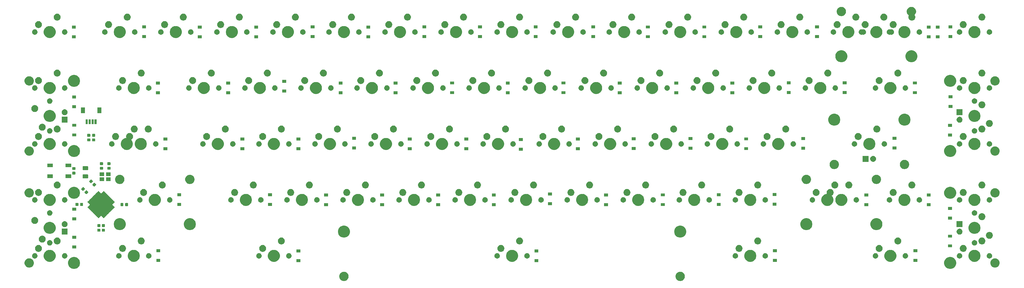
<source format=gbs>
G04 #@! TF.GenerationSoftware,KiCad,Pcbnew,(5.1.5)-3*
G04 #@! TF.CreationDate,2020-04-29T22:23:23+10:00*
G04 #@! TF.ProjectId,rei_pcb,7265695f-7063-4622-9e6b-696361645f70,rev?*
G04 #@! TF.SameCoordinates,Original*
G04 #@! TF.FileFunction,Soldermask,Bot*
G04 #@! TF.FilePolarity,Negative*
%FSLAX46Y46*%
G04 Gerber Fmt 4.6, Leading zero omitted, Abs format (unit mm)*
G04 Created by KiCad (PCBNEW (5.1.5)-3) date 2020-04-29 22:23:23*
%MOMM*%
%LPD*%
G04 APERTURE LIST*
%ADD10C,0.100000*%
G04 APERTURE END LIST*
D10*
G36*
X247957267Y-122915263D02*
G01*
X248109411Y-122945526D01*
X248228137Y-122994704D01*
X248396041Y-123064252D01*
X248396042Y-123064253D01*
X248654004Y-123236617D01*
X248873383Y-123455996D01*
X248988553Y-123628361D01*
X249045748Y-123713959D01*
X249164474Y-124000590D01*
X249225000Y-124304875D01*
X249225000Y-124615125D01*
X249164474Y-124919410D01*
X249045748Y-125206041D01*
X249045747Y-125206042D01*
X248873383Y-125464004D01*
X248654004Y-125683383D01*
X248481639Y-125798553D01*
X248396041Y-125855748D01*
X248228137Y-125925296D01*
X248109411Y-125974474D01*
X247957267Y-126004737D01*
X247805125Y-126035000D01*
X247494875Y-126035000D01*
X247342733Y-126004737D01*
X247190589Y-125974474D01*
X247071863Y-125925296D01*
X246903959Y-125855748D01*
X246818361Y-125798553D01*
X246645996Y-125683383D01*
X246426617Y-125464004D01*
X246254253Y-125206042D01*
X246254252Y-125206041D01*
X246135526Y-124919410D01*
X246075000Y-124615125D01*
X246075000Y-124304875D01*
X246135526Y-124000590D01*
X246254252Y-123713959D01*
X246311447Y-123628361D01*
X246426617Y-123455996D01*
X246645996Y-123236617D01*
X246903958Y-123064253D01*
X246903959Y-123064252D01*
X247071863Y-122994704D01*
X247190589Y-122945526D01*
X247342733Y-122915263D01*
X247494875Y-122885000D01*
X247805125Y-122885000D01*
X247957267Y-122915263D01*
G37*
G36*
X133657267Y-122915263D02*
G01*
X133809411Y-122945526D01*
X133928137Y-122994704D01*
X134096041Y-123064252D01*
X134096042Y-123064253D01*
X134354004Y-123236617D01*
X134573383Y-123455996D01*
X134688553Y-123628361D01*
X134745748Y-123713959D01*
X134864474Y-124000590D01*
X134925000Y-124304875D01*
X134925000Y-124615125D01*
X134864474Y-124919410D01*
X134745748Y-125206041D01*
X134745747Y-125206042D01*
X134573383Y-125464004D01*
X134354004Y-125683383D01*
X134181639Y-125798553D01*
X134096041Y-125855748D01*
X133928137Y-125925296D01*
X133809411Y-125974474D01*
X133657267Y-126004737D01*
X133505125Y-126035000D01*
X133194875Y-126035000D01*
X133042733Y-126004737D01*
X132890589Y-125974474D01*
X132771863Y-125925296D01*
X132603959Y-125855748D01*
X132518361Y-125798553D01*
X132345996Y-125683383D01*
X132126617Y-125464004D01*
X131954253Y-125206042D01*
X131954252Y-125206041D01*
X131835526Y-124919410D01*
X131775000Y-124615125D01*
X131775000Y-124304875D01*
X131835526Y-124000590D01*
X131954252Y-123713959D01*
X132011447Y-123628361D01*
X132126617Y-123455996D01*
X132345996Y-123236617D01*
X132603958Y-123064253D01*
X132603959Y-123064252D01*
X132771863Y-122994704D01*
X132890589Y-122945526D01*
X133042733Y-122915263D01*
X133194875Y-122885000D01*
X133505125Y-122885000D01*
X133657267Y-122915263D01*
G37*
G36*
X42188974Y-117921684D02*
G01*
X42406974Y-118011983D01*
X42561123Y-118075833D01*
X42896048Y-118299623D01*
X43180877Y-118584452D01*
X43404667Y-118919377D01*
X43404667Y-118919378D01*
X43558816Y-119291526D01*
X43637400Y-119686594D01*
X43637400Y-120089406D01*
X43558816Y-120484474D01*
X43496863Y-120634041D01*
X43404667Y-120856623D01*
X43180877Y-121191548D01*
X42896048Y-121476377D01*
X42561123Y-121700167D01*
X42406974Y-121764017D01*
X42188974Y-121854316D01*
X41793906Y-121932900D01*
X41391094Y-121932900D01*
X40996026Y-121854316D01*
X40778026Y-121764017D01*
X40623877Y-121700167D01*
X40288952Y-121476377D01*
X40004123Y-121191548D01*
X39780333Y-120856623D01*
X39688137Y-120634041D01*
X39626184Y-120484474D01*
X39547600Y-120089406D01*
X39547600Y-119686594D01*
X39626184Y-119291526D01*
X39780333Y-118919378D01*
X39780333Y-118919377D01*
X40004123Y-118584452D01*
X40288952Y-118299623D01*
X40623877Y-118075833D01*
X40778026Y-118011983D01*
X40996026Y-117921684D01*
X41391094Y-117843100D01*
X41793906Y-117843100D01*
X42188974Y-117921684D01*
G37*
G36*
X340003974Y-117921684D02*
G01*
X340221974Y-118011983D01*
X340376123Y-118075833D01*
X340711048Y-118299623D01*
X340995877Y-118584452D01*
X341219667Y-118919377D01*
X341219667Y-118919378D01*
X341373816Y-119291526D01*
X341452400Y-119686594D01*
X341452400Y-120089406D01*
X341373816Y-120484474D01*
X341311863Y-120634041D01*
X341219667Y-120856623D01*
X340995877Y-121191548D01*
X340711048Y-121476377D01*
X340376123Y-121700167D01*
X340221974Y-121764017D01*
X340003974Y-121854316D01*
X339608906Y-121932900D01*
X339206094Y-121932900D01*
X338811026Y-121854316D01*
X338593026Y-121764017D01*
X338438877Y-121700167D01*
X338103952Y-121476377D01*
X337819123Y-121191548D01*
X337595333Y-120856623D01*
X337503137Y-120634041D01*
X337441184Y-120484474D01*
X337362600Y-120089406D01*
X337362600Y-119686594D01*
X337441184Y-119291526D01*
X337595333Y-118919378D01*
X337595333Y-118919377D01*
X337819123Y-118584452D01*
X338103952Y-118299623D01*
X338438877Y-118075833D01*
X338593026Y-118011983D01*
X338811026Y-117921684D01*
X339206094Y-117843100D01*
X339608906Y-117843100D01*
X340003974Y-117921684D01*
G37*
G36*
X26811911Y-118373526D02*
G01*
X26930637Y-118422704D01*
X27098541Y-118492252D01*
X27184139Y-118549447D01*
X27356504Y-118664617D01*
X27575883Y-118883996D01*
X27599524Y-118919378D01*
X27748248Y-119141959D01*
X27808395Y-119287167D01*
X27866974Y-119428589D01*
X27885137Y-119519900D01*
X27927500Y-119732875D01*
X27927500Y-120043125D01*
X27866974Y-120347410D01*
X27748248Y-120634041D01*
X27748247Y-120634042D01*
X27575883Y-120892004D01*
X27356504Y-121111383D01*
X27236528Y-121191548D01*
X27098541Y-121283748D01*
X26930637Y-121353296D01*
X26811911Y-121402474D01*
X26659767Y-121432737D01*
X26507625Y-121463000D01*
X26197375Y-121463000D01*
X26045233Y-121432737D01*
X25893089Y-121402474D01*
X25774363Y-121353296D01*
X25606459Y-121283748D01*
X25468472Y-121191548D01*
X25348496Y-121111383D01*
X25129117Y-120892004D01*
X24956753Y-120634042D01*
X24956752Y-120634041D01*
X24838026Y-120347410D01*
X24777500Y-120043125D01*
X24777500Y-119732875D01*
X24819863Y-119519900D01*
X24838026Y-119428589D01*
X24896605Y-119287167D01*
X24956752Y-119141959D01*
X25105476Y-118919378D01*
X25129117Y-118883996D01*
X25348496Y-118664617D01*
X25520861Y-118549447D01*
X25606459Y-118492252D01*
X25774363Y-118422704D01*
X25893089Y-118373526D01*
X26197375Y-118313000D01*
X26507625Y-118313000D01*
X26811911Y-118373526D01*
G37*
G36*
X355106911Y-118373526D02*
G01*
X355225637Y-118422704D01*
X355393541Y-118492252D01*
X355479139Y-118549447D01*
X355651504Y-118664617D01*
X355870883Y-118883996D01*
X355894524Y-118919378D01*
X356043248Y-119141959D01*
X356103395Y-119287167D01*
X356161974Y-119428589D01*
X356180137Y-119519900D01*
X356222500Y-119732875D01*
X356222500Y-120043125D01*
X356161974Y-120347410D01*
X356043248Y-120634041D01*
X356043247Y-120634042D01*
X355870883Y-120892004D01*
X355651504Y-121111383D01*
X355531528Y-121191548D01*
X355393541Y-121283748D01*
X355225637Y-121353296D01*
X355106911Y-121402474D01*
X354954767Y-121432737D01*
X354802625Y-121463000D01*
X354492375Y-121463000D01*
X354340233Y-121432737D01*
X354188089Y-121402474D01*
X354069363Y-121353296D01*
X353901459Y-121283748D01*
X353763472Y-121191548D01*
X353643496Y-121111383D01*
X353424117Y-120892004D01*
X353251753Y-120634042D01*
X353251752Y-120634041D01*
X353133026Y-120347410D01*
X353072500Y-120043125D01*
X353072500Y-119732875D01*
X353114863Y-119519900D01*
X353133026Y-119428589D01*
X353191605Y-119287167D01*
X353251752Y-119141959D01*
X353400476Y-118919378D01*
X353424117Y-118883996D01*
X353643496Y-118664617D01*
X353815861Y-118549447D01*
X353901459Y-118492252D01*
X354069363Y-118422704D01*
X354188089Y-118373526D01*
X354492375Y-118313000D01*
X354802625Y-118313000D01*
X355106911Y-118373526D01*
G37*
G36*
X118507000Y-119626000D02*
G01*
X117205000Y-119626000D01*
X117205000Y-118624000D01*
X118507000Y-118624000D01*
X118507000Y-119626000D01*
G37*
G36*
X199406000Y-119626000D02*
G01*
X198104000Y-119626000D01*
X198104000Y-118624000D01*
X199406000Y-118624000D01*
X199406000Y-119626000D01*
G37*
G36*
X62508974Y-115508684D02*
G01*
X62726974Y-115598983D01*
X62881123Y-115662833D01*
X63216048Y-115886623D01*
X63500877Y-116171452D01*
X63724667Y-116506377D01*
X63757062Y-116584586D01*
X63878816Y-116878526D01*
X63957400Y-117273594D01*
X63957400Y-117676406D01*
X63878816Y-118071474D01*
X63827951Y-118194272D01*
X63724667Y-118443623D01*
X63500877Y-118778548D01*
X63216048Y-119063377D01*
X62881123Y-119287167D01*
X62726974Y-119351017D01*
X62508974Y-119441316D01*
X62113906Y-119519900D01*
X61711094Y-119519900D01*
X61316026Y-119441316D01*
X61098026Y-119351017D01*
X60943877Y-119287167D01*
X60608952Y-119063377D01*
X60324123Y-118778548D01*
X60100333Y-118443623D01*
X59997049Y-118194272D01*
X59946184Y-118071474D01*
X59867600Y-117676406D01*
X59867600Y-117273594D01*
X59946184Y-116878526D01*
X60067938Y-116584586D01*
X60100333Y-116506377D01*
X60324123Y-116171452D01*
X60608952Y-115886623D01*
X60943877Y-115662833D01*
X61098026Y-115598983D01*
X61316026Y-115508684D01*
X61711094Y-115430100D01*
X62113906Y-115430100D01*
X62508974Y-115508684D01*
G37*
G36*
X33933974Y-115508684D02*
G01*
X34151974Y-115598983D01*
X34306123Y-115662833D01*
X34641048Y-115886623D01*
X34925877Y-116171452D01*
X35149667Y-116506377D01*
X35182062Y-116584586D01*
X35303816Y-116878526D01*
X35382400Y-117273594D01*
X35382400Y-117676406D01*
X35303816Y-118071474D01*
X35252951Y-118194272D01*
X35149667Y-118443623D01*
X34925877Y-118778548D01*
X34641048Y-119063377D01*
X34306123Y-119287167D01*
X34151974Y-119351017D01*
X33933974Y-119441316D01*
X33538906Y-119519900D01*
X33136094Y-119519900D01*
X32741026Y-119441316D01*
X32523026Y-119351017D01*
X32368877Y-119287167D01*
X32033952Y-119063377D01*
X31749123Y-118778548D01*
X31525333Y-118443623D01*
X31422049Y-118194272D01*
X31371184Y-118071474D01*
X31292600Y-117676406D01*
X31292600Y-117273594D01*
X31371184Y-116878526D01*
X31492938Y-116584586D01*
X31525333Y-116506377D01*
X31749123Y-116171452D01*
X32033952Y-115886623D01*
X32368877Y-115662833D01*
X32523026Y-115598983D01*
X32741026Y-115508684D01*
X33136094Y-115430100D01*
X33538906Y-115430100D01*
X33933974Y-115508684D01*
G37*
G36*
X191096474Y-115508684D02*
G01*
X191314474Y-115598983D01*
X191468623Y-115662833D01*
X191803548Y-115886623D01*
X192088377Y-116171452D01*
X192312167Y-116506377D01*
X192344562Y-116584586D01*
X192466316Y-116878526D01*
X192544900Y-117273594D01*
X192544900Y-117676406D01*
X192466316Y-118071474D01*
X192415451Y-118194272D01*
X192312167Y-118443623D01*
X192088377Y-118778548D01*
X191803548Y-119063377D01*
X191468623Y-119287167D01*
X191314474Y-119351017D01*
X191096474Y-119441316D01*
X190701406Y-119519900D01*
X190298594Y-119519900D01*
X189903526Y-119441316D01*
X189685526Y-119351017D01*
X189531377Y-119287167D01*
X189196452Y-119063377D01*
X188911623Y-118778548D01*
X188687833Y-118443623D01*
X188584549Y-118194272D01*
X188533684Y-118071474D01*
X188455100Y-117676406D01*
X188455100Y-117273594D01*
X188533684Y-116878526D01*
X188655438Y-116584586D01*
X188687833Y-116506377D01*
X188911623Y-116171452D01*
X189196452Y-115886623D01*
X189531377Y-115662833D01*
X189685526Y-115598983D01*
X189903526Y-115508684D01*
X190298594Y-115430100D01*
X190701406Y-115430100D01*
X191096474Y-115508684D01*
G37*
G36*
X272058974Y-115508684D02*
G01*
X272276974Y-115598983D01*
X272431123Y-115662833D01*
X272766048Y-115886623D01*
X273050877Y-116171452D01*
X273274667Y-116506377D01*
X273307062Y-116584586D01*
X273428816Y-116878526D01*
X273507400Y-117273594D01*
X273507400Y-117676406D01*
X273428816Y-118071474D01*
X273377951Y-118194272D01*
X273274667Y-118443623D01*
X273050877Y-118778548D01*
X272766048Y-119063377D01*
X272431123Y-119287167D01*
X272276974Y-119351017D01*
X272058974Y-119441316D01*
X271663906Y-119519900D01*
X271261094Y-119519900D01*
X270866026Y-119441316D01*
X270648026Y-119351017D01*
X270493877Y-119287167D01*
X270158952Y-119063377D01*
X269874123Y-118778548D01*
X269650333Y-118443623D01*
X269547049Y-118194272D01*
X269496184Y-118071474D01*
X269417600Y-117676406D01*
X269417600Y-117273594D01*
X269496184Y-116878526D01*
X269617938Y-116584586D01*
X269650333Y-116506377D01*
X269874123Y-116171452D01*
X270158952Y-115886623D01*
X270493877Y-115662833D01*
X270648026Y-115598983D01*
X270866026Y-115508684D01*
X271261094Y-115430100D01*
X271663906Y-115430100D01*
X272058974Y-115508684D01*
G37*
G36*
X319683974Y-115508684D02*
G01*
X319901974Y-115598983D01*
X320056123Y-115662833D01*
X320391048Y-115886623D01*
X320675877Y-116171452D01*
X320899667Y-116506377D01*
X320932062Y-116584586D01*
X321053816Y-116878526D01*
X321132400Y-117273594D01*
X321132400Y-117676406D01*
X321053816Y-118071474D01*
X321002951Y-118194272D01*
X320899667Y-118443623D01*
X320675877Y-118778548D01*
X320391048Y-119063377D01*
X320056123Y-119287167D01*
X319901974Y-119351017D01*
X319683974Y-119441316D01*
X319288906Y-119519900D01*
X318886094Y-119519900D01*
X318491026Y-119441316D01*
X318273026Y-119351017D01*
X318118877Y-119287167D01*
X317783952Y-119063377D01*
X317499123Y-118778548D01*
X317275333Y-118443623D01*
X317172049Y-118194272D01*
X317121184Y-118071474D01*
X317042600Y-117676406D01*
X317042600Y-117273594D01*
X317121184Y-116878526D01*
X317242938Y-116584586D01*
X317275333Y-116506377D01*
X317499123Y-116171452D01*
X317783952Y-115886623D01*
X318118877Y-115662833D01*
X318273026Y-115598983D01*
X318491026Y-115508684D01*
X318886094Y-115430100D01*
X319288906Y-115430100D01*
X319683974Y-115508684D01*
G37*
G36*
X348258974Y-115508684D02*
G01*
X348476974Y-115598983D01*
X348631123Y-115662833D01*
X348966048Y-115886623D01*
X349250877Y-116171452D01*
X349474667Y-116506377D01*
X349507062Y-116584586D01*
X349628816Y-116878526D01*
X349707400Y-117273594D01*
X349707400Y-117676406D01*
X349628816Y-118071474D01*
X349577951Y-118194272D01*
X349474667Y-118443623D01*
X349250877Y-118778548D01*
X348966048Y-119063377D01*
X348631123Y-119287167D01*
X348476974Y-119351017D01*
X348258974Y-119441316D01*
X347863906Y-119519900D01*
X347461094Y-119519900D01*
X347066026Y-119441316D01*
X346848026Y-119351017D01*
X346693877Y-119287167D01*
X346358952Y-119063377D01*
X346074123Y-118778548D01*
X345850333Y-118443623D01*
X345747049Y-118194272D01*
X345696184Y-118071474D01*
X345617600Y-117676406D01*
X345617600Y-117273594D01*
X345696184Y-116878526D01*
X345817938Y-116584586D01*
X345850333Y-116506377D01*
X346074123Y-116171452D01*
X346358952Y-115886623D01*
X346693877Y-115662833D01*
X346848026Y-115598983D01*
X347066026Y-115508684D01*
X347461094Y-115430100D01*
X347863906Y-115430100D01*
X348258974Y-115508684D01*
G37*
G36*
X110133974Y-115508684D02*
G01*
X110351974Y-115598983D01*
X110506123Y-115662833D01*
X110841048Y-115886623D01*
X111125877Y-116171452D01*
X111349667Y-116506377D01*
X111382062Y-116584586D01*
X111503816Y-116878526D01*
X111582400Y-117273594D01*
X111582400Y-117676406D01*
X111503816Y-118071474D01*
X111452951Y-118194272D01*
X111349667Y-118443623D01*
X111125877Y-118778548D01*
X110841048Y-119063377D01*
X110506123Y-119287167D01*
X110351974Y-119351017D01*
X110133974Y-119441316D01*
X109738906Y-119519900D01*
X109336094Y-119519900D01*
X108941026Y-119441316D01*
X108723026Y-119351017D01*
X108568877Y-119287167D01*
X108233952Y-119063377D01*
X107949123Y-118778548D01*
X107725333Y-118443623D01*
X107622049Y-118194272D01*
X107571184Y-118071474D01*
X107492600Y-117676406D01*
X107492600Y-117273594D01*
X107571184Y-116878526D01*
X107692938Y-116584586D01*
X107725333Y-116506377D01*
X107949123Y-116171452D01*
X108233952Y-115886623D01*
X108568877Y-115662833D01*
X108723026Y-115598983D01*
X108941026Y-115508684D01*
X109336094Y-115430100D01*
X109738906Y-115430100D01*
X110133974Y-115508684D01*
G37*
G36*
X70882000Y-119499000D02*
G01*
X69580000Y-119499000D01*
X69580000Y-118497000D01*
X70882000Y-118497000D01*
X70882000Y-119499000D01*
G37*
G36*
X280495500Y-119499000D02*
G01*
X279193500Y-119499000D01*
X279193500Y-118497000D01*
X280495500Y-118497000D01*
X280495500Y-119499000D01*
G37*
G36*
X328247500Y-119499000D02*
G01*
X326945500Y-119499000D01*
X326945500Y-118497000D01*
X328247500Y-118497000D01*
X328247500Y-119499000D01*
G37*
G36*
X38687604Y-116584585D02*
G01*
X38856126Y-116654389D01*
X39007791Y-116755728D01*
X39136772Y-116884709D01*
X39238111Y-117036374D01*
X39307915Y-117204896D01*
X39343500Y-117383797D01*
X39343500Y-117566203D01*
X39307915Y-117745104D01*
X39238111Y-117913626D01*
X39136772Y-118065291D01*
X39007791Y-118194272D01*
X38856126Y-118295611D01*
X38687604Y-118365415D01*
X38508703Y-118401000D01*
X38326297Y-118401000D01*
X38147396Y-118365415D01*
X37978874Y-118295611D01*
X37827209Y-118194272D01*
X37698228Y-118065291D01*
X37596889Y-117913626D01*
X37527085Y-117745104D01*
X37491500Y-117566203D01*
X37491500Y-117383797D01*
X37527085Y-117204896D01*
X37596889Y-117036374D01*
X37698228Y-116884709D01*
X37827209Y-116755728D01*
X37978874Y-116654389D01*
X38147396Y-116584585D01*
X38326297Y-116549000D01*
X38508703Y-116549000D01*
X38687604Y-116584585D01*
G37*
G36*
X67262604Y-116584585D02*
G01*
X67431126Y-116654389D01*
X67582791Y-116755728D01*
X67711772Y-116884709D01*
X67813111Y-117036374D01*
X67882915Y-117204896D01*
X67918500Y-117383797D01*
X67918500Y-117566203D01*
X67882915Y-117745104D01*
X67813111Y-117913626D01*
X67711772Y-118065291D01*
X67582791Y-118194272D01*
X67431126Y-118295611D01*
X67262604Y-118365415D01*
X67083703Y-118401000D01*
X66901297Y-118401000D01*
X66722396Y-118365415D01*
X66553874Y-118295611D01*
X66402209Y-118194272D01*
X66273228Y-118065291D01*
X66171889Y-117913626D01*
X66102085Y-117745104D01*
X66066500Y-117566203D01*
X66066500Y-117383797D01*
X66102085Y-117204896D01*
X66171889Y-117036374D01*
X66273228Y-116884709D01*
X66402209Y-116755728D01*
X66553874Y-116654389D01*
X66722396Y-116584585D01*
X66901297Y-116549000D01*
X67083703Y-116549000D01*
X67262604Y-116584585D01*
G37*
G36*
X185690104Y-116584585D02*
G01*
X185858626Y-116654389D01*
X186010291Y-116755728D01*
X186139272Y-116884709D01*
X186240611Y-117036374D01*
X186310415Y-117204896D01*
X186346000Y-117383797D01*
X186346000Y-117566203D01*
X186310415Y-117745104D01*
X186240611Y-117913626D01*
X186139272Y-118065291D01*
X186010291Y-118194272D01*
X185858626Y-118295611D01*
X185690104Y-118365415D01*
X185511203Y-118401000D01*
X185328797Y-118401000D01*
X185149896Y-118365415D01*
X184981374Y-118295611D01*
X184829709Y-118194272D01*
X184700728Y-118065291D01*
X184599389Y-117913626D01*
X184529585Y-117745104D01*
X184494000Y-117566203D01*
X184494000Y-117383797D01*
X184529585Y-117204896D01*
X184599389Y-117036374D01*
X184700728Y-116884709D01*
X184829709Y-116755728D01*
X184981374Y-116654389D01*
X185149896Y-116584585D01*
X185328797Y-116549000D01*
X185511203Y-116549000D01*
X185690104Y-116584585D01*
G37*
G36*
X28527604Y-116584585D02*
G01*
X28696126Y-116654389D01*
X28847791Y-116755728D01*
X28976772Y-116884709D01*
X29078111Y-117036374D01*
X29147915Y-117204896D01*
X29183500Y-117383797D01*
X29183500Y-117566203D01*
X29147915Y-117745104D01*
X29078111Y-117913626D01*
X28976772Y-118065291D01*
X28847791Y-118194272D01*
X28696126Y-118295611D01*
X28527604Y-118365415D01*
X28348703Y-118401000D01*
X28166297Y-118401000D01*
X27987396Y-118365415D01*
X27818874Y-118295611D01*
X27667209Y-118194272D01*
X27538228Y-118065291D01*
X27436889Y-117913626D01*
X27367085Y-117745104D01*
X27331500Y-117566203D01*
X27331500Y-117383797D01*
X27367085Y-117204896D01*
X27436889Y-117036374D01*
X27538228Y-116884709D01*
X27667209Y-116755728D01*
X27818874Y-116654389D01*
X27987396Y-116584585D01*
X28166297Y-116549000D01*
X28348703Y-116549000D01*
X28527604Y-116584585D01*
G37*
G36*
X57102604Y-116584585D02*
G01*
X57271126Y-116654389D01*
X57422791Y-116755728D01*
X57551772Y-116884709D01*
X57653111Y-117036374D01*
X57722915Y-117204896D01*
X57758500Y-117383797D01*
X57758500Y-117566203D01*
X57722915Y-117745104D01*
X57653111Y-117913626D01*
X57551772Y-118065291D01*
X57422791Y-118194272D01*
X57271126Y-118295611D01*
X57102604Y-118365415D01*
X56923703Y-118401000D01*
X56741297Y-118401000D01*
X56562396Y-118365415D01*
X56393874Y-118295611D01*
X56242209Y-118194272D01*
X56113228Y-118065291D01*
X56011889Y-117913626D01*
X55942085Y-117745104D01*
X55906500Y-117566203D01*
X55906500Y-117383797D01*
X55942085Y-117204896D01*
X56011889Y-117036374D01*
X56113228Y-116884709D01*
X56242209Y-116755728D01*
X56393874Y-116654389D01*
X56562396Y-116584585D01*
X56741297Y-116549000D01*
X56923703Y-116549000D01*
X57102604Y-116584585D01*
G37*
G36*
X114887604Y-116584585D02*
G01*
X115056126Y-116654389D01*
X115207791Y-116755728D01*
X115336772Y-116884709D01*
X115438111Y-117036374D01*
X115507915Y-117204896D01*
X115543500Y-117383797D01*
X115543500Y-117566203D01*
X115507915Y-117745104D01*
X115438111Y-117913626D01*
X115336772Y-118065291D01*
X115207791Y-118194272D01*
X115056126Y-118295611D01*
X114887604Y-118365415D01*
X114708703Y-118401000D01*
X114526297Y-118401000D01*
X114347396Y-118365415D01*
X114178874Y-118295611D01*
X114027209Y-118194272D01*
X113898228Y-118065291D01*
X113796889Y-117913626D01*
X113727085Y-117745104D01*
X113691500Y-117566203D01*
X113691500Y-117383797D01*
X113727085Y-117204896D01*
X113796889Y-117036374D01*
X113898228Y-116884709D01*
X114027209Y-116755728D01*
X114178874Y-116654389D01*
X114347396Y-116584585D01*
X114526297Y-116549000D01*
X114708703Y-116549000D01*
X114887604Y-116584585D01*
G37*
G36*
X104727604Y-116584585D02*
G01*
X104896126Y-116654389D01*
X105047791Y-116755728D01*
X105176772Y-116884709D01*
X105278111Y-117036374D01*
X105347915Y-117204896D01*
X105383500Y-117383797D01*
X105383500Y-117566203D01*
X105347915Y-117745104D01*
X105278111Y-117913626D01*
X105176772Y-118065291D01*
X105047791Y-118194272D01*
X104896126Y-118295611D01*
X104727604Y-118365415D01*
X104548703Y-118401000D01*
X104366297Y-118401000D01*
X104187396Y-118365415D01*
X104018874Y-118295611D01*
X103867209Y-118194272D01*
X103738228Y-118065291D01*
X103636889Y-117913626D01*
X103567085Y-117745104D01*
X103531500Y-117566203D01*
X103531500Y-117383797D01*
X103567085Y-117204896D01*
X103636889Y-117036374D01*
X103738228Y-116884709D01*
X103867209Y-116755728D01*
X104018874Y-116654389D01*
X104187396Y-116584585D01*
X104366297Y-116549000D01*
X104548703Y-116549000D01*
X104727604Y-116584585D01*
G37*
G36*
X314277604Y-116584585D02*
G01*
X314446126Y-116654389D01*
X314597791Y-116755728D01*
X314726772Y-116884709D01*
X314828111Y-117036374D01*
X314897915Y-117204896D01*
X314933500Y-117383797D01*
X314933500Y-117566203D01*
X314897915Y-117745104D01*
X314828111Y-117913626D01*
X314726772Y-118065291D01*
X314597791Y-118194272D01*
X314446126Y-118295611D01*
X314277604Y-118365415D01*
X314098703Y-118401000D01*
X313916297Y-118401000D01*
X313737396Y-118365415D01*
X313568874Y-118295611D01*
X313417209Y-118194272D01*
X313288228Y-118065291D01*
X313186889Y-117913626D01*
X313117085Y-117745104D01*
X313081500Y-117566203D01*
X313081500Y-117383797D01*
X313117085Y-117204896D01*
X313186889Y-117036374D01*
X313288228Y-116884709D01*
X313417209Y-116755728D01*
X313568874Y-116654389D01*
X313737396Y-116584585D01*
X313916297Y-116549000D01*
X314098703Y-116549000D01*
X314277604Y-116584585D01*
G37*
G36*
X324437604Y-116584585D02*
G01*
X324606126Y-116654389D01*
X324757791Y-116755728D01*
X324886772Y-116884709D01*
X324988111Y-117036374D01*
X325057915Y-117204896D01*
X325093500Y-117383797D01*
X325093500Y-117566203D01*
X325057915Y-117745104D01*
X324988111Y-117913626D01*
X324886772Y-118065291D01*
X324757791Y-118194272D01*
X324606126Y-118295611D01*
X324437604Y-118365415D01*
X324258703Y-118401000D01*
X324076297Y-118401000D01*
X323897396Y-118365415D01*
X323728874Y-118295611D01*
X323577209Y-118194272D01*
X323448228Y-118065291D01*
X323346889Y-117913626D01*
X323277085Y-117745104D01*
X323241500Y-117566203D01*
X323241500Y-117383797D01*
X323277085Y-117204896D01*
X323346889Y-117036374D01*
X323448228Y-116884709D01*
X323577209Y-116755728D01*
X323728874Y-116654389D01*
X323897396Y-116584585D01*
X324076297Y-116549000D01*
X324258703Y-116549000D01*
X324437604Y-116584585D01*
G37*
G36*
X353012604Y-116584585D02*
G01*
X353181126Y-116654389D01*
X353332791Y-116755728D01*
X353461772Y-116884709D01*
X353563111Y-117036374D01*
X353632915Y-117204896D01*
X353668500Y-117383797D01*
X353668500Y-117566203D01*
X353632915Y-117745104D01*
X353563111Y-117913626D01*
X353461772Y-118065291D01*
X353332791Y-118194272D01*
X353181126Y-118295611D01*
X353012604Y-118365415D01*
X352833703Y-118401000D01*
X352651297Y-118401000D01*
X352472396Y-118365415D01*
X352303874Y-118295611D01*
X352152209Y-118194272D01*
X352023228Y-118065291D01*
X351921889Y-117913626D01*
X351852085Y-117745104D01*
X351816500Y-117566203D01*
X351816500Y-117383797D01*
X351852085Y-117204896D01*
X351921889Y-117036374D01*
X352023228Y-116884709D01*
X352152209Y-116755728D01*
X352303874Y-116654389D01*
X352472396Y-116584585D01*
X352651297Y-116549000D01*
X352833703Y-116549000D01*
X353012604Y-116584585D01*
G37*
G36*
X195850104Y-116584585D02*
G01*
X196018626Y-116654389D01*
X196170291Y-116755728D01*
X196299272Y-116884709D01*
X196400611Y-117036374D01*
X196470415Y-117204896D01*
X196506000Y-117383797D01*
X196506000Y-117566203D01*
X196470415Y-117745104D01*
X196400611Y-117913626D01*
X196299272Y-118065291D01*
X196170291Y-118194272D01*
X196018626Y-118295611D01*
X195850104Y-118365415D01*
X195671203Y-118401000D01*
X195488797Y-118401000D01*
X195309896Y-118365415D01*
X195141374Y-118295611D01*
X194989709Y-118194272D01*
X194860728Y-118065291D01*
X194759389Y-117913626D01*
X194689585Y-117745104D01*
X194654000Y-117566203D01*
X194654000Y-117383797D01*
X194689585Y-117204896D01*
X194759389Y-117036374D01*
X194860728Y-116884709D01*
X194989709Y-116755728D01*
X195141374Y-116654389D01*
X195309896Y-116584585D01*
X195488797Y-116549000D01*
X195671203Y-116549000D01*
X195850104Y-116584585D01*
G37*
G36*
X342852604Y-116584585D02*
G01*
X343021126Y-116654389D01*
X343172791Y-116755728D01*
X343301772Y-116884709D01*
X343403111Y-117036374D01*
X343472915Y-117204896D01*
X343508500Y-117383797D01*
X343508500Y-117566203D01*
X343472915Y-117745104D01*
X343403111Y-117913626D01*
X343301772Y-118065291D01*
X343172791Y-118194272D01*
X343021126Y-118295611D01*
X342852604Y-118365415D01*
X342673703Y-118401000D01*
X342491297Y-118401000D01*
X342312396Y-118365415D01*
X342143874Y-118295611D01*
X341992209Y-118194272D01*
X341863228Y-118065291D01*
X341761889Y-117913626D01*
X341692085Y-117745104D01*
X341656500Y-117566203D01*
X341656500Y-117383797D01*
X341692085Y-117204896D01*
X341761889Y-117036374D01*
X341863228Y-116884709D01*
X341992209Y-116755728D01*
X342143874Y-116654389D01*
X342312396Y-116584585D01*
X342491297Y-116549000D01*
X342673703Y-116549000D01*
X342852604Y-116584585D01*
G37*
G36*
X276812604Y-116584585D02*
G01*
X276981126Y-116654389D01*
X277132791Y-116755728D01*
X277261772Y-116884709D01*
X277363111Y-117036374D01*
X277432915Y-117204896D01*
X277468500Y-117383797D01*
X277468500Y-117566203D01*
X277432915Y-117745104D01*
X277363111Y-117913626D01*
X277261772Y-118065291D01*
X277132791Y-118194272D01*
X276981126Y-118295611D01*
X276812604Y-118365415D01*
X276633703Y-118401000D01*
X276451297Y-118401000D01*
X276272396Y-118365415D01*
X276103874Y-118295611D01*
X275952209Y-118194272D01*
X275823228Y-118065291D01*
X275721889Y-117913626D01*
X275652085Y-117745104D01*
X275616500Y-117566203D01*
X275616500Y-117383797D01*
X275652085Y-117204896D01*
X275721889Y-117036374D01*
X275823228Y-116884709D01*
X275952209Y-116755728D01*
X276103874Y-116654389D01*
X276272396Y-116584585D01*
X276451297Y-116549000D01*
X276633703Y-116549000D01*
X276812604Y-116584585D01*
G37*
G36*
X266652604Y-116584585D02*
G01*
X266821126Y-116654389D01*
X266972791Y-116755728D01*
X267101772Y-116884709D01*
X267203111Y-117036374D01*
X267272915Y-117204896D01*
X267308500Y-117383797D01*
X267308500Y-117566203D01*
X267272915Y-117745104D01*
X267203111Y-117913626D01*
X267101772Y-118065291D01*
X266972791Y-118194272D01*
X266821126Y-118295611D01*
X266652604Y-118365415D01*
X266473703Y-118401000D01*
X266291297Y-118401000D01*
X266112396Y-118365415D01*
X265943874Y-118295611D01*
X265792209Y-118194272D01*
X265663228Y-118065291D01*
X265561889Y-117913626D01*
X265492085Y-117745104D01*
X265456500Y-117566203D01*
X265456500Y-117383797D01*
X265492085Y-117204896D01*
X265561889Y-117036374D01*
X265663228Y-116884709D01*
X265792209Y-116755728D01*
X265943874Y-116654389D01*
X266112396Y-116584585D01*
X266291297Y-116549000D01*
X266473703Y-116549000D01*
X266652604Y-116584585D01*
G37*
G36*
X118507000Y-116326000D02*
G01*
X117205000Y-116326000D01*
X117205000Y-115324000D01*
X118507000Y-115324000D01*
X118507000Y-116326000D01*
G37*
G36*
X199406000Y-116326000D02*
G01*
X198104000Y-116326000D01*
X198104000Y-115324000D01*
X199406000Y-115324000D01*
X199406000Y-116326000D01*
G37*
G36*
X70882000Y-116199000D02*
G01*
X69580000Y-116199000D01*
X69580000Y-115197000D01*
X70882000Y-115197000D01*
X70882000Y-116199000D01*
G37*
G36*
X328247500Y-116199000D02*
G01*
X326945500Y-116199000D01*
X326945500Y-115197000D01*
X328247500Y-115197000D01*
X328247500Y-116199000D01*
G37*
G36*
X280495500Y-116199000D02*
G01*
X279193500Y-116199000D01*
X279193500Y-115197000D01*
X280495500Y-115197000D01*
X280495500Y-116199000D01*
G37*
G36*
X105919060Y-113774064D02*
G01*
X106070527Y-113804193D01*
X106284545Y-113892842D01*
X106284546Y-113892843D01*
X106477154Y-114021539D01*
X106640961Y-114185346D01*
X106726758Y-114313751D01*
X106769658Y-114377955D01*
X106858307Y-114591973D01*
X106903500Y-114819174D01*
X106903500Y-115050826D01*
X106858307Y-115278027D01*
X106769658Y-115492045D01*
X106769657Y-115492046D01*
X106640961Y-115684654D01*
X106477154Y-115848461D01*
X106420040Y-115886623D01*
X106284545Y-115977158D01*
X106070527Y-116065807D01*
X105919060Y-116095936D01*
X105843327Y-116111000D01*
X105611673Y-116111000D01*
X105535940Y-116095936D01*
X105384473Y-116065807D01*
X105170455Y-115977158D01*
X105034960Y-115886623D01*
X104977846Y-115848461D01*
X104814039Y-115684654D01*
X104685343Y-115492046D01*
X104685342Y-115492045D01*
X104596693Y-115278027D01*
X104551500Y-115050826D01*
X104551500Y-114819174D01*
X104596693Y-114591973D01*
X104685342Y-114377955D01*
X104728242Y-114313751D01*
X104814039Y-114185346D01*
X104977846Y-114021539D01*
X105170454Y-113892843D01*
X105170455Y-113892842D01*
X105384473Y-113804193D01*
X105535940Y-113774064D01*
X105611673Y-113759000D01*
X105843327Y-113759000D01*
X105919060Y-113774064D01*
G37*
G36*
X344044060Y-113774064D02*
G01*
X344195527Y-113804193D01*
X344409545Y-113892842D01*
X344409546Y-113892843D01*
X344602154Y-114021539D01*
X344765961Y-114185346D01*
X344851758Y-114313751D01*
X344894658Y-114377955D01*
X344983307Y-114591973D01*
X345028500Y-114819174D01*
X345028500Y-115050826D01*
X344983307Y-115278027D01*
X344894658Y-115492045D01*
X344894657Y-115492046D01*
X344765961Y-115684654D01*
X344602154Y-115848461D01*
X344545040Y-115886623D01*
X344409545Y-115977158D01*
X344195527Y-116065807D01*
X344044060Y-116095936D01*
X343968327Y-116111000D01*
X343736673Y-116111000D01*
X343660940Y-116095936D01*
X343509473Y-116065807D01*
X343295455Y-115977158D01*
X343159960Y-115886623D01*
X343102846Y-115848461D01*
X342939039Y-115684654D01*
X342810343Y-115492046D01*
X342810342Y-115492045D01*
X342721693Y-115278027D01*
X342676500Y-115050826D01*
X342676500Y-114819174D01*
X342721693Y-114591973D01*
X342810342Y-114377955D01*
X342853242Y-114313751D01*
X342939039Y-114185346D01*
X343102846Y-114021539D01*
X343295454Y-113892843D01*
X343295455Y-113892842D01*
X343509473Y-113804193D01*
X343660940Y-113774064D01*
X343736673Y-113759000D01*
X343968327Y-113759000D01*
X344044060Y-113774064D01*
G37*
G36*
X29719060Y-113774064D02*
G01*
X29870527Y-113804193D01*
X30084545Y-113892842D01*
X30084546Y-113892843D01*
X30277154Y-114021539D01*
X30440961Y-114185346D01*
X30526758Y-114313751D01*
X30569658Y-114377955D01*
X30658307Y-114591973D01*
X30703500Y-114819174D01*
X30703500Y-115050826D01*
X30658307Y-115278027D01*
X30569658Y-115492045D01*
X30569657Y-115492046D01*
X30440961Y-115684654D01*
X30277154Y-115848461D01*
X30220040Y-115886623D01*
X30084545Y-115977158D01*
X29870527Y-116065807D01*
X29719060Y-116095936D01*
X29643327Y-116111000D01*
X29411673Y-116111000D01*
X29335940Y-116095936D01*
X29184473Y-116065807D01*
X28970455Y-115977158D01*
X28834960Y-115886623D01*
X28777846Y-115848461D01*
X28614039Y-115684654D01*
X28485343Y-115492046D01*
X28485342Y-115492045D01*
X28396693Y-115278027D01*
X28351500Y-115050826D01*
X28351500Y-114819174D01*
X28396693Y-114591973D01*
X28485342Y-114377955D01*
X28528242Y-114313751D01*
X28614039Y-114185346D01*
X28777846Y-114021539D01*
X28970454Y-113892843D01*
X28970455Y-113892842D01*
X29184473Y-113804193D01*
X29335940Y-113774064D01*
X29411673Y-113759000D01*
X29643327Y-113759000D01*
X29719060Y-113774064D01*
G37*
G36*
X58294060Y-113774064D02*
G01*
X58445527Y-113804193D01*
X58659545Y-113892842D01*
X58659546Y-113892843D01*
X58852154Y-114021539D01*
X59015961Y-114185346D01*
X59101758Y-114313751D01*
X59144658Y-114377955D01*
X59233307Y-114591973D01*
X59278500Y-114819174D01*
X59278500Y-115050826D01*
X59233307Y-115278027D01*
X59144658Y-115492045D01*
X59144657Y-115492046D01*
X59015961Y-115684654D01*
X58852154Y-115848461D01*
X58795040Y-115886623D01*
X58659545Y-115977158D01*
X58445527Y-116065807D01*
X58294060Y-116095936D01*
X58218327Y-116111000D01*
X57986673Y-116111000D01*
X57910940Y-116095936D01*
X57759473Y-116065807D01*
X57545455Y-115977158D01*
X57409960Y-115886623D01*
X57352846Y-115848461D01*
X57189039Y-115684654D01*
X57060343Y-115492046D01*
X57060342Y-115492045D01*
X56971693Y-115278027D01*
X56926500Y-115050826D01*
X56926500Y-114819174D01*
X56971693Y-114591973D01*
X57060342Y-114377955D01*
X57103242Y-114313751D01*
X57189039Y-114185346D01*
X57352846Y-114021539D01*
X57545454Y-113892843D01*
X57545455Y-113892842D01*
X57759473Y-113804193D01*
X57910940Y-113774064D01*
X57986673Y-113759000D01*
X58218327Y-113759000D01*
X58294060Y-113774064D01*
G37*
G36*
X186881560Y-113774064D02*
G01*
X187033027Y-113804193D01*
X187247045Y-113892842D01*
X187247046Y-113892843D01*
X187439654Y-114021539D01*
X187603461Y-114185346D01*
X187689258Y-114313751D01*
X187732158Y-114377955D01*
X187820807Y-114591973D01*
X187866000Y-114819174D01*
X187866000Y-115050826D01*
X187820807Y-115278027D01*
X187732158Y-115492045D01*
X187732157Y-115492046D01*
X187603461Y-115684654D01*
X187439654Y-115848461D01*
X187382540Y-115886623D01*
X187247045Y-115977158D01*
X187033027Y-116065807D01*
X186881560Y-116095936D01*
X186805827Y-116111000D01*
X186574173Y-116111000D01*
X186498440Y-116095936D01*
X186346973Y-116065807D01*
X186132955Y-115977158D01*
X185997460Y-115886623D01*
X185940346Y-115848461D01*
X185776539Y-115684654D01*
X185647843Y-115492046D01*
X185647842Y-115492045D01*
X185559193Y-115278027D01*
X185514000Y-115050826D01*
X185514000Y-114819174D01*
X185559193Y-114591973D01*
X185647842Y-114377955D01*
X185690742Y-114313751D01*
X185776539Y-114185346D01*
X185940346Y-114021539D01*
X186132954Y-113892843D01*
X186132955Y-113892842D01*
X186346973Y-113804193D01*
X186498440Y-113774064D01*
X186574173Y-113759000D01*
X186805827Y-113759000D01*
X186881560Y-113774064D01*
G37*
G36*
X267844060Y-113774064D02*
G01*
X267995527Y-113804193D01*
X268209545Y-113892842D01*
X268209546Y-113892843D01*
X268402154Y-114021539D01*
X268565961Y-114185346D01*
X268651758Y-114313751D01*
X268694658Y-114377955D01*
X268783307Y-114591973D01*
X268828500Y-114819174D01*
X268828500Y-115050826D01*
X268783307Y-115278027D01*
X268694658Y-115492045D01*
X268694657Y-115492046D01*
X268565961Y-115684654D01*
X268402154Y-115848461D01*
X268345040Y-115886623D01*
X268209545Y-115977158D01*
X267995527Y-116065807D01*
X267844060Y-116095936D01*
X267768327Y-116111000D01*
X267536673Y-116111000D01*
X267460940Y-116095936D01*
X267309473Y-116065807D01*
X267095455Y-115977158D01*
X266959960Y-115886623D01*
X266902846Y-115848461D01*
X266739039Y-115684654D01*
X266610343Y-115492046D01*
X266610342Y-115492045D01*
X266521693Y-115278027D01*
X266476500Y-115050826D01*
X266476500Y-114819174D01*
X266521693Y-114591973D01*
X266610342Y-114377955D01*
X266653242Y-114313751D01*
X266739039Y-114185346D01*
X266902846Y-114021539D01*
X267095454Y-113892843D01*
X267095455Y-113892842D01*
X267309473Y-113804193D01*
X267460940Y-113774064D01*
X267536673Y-113759000D01*
X267768327Y-113759000D01*
X267844060Y-113774064D01*
G37*
G36*
X315469060Y-113774064D02*
G01*
X315620527Y-113804193D01*
X315834545Y-113892842D01*
X315834546Y-113892843D01*
X316027154Y-114021539D01*
X316190961Y-114185346D01*
X316276758Y-114313751D01*
X316319658Y-114377955D01*
X316408307Y-114591973D01*
X316453500Y-114819174D01*
X316453500Y-115050826D01*
X316408307Y-115278027D01*
X316319658Y-115492045D01*
X316319657Y-115492046D01*
X316190961Y-115684654D01*
X316027154Y-115848461D01*
X315970040Y-115886623D01*
X315834545Y-115977158D01*
X315620527Y-116065807D01*
X315469060Y-116095936D01*
X315393327Y-116111000D01*
X315161673Y-116111000D01*
X315085940Y-116095936D01*
X314934473Y-116065807D01*
X314720455Y-115977158D01*
X314584960Y-115886623D01*
X314527846Y-115848461D01*
X314364039Y-115684654D01*
X314235343Y-115492046D01*
X314235342Y-115492045D01*
X314146693Y-115278027D01*
X314101500Y-115050826D01*
X314101500Y-114819174D01*
X314146693Y-114591973D01*
X314235342Y-114377955D01*
X314278242Y-114313751D01*
X314364039Y-114185346D01*
X314527846Y-114021539D01*
X314720454Y-113892843D01*
X314720455Y-113892842D01*
X314934473Y-113804193D01*
X315085940Y-113774064D01*
X315161673Y-113759000D01*
X315393327Y-113759000D01*
X315469060Y-113774064D01*
G37*
G36*
X42307000Y-114927000D02*
G01*
X41005000Y-114927000D01*
X41005000Y-113925000D01*
X42307000Y-113925000D01*
X42307000Y-114927000D01*
G37*
G36*
X340007700Y-114571400D02*
G01*
X338705700Y-114571400D01*
X338705700Y-113569400D01*
X340007700Y-113569400D01*
X340007700Y-114571400D01*
G37*
G36*
X33607604Y-112139585D02*
G01*
X33776126Y-112209389D01*
X33927791Y-112310728D01*
X34056772Y-112439709D01*
X34158111Y-112591374D01*
X34227915Y-112759896D01*
X34263500Y-112938797D01*
X34263500Y-113121203D01*
X34227915Y-113300104D01*
X34158111Y-113468626D01*
X34056772Y-113620291D01*
X33927791Y-113749272D01*
X33776126Y-113850611D01*
X33607604Y-113920415D01*
X33428703Y-113956000D01*
X33246297Y-113956000D01*
X33067396Y-113920415D01*
X32898874Y-113850611D01*
X32747209Y-113749272D01*
X32618228Y-113620291D01*
X32516889Y-113468626D01*
X32447085Y-113300104D01*
X32411500Y-113121203D01*
X32411500Y-112938797D01*
X32447085Y-112759896D01*
X32516889Y-112591374D01*
X32618228Y-112439709D01*
X32747209Y-112310728D01*
X32898874Y-112209389D01*
X33067396Y-112139585D01*
X33246297Y-112104000D01*
X33428703Y-112104000D01*
X33607604Y-112139585D01*
G37*
G36*
X347932604Y-112139585D02*
G01*
X348101126Y-112209389D01*
X348252791Y-112310728D01*
X348381772Y-112439709D01*
X348483111Y-112591374D01*
X348552915Y-112759896D01*
X348588500Y-112938797D01*
X348588500Y-113121203D01*
X348552915Y-113300104D01*
X348483111Y-113468626D01*
X348381772Y-113620291D01*
X348252791Y-113749272D01*
X348101126Y-113850611D01*
X347932604Y-113920415D01*
X347753703Y-113956000D01*
X347571297Y-113956000D01*
X347392396Y-113920415D01*
X347223874Y-113850611D01*
X347072209Y-113749272D01*
X346943228Y-113620291D01*
X346841889Y-113468626D01*
X346772085Y-113300104D01*
X346736500Y-113121203D01*
X346736500Y-112938797D01*
X346772085Y-112759896D01*
X346841889Y-112591374D01*
X346943228Y-112439709D01*
X347072209Y-112310728D01*
X347223874Y-112209389D01*
X347392396Y-112139585D01*
X347571297Y-112104000D01*
X347753703Y-112104000D01*
X347932604Y-112139585D01*
G37*
G36*
X64644060Y-111234064D02*
G01*
X64795527Y-111264193D01*
X65009545Y-111352842D01*
X65009546Y-111352843D01*
X65202154Y-111481539D01*
X65365961Y-111645346D01*
X65451758Y-111773751D01*
X65494658Y-111837955D01*
X65583307Y-112051973D01*
X65628500Y-112279174D01*
X65628500Y-112510826D01*
X65583307Y-112738027D01*
X65494658Y-112952045D01*
X65494657Y-112952046D01*
X65365961Y-113144654D01*
X65202154Y-113308461D01*
X65073749Y-113394258D01*
X65009545Y-113437158D01*
X64795527Y-113525807D01*
X64644060Y-113555936D01*
X64568327Y-113571000D01*
X64336673Y-113571000D01*
X64260940Y-113555936D01*
X64109473Y-113525807D01*
X63895455Y-113437158D01*
X63831251Y-113394258D01*
X63702846Y-113308461D01*
X63539039Y-113144654D01*
X63410343Y-112952046D01*
X63410342Y-112952045D01*
X63321693Y-112738027D01*
X63276500Y-112510826D01*
X63276500Y-112279174D01*
X63321693Y-112051973D01*
X63410342Y-111837955D01*
X63453242Y-111773751D01*
X63539039Y-111645346D01*
X63702846Y-111481539D01*
X63895454Y-111352843D01*
X63895455Y-111352842D01*
X64109473Y-111264193D01*
X64260940Y-111234064D01*
X64336673Y-111219000D01*
X64568327Y-111219000D01*
X64644060Y-111234064D01*
G37*
G36*
X321819060Y-111234064D02*
G01*
X321970527Y-111264193D01*
X322184545Y-111352842D01*
X322184546Y-111352843D01*
X322377154Y-111481539D01*
X322540961Y-111645346D01*
X322626758Y-111773751D01*
X322669658Y-111837955D01*
X322758307Y-112051973D01*
X322803500Y-112279174D01*
X322803500Y-112510826D01*
X322758307Y-112738027D01*
X322669658Y-112952045D01*
X322669657Y-112952046D01*
X322540961Y-113144654D01*
X322377154Y-113308461D01*
X322248749Y-113394258D01*
X322184545Y-113437158D01*
X321970527Y-113525807D01*
X321819060Y-113555936D01*
X321743327Y-113571000D01*
X321511673Y-113571000D01*
X321435940Y-113555936D01*
X321284473Y-113525807D01*
X321070455Y-113437158D01*
X321006251Y-113394258D01*
X320877846Y-113308461D01*
X320714039Y-113144654D01*
X320585343Y-112952046D01*
X320585342Y-112952045D01*
X320496693Y-112738027D01*
X320451500Y-112510826D01*
X320451500Y-112279174D01*
X320496693Y-112051973D01*
X320585342Y-111837955D01*
X320628242Y-111773751D01*
X320714039Y-111645346D01*
X320877846Y-111481539D01*
X321070454Y-111352843D01*
X321070455Y-111352842D01*
X321284473Y-111264193D01*
X321435940Y-111234064D01*
X321511673Y-111219000D01*
X321743327Y-111219000D01*
X321819060Y-111234064D01*
G37*
G36*
X350394060Y-111234064D02*
G01*
X350545527Y-111264193D01*
X350759545Y-111352842D01*
X350759546Y-111352843D01*
X350952154Y-111481539D01*
X351115961Y-111645346D01*
X351201758Y-111773751D01*
X351244658Y-111837955D01*
X351333307Y-112051973D01*
X351378500Y-112279174D01*
X351378500Y-112510826D01*
X351333307Y-112738027D01*
X351244658Y-112952045D01*
X351244657Y-112952046D01*
X351115961Y-113144654D01*
X350952154Y-113308461D01*
X350823749Y-113394258D01*
X350759545Y-113437158D01*
X350545527Y-113525807D01*
X350394060Y-113555936D01*
X350318327Y-113571000D01*
X350086673Y-113571000D01*
X350010940Y-113555936D01*
X349859473Y-113525807D01*
X349645455Y-113437158D01*
X349581251Y-113394258D01*
X349452846Y-113308461D01*
X349289039Y-113144654D01*
X349160343Y-112952046D01*
X349160342Y-112952045D01*
X349071693Y-112738027D01*
X349026500Y-112510826D01*
X349026500Y-112279174D01*
X349071693Y-112051973D01*
X349160342Y-111837955D01*
X349203242Y-111773751D01*
X349289039Y-111645346D01*
X349452846Y-111481539D01*
X349645454Y-111352843D01*
X349645455Y-111352842D01*
X349859473Y-111264193D01*
X350010940Y-111234064D01*
X350086673Y-111219000D01*
X350318327Y-111219000D01*
X350394060Y-111234064D01*
G37*
G36*
X36069060Y-111234064D02*
G01*
X36220527Y-111264193D01*
X36434545Y-111352842D01*
X36434546Y-111352843D01*
X36627154Y-111481539D01*
X36790961Y-111645346D01*
X36876758Y-111773751D01*
X36919658Y-111837955D01*
X37008307Y-112051973D01*
X37053500Y-112279174D01*
X37053500Y-112510826D01*
X37008307Y-112738027D01*
X36919658Y-112952045D01*
X36919657Y-112952046D01*
X36790961Y-113144654D01*
X36627154Y-113308461D01*
X36498749Y-113394258D01*
X36434545Y-113437158D01*
X36220527Y-113525807D01*
X36069060Y-113555936D01*
X35993327Y-113571000D01*
X35761673Y-113571000D01*
X35685940Y-113555936D01*
X35534473Y-113525807D01*
X35320455Y-113437158D01*
X35256251Y-113394258D01*
X35127846Y-113308461D01*
X34964039Y-113144654D01*
X34835343Y-112952046D01*
X34835342Y-112952045D01*
X34746693Y-112738027D01*
X34701500Y-112510826D01*
X34701500Y-112279174D01*
X34746693Y-112051973D01*
X34835342Y-111837955D01*
X34878242Y-111773751D01*
X34964039Y-111645346D01*
X35127846Y-111481539D01*
X35320454Y-111352843D01*
X35320455Y-111352842D01*
X35534473Y-111264193D01*
X35685940Y-111234064D01*
X35761673Y-111219000D01*
X35993327Y-111219000D01*
X36069060Y-111234064D01*
G37*
G36*
X112269060Y-111234064D02*
G01*
X112420527Y-111264193D01*
X112634545Y-111352842D01*
X112634546Y-111352843D01*
X112827154Y-111481539D01*
X112990961Y-111645346D01*
X113076758Y-111773751D01*
X113119658Y-111837955D01*
X113208307Y-112051973D01*
X113253500Y-112279174D01*
X113253500Y-112510826D01*
X113208307Y-112738027D01*
X113119658Y-112952045D01*
X113119657Y-112952046D01*
X112990961Y-113144654D01*
X112827154Y-113308461D01*
X112698749Y-113394258D01*
X112634545Y-113437158D01*
X112420527Y-113525807D01*
X112269060Y-113555936D01*
X112193327Y-113571000D01*
X111961673Y-113571000D01*
X111885940Y-113555936D01*
X111734473Y-113525807D01*
X111520455Y-113437158D01*
X111456251Y-113394258D01*
X111327846Y-113308461D01*
X111164039Y-113144654D01*
X111035343Y-112952046D01*
X111035342Y-112952045D01*
X110946693Y-112738027D01*
X110901500Y-112510826D01*
X110901500Y-112279174D01*
X110946693Y-112051973D01*
X111035342Y-111837955D01*
X111078242Y-111773751D01*
X111164039Y-111645346D01*
X111327846Y-111481539D01*
X111520454Y-111352843D01*
X111520455Y-111352842D01*
X111734473Y-111264193D01*
X111885940Y-111234064D01*
X111961673Y-111219000D01*
X112193327Y-111219000D01*
X112269060Y-111234064D01*
G37*
G36*
X193231560Y-111234064D02*
G01*
X193383027Y-111264193D01*
X193597045Y-111352842D01*
X193597046Y-111352843D01*
X193789654Y-111481539D01*
X193953461Y-111645346D01*
X194039258Y-111773751D01*
X194082158Y-111837955D01*
X194170807Y-112051973D01*
X194216000Y-112279174D01*
X194216000Y-112510826D01*
X194170807Y-112738027D01*
X194082158Y-112952045D01*
X194082157Y-112952046D01*
X193953461Y-113144654D01*
X193789654Y-113308461D01*
X193661249Y-113394258D01*
X193597045Y-113437158D01*
X193383027Y-113525807D01*
X193231560Y-113555936D01*
X193155827Y-113571000D01*
X192924173Y-113571000D01*
X192848440Y-113555936D01*
X192696973Y-113525807D01*
X192482955Y-113437158D01*
X192418751Y-113394258D01*
X192290346Y-113308461D01*
X192126539Y-113144654D01*
X191997843Y-112952046D01*
X191997842Y-112952045D01*
X191909193Y-112738027D01*
X191864000Y-112510826D01*
X191864000Y-112279174D01*
X191909193Y-112051973D01*
X191997842Y-111837955D01*
X192040742Y-111773751D01*
X192126539Y-111645346D01*
X192290346Y-111481539D01*
X192482954Y-111352843D01*
X192482955Y-111352842D01*
X192696973Y-111264193D01*
X192848440Y-111234064D01*
X192924173Y-111219000D01*
X193155827Y-111219000D01*
X193231560Y-111234064D01*
G37*
G36*
X274194060Y-111234064D02*
G01*
X274345527Y-111264193D01*
X274559545Y-111352842D01*
X274559546Y-111352843D01*
X274752154Y-111481539D01*
X274915961Y-111645346D01*
X275001758Y-111773751D01*
X275044658Y-111837955D01*
X275133307Y-112051973D01*
X275178500Y-112279174D01*
X275178500Y-112510826D01*
X275133307Y-112738027D01*
X275044658Y-112952045D01*
X275044657Y-112952046D01*
X274915961Y-113144654D01*
X274752154Y-113308461D01*
X274623749Y-113394258D01*
X274559545Y-113437158D01*
X274345527Y-113525807D01*
X274194060Y-113555936D01*
X274118327Y-113571000D01*
X273886673Y-113571000D01*
X273810940Y-113555936D01*
X273659473Y-113525807D01*
X273445455Y-113437158D01*
X273381251Y-113394258D01*
X273252846Y-113308461D01*
X273089039Y-113144654D01*
X272960343Y-112952046D01*
X272960342Y-112952045D01*
X272871693Y-112738027D01*
X272826500Y-112510826D01*
X272826500Y-112279174D01*
X272871693Y-112051973D01*
X272960342Y-111837955D01*
X273003242Y-111773751D01*
X273089039Y-111645346D01*
X273252846Y-111481539D01*
X273445454Y-111352843D01*
X273445455Y-111352842D01*
X273659473Y-111264193D01*
X273810940Y-111234064D01*
X273886673Y-111219000D01*
X274118327Y-111219000D01*
X274194060Y-111234064D01*
G37*
G36*
X30989060Y-110599064D02*
G01*
X31140527Y-110629193D01*
X31354545Y-110717842D01*
X31354546Y-110717843D01*
X31547154Y-110846539D01*
X31710961Y-111010346D01*
X31725541Y-111032167D01*
X31839658Y-111202955D01*
X31928307Y-111416973D01*
X31973500Y-111644174D01*
X31973500Y-111875826D01*
X31928307Y-112103027D01*
X31839658Y-112317045D01*
X31839657Y-112317046D01*
X31710961Y-112509654D01*
X31547154Y-112673461D01*
X31418749Y-112759258D01*
X31354545Y-112802158D01*
X31140527Y-112890807D01*
X30989060Y-112920936D01*
X30913327Y-112936000D01*
X30681673Y-112936000D01*
X30605940Y-112920936D01*
X30454473Y-112890807D01*
X30240455Y-112802158D01*
X30176251Y-112759258D01*
X30047846Y-112673461D01*
X29884039Y-112509654D01*
X29755343Y-112317046D01*
X29755342Y-112317045D01*
X29666693Y-112103027D01*
X29621500Y-111875826D01*
X29621500Y-111644174D01*
X29666693Y-111416973D01*
X29755342Y-111202955D01*
X29869459Y-111032167D01*
X29884039Y-111010346D01*
X30047846Y-110846539D01*
X30240454Y-110717843D01*
X30240455Y-110717842D01*
X30454473Y-110629193D01*
X30605940Y-110599064D01*
X30681673Y-110584000D01*
X30913327Y-110584000D01*
X30989060Y-110599064D01*
G37*
G36*
X352934060Y-109329064D02*
G01*
X353085527Y-109359193D01*
X353299545Y-109447842D01*
X353299546Y-109447843D01*
X353492154Y-109576539D01*
X353655961Y-109740346D01*
X353735705Y-109859692D01*
X353784658Y-109932955D01*
X353873307Y-110146973D01*
X353918500Y-110374174D01*
X353918500Y-110605826D01*
X353873307Y-110833027D01*
X353784658Y-111047045D01*
X353784657Y-111047046D01*
X353655961Y-111239654D01*
X353492154Y-111403461D01*
X353363749Y-111489258D01*
X353299545Y-111532158D01*
X353085527Y-111620807D01*
X352962171Y-111645344D01*
X352858327Y-111666000D01*
X352626673Y-111666000D01*
X352522829Y-111645344D01*
X352399473Y-111620807D01*
X352185455Y-111532158D01*
X352121251Y-111489258D01*
X351992846Y-111403461D01*
X351829039Y-111239654D01*
X351700343Y-111047046D01*
X351700342Y-111047045D01*
X351611693Y-110833027D01*
X351566500Y-110605826D01*
X351566500Y-110374174D01*
X351611693Y-110146973D01*
X351700342Y-109932955D01*
X351749295Y-109859692D01*
X351829039Y-109740346D01*
X351992846Y-109576539D01*
X352185454Y-109447843D01*
X352185455Y-109447842D01*
X352399473Y-109359193D01*
X352550940Y-109329064D01*
X352626673Y-109314000D01*
X352858327Y-109314000D01*
X352934060Y-109329064D01*
G37*
G36*
X42307000Y-111627000D02*
G01*
X41005000Y-111627000D01*
X41005000Y-110625000D01*
X42307000Y-110625000D01*
X42307000Y-111627000D01*
G37*
G36*
X340007700Y-111271400D02*
G01*
X338705700Y-111271400D01*
X338705700Y-110269400D01*
X340007700Y-110269400D01*
X340007700Y-111271400D01*
G37*
G36*
X133946474Y-107253684D02*
G01*
X134105831Y-107319692D01*
X134318623Y-107407833D01*
X134653548Y-107631623D01*
X134938377Y-107916452D01*
X135162167Y-108251377D01*
X135194779Y-108330110D01*
X135316316Y-108623526D01*
X135394900Y-109018594D01*
X135394900Y-109421406D01*
X135316316Y-109816474D01*
X135274960Y-109916315D01*
X135162167Y-110188623D01*
X134938377Y-110523548D01*
X134653548Y-110808377D01*
X134318623Y-111032167D01*
X134164474Y-111096017D01*
X133946474Y-111186316D01*
X133551406Y-111264900D01*
X133148594Y-111264900D01*
X132753526Y-111186316D01*
X132535526Y-111096017D01*
X132381377Y-111032167D01*
X132046452Y-110808377D01*
X131761623Y-110523548D01*
X131537833Y-110188623D01*
X131425040Y-109916315D01*
X131383684Y-109816474D01*
X131305100Y-109421406D01*
X131305100Y-109018594D01*
X131383684Y-108623526D01*
X131505221Y-108330110D01*
X131537833Y-108251377D01*
X131761623Y-107916452D01*
X132046452Y-107631623D01*
X132381377Y-107407833D01*
X132594169Y-107319692D01*
X132753526Y-107253684D01*
X133148594Y-107175100D01*
X133551406Y-107175100D01*
X133946474Y-107253684D01*
G37*
G36*
X248246474Y-107253684D02*
G01*
X248405831Y-107319692D01*
X248618623Y-107407833D01*
X248953548Y-107631623D01*
X249238377Y-107916452D01*
X249462167Y-108251377D01*
X249494779Y-108330110D01*
X249616316Y-108623526D01*
X249694900Y-109018594D01*
X249694900Y-109421406D01*
X249616316Y-109816474D01*
X249574960Y-109916315D01*
X249462167Y-110188623D01*
X249238377Y-110523548D01*
X248953548Y-110808377D01*
X248618623Y-111032167D01*
X248464474Y-111096017D01*
X248246474Y-111186316D01*
X247851406Y-111264900D01*
X247448594Y-111264900D01*
X247053526Y-111186316D01*
X246835526Y-111096017D01*
X246681377Y-111032167D01*
X246346452Y-110808377D01*
X246061623Y-110523548D01*
X245837833Y-110188623D01*
X245725040Y-109916315D01*
X245683684Y-109816474D01*
X245605100Y-109421406D01*
X245605100Y-109018594D01*
X245683684Y-108623526D01*
X245805221Y-108330110D01*
X245837833Y-108251377D01*
X246061623Y-107916452D01*
X246346452Y-107631623D01*
X246681377Y-107407833D01*
X246894169Y-107319692D01*
X247053526Y-107253684D01*
X247448594Y-107175100D01*
X247851406Y-107175100D01*
X248246474Y-107253684D01*
G37*
G36*
X342708925Y-108221988D02*
G01*
X342875210Y-108255063D01*
X343057836Y-108330709D01*
X343222194Y-108440530D01*
X343361970Y-108580306D01*
X343471791Y-108744664D01*
X343547437Y-108927290D01*
X343586000Y-109121164D01*
X343586000Y-109318836D01*
X343547437Y-109512710D01*
X343471791Y-109695336D01*
X343361970Y-109859694D01*
X343222194Y-109999470D01*
X343057836Y-110109291D01*
X342875210Y-110184937D01*
X342708925Y-110218012D01*
X342681337Y-110223500D01*
X342483663Y-110223500D01*
X342456075Y-110218012D01*
X342289790Y-110184937D01*
X342107164Y-110109291D01*
X341942806Y-109999470D01*
X341803030Y-109859694D01*
X341693209Y-109695336D01*
X341617563Y-109512710D01*
X341579000Y-109318836D01*
X341579000Y-109121164D01*
X341617563Y-108927290D01*
X341693209Y-108744664D01*
X341803030Y-108580306D01*
X341942806Y-108440530D01*
X342107164Y-108330709D01*
X342289790Y-108255063D01*
X342456075Y-108221988D01*
X342483663Y-108216500D01*
X342681337Y-108216500D01*
X342708925Y-108221988D01*
G37*
G36*
X39421000Y-110223500D02*
G01*
X37414000Y-110223500D01*
X37414000Y-108216500D01*
X39421000Y-108216500D01*
X39421000Y-110223500D01*
G37*
G36*
X348258974Y-105983684D02*
G01*
X348395671Y-106040306D01*
X348631123Y-106137833D01*
X348966048Y-106361623D01*
X349250877Y-106646452D01*
X349474667Y-106981377D01*
X349474667Y-106981378D01*
X349628816Y-107353526D01*
X349707400Y-107748594D01*
X349707400Y-108151406D01*
X349628816Y-108546474D01*
X349614802Y-108580306D01*
X349474667Y-108918623D01*
X349250877Y-109253548D01*
X348966048Y-109538377D01*
X348631123Y-109762167D01*
X348500014Y-109816474D01*
X348258974Y-109916316D01*
X347863906Y-109994900D01*
X347461094Y-109994900D01*
X347066026Y-109916316D01*
X346824986Y-109816474D01*
X346693877Y-109762167D01*
X346358952Y-109538377D01*
X346074123Y-109253548D01*
X345850333Y-108918623D01*
X345710198Y-108580306D01*
X345696184Y-108546474D01*
X345617600Y-108151406D01*
X345617600Y-107748594D01*
X345696184Y-107353526D01*
X345850333Y-106981378D01*
X345850333Y-106981377D01*
X346074123Y-106646452D01*
X346358952Y-106361623D01*
X346693877Y-106137833D01*
X346929329Y-106040306D01*
X347066026Y-105983684D01*
X347461094Y-105905100D01*
X347863906Y-105905100D01*
X348258974Y-105983684D01*
G37*
G36*
X33933974Y-105983684D02*
G01*
X34070671Y-106040306D01*
X34306123Y-106137833D01*
X34641048Y-106361623D01*
X34925877Y-106646452D01*
X35149667Y-106981377D01*
X35149667Y-106981378D01*
X35303816Y-107353526D01*
X35382400Y-107748594D01*
X35382400Y-108151406D01*
X35303816Y-108546474D01*
X35289802Y-108580306D01*
X35149667Y-108918623D01*
X34925877Y-109253548D01*
X34641048Y-109538377D01*
X34306123Y-109762167D01*
X34175014Y-109816474D01*
X33933974Y-109916316D01*
X33538906Y-109994900D01*
X33136094Y-109994900D01*
X32741026Y-109916316D01*
X32499986Y-109816474D01*
X32368877Y-109762167D01*
X32033952Y-109538377D01*
X31749123Y-109253548D01*
X31525333Y-108918623D01*
X31385198Y-108580306D01*
X31371184Y-108546474D01*
X31292600Y-108151406D01*
X31292600Y-107748594D01*
X31371184Y-107353526D01*
X31525333Y-106981378D01*
X31525333Y-106981377D01*
X31749123Y-106646452D01*
X32033952Y-106361623D01*
X32368877Y-106137833D01*
X32604329Y-106040306D01*
X32741026Y-105983684D01*
X33136094Y-105905100D01*
X33538906Y-105905100D01*
X33933974Y-105983684D01*
G37*
G36*
X50417591Y-108253085D02*
G01*
X50451569Y-108263393D01*
X50482890Y-108280134D01*
X50510339Y-108302661D01*
X50532866Y-108330110D01*
X50549607Y-108361431D01*
X50559915Y-108395409D01*
X50564000Y-108436890D01*
X50564000Y-109038110D01*
X50559915Y-109079591D01*
X50549607Y-109113569D01*
X50532866Y-109144890D01*
X50510339Y-109172339D01*
X50482890Y-109194866D01*
X50451569Y-109211607D01*
X50417591Y-109221915D01*
X50376110Y-109226000D01*
X49699890Y-109226000D01*
X49658409Y-109221915D01*
X49624431Y-109211607D01*
X49593110Y-109194866D01*
X49565661Y-109172339D01*
X49543134Y-109144890D01*
X49526393Y-109113569D01*
X49516085Y-109079591D01*
X49512000Y-109038110D01*
X49512000Y-108436890D01*
X49516085Y-108395409D01*
X49526393Y-108361431D01*
X49543134Y-108330110D01*
X49565661Y-108302661D01*
X49593110Y-108280134D01*
X49624431Y-108263393D01*
X49658409Y-108253085D01*
X49699890Y-108249000D01*
X50376110Y-108249000D01*
X50417591Y-108253085D01*
G37*
G36*
X51941591Y-108253085D02*
G01*
X51975569Y-108263393D01*
X52006890Y-108280134D01*
X52034339Y-108302661D01*
X52056866Y-108330110D01*
X52073607Y-108361431D01*
X52083915Y-108395409D01*
X52088000Y-108436890D01*
X52088000Y-109038110D01*
X52083915Y-109079591D01*
X52073607Y-109113569D01*
X52056866Y-109144890D01*
X52034339Y-109172339D01*
X52006890Y-109194866D01*
X51975569Y-109211607D01*
X51941591Y-109221915D01*
X51900110Y-109226000D01*
X51223890Y-109226000D01*
X51182409Y-109221915D01*
X51148431Y-109211607D01*
X51117110Y-109194866D01*
X51089661Y-109172339D01*
X51067134Y-109144890D01*
X51050393Y-109113569D01*
X51040085Y-109079591D01*
X51036000Y-109038110D01*
X51036000Y-108436890D01*
X51040085Y-108395409D01*
X51050393Y-108361431D01*
X51067134Y-108330110D01*
X51089661Y-108302661D01*
X51117110Y-108280134D01*
X51148431Y-108263393D01*
X51182409Y-108253085D01*
X51223890Y-108249000D01*
X51900110Y-108249000D01*
X51941591Y-108253085D01*
G37*
G36*
X57746474Y-104713684D02*
G01*
X57964474Y-104803983D01*
X58118623Y-104867833D01*
X58453548Y-105091623D01*
X58738377Y-105376452D01*
X58962167Y-105711377D01*
X58963694Y-105715064D01*
X59116316Y-106083526D01*
X59194900Y-106478594D01*
X59194900Y-106881406D01*
X59116316Y-107276474D01*
X59084400Y-107353525D01*
X58962167Y-107648623D01*
X58738377Y-107983548D01*
X58453548Y-108268377D01*
X58118623Y-108492167D01*
X57987514Y-108546474D01*
X57746474Y-108646316D01*
X57351406Y-108724900D01*
X56948594Y-108724900D01*
X56553526Y-108646316D01*
X56312486Y-108546474D01*
X56181377Y-108492167D01*
X55846452Y-108268377D01*
X55561623Y-107983548D01*
X55337833Y-107648623D01*
X55215600Y-107353525D01*
X55183684Y-107276474D01*
X55105100Y-106881406D01*
X55105100Y-106478594D01*
X55183684Y-106083526D01*
X55336306Y-105715064D01*
X55337833Y-105711377D01*
X55561623Y-105376452D01*
X55846452Y-105091623D01*
X56181377Y-104867833D01*
X56335526Y-104803983D01*
X56553526Y-104713684D01*
X56948594Y-104635100D01*
X57351406Y-104635100D01*
X57746474Y-104713684D01*
G37*
G36*
X314921474Y-104713684D02*
G01*
X315139474Y-104803983D01*
X315293623Y-104867833D01*
X315628548Y-105091623D01*
X315913377Y-105376452D01*
X316137167Y-105711377D01*
X316138694Y-105715064D01*
X316291316Y-106083526D01*
X316369900Y-106478594D01*
X316369900Y-106881406D01*
X316291316Y-107276474D01*
X316259400Y-107353525D01*
X316137167Y-107648623D01*
X315913377Y-107983548D01*
X315628548Y-108268377D01*
X315293623Y-108492167D01*
X315162514Y-108546474D01*
X314921474Y-108646316D01*
X314526406Y-108724900D01*
X314123594Y-108724900D01*
X313728526Y-108646316D01*
X313487486Y-108546474D01*
X313356377Y-108492167D01*
X313021452Y-108268377D01*
X312736623Y-107983548D01*
X312512833Y-107648623D01*
X312390600Y-107353525D01*
X312358684Y-107276474D01*
X312280100Y-106881406D01*
X312280100Y-106478594D01*
X312358684Y-106083526D01*
X312511306Y-105715064D01*
X312512833Y-105711377D01*
X312736623Y-105376452D01*
X313021452Y-105091623D01*
X313356377Y-104867833D01*
X313510526Y-104803983D01*
X313728526Y-104713684D01*
X314123594Y-104635100D01*
X314526406Y-104635100D01*
X314921474Y-104713684D01*
G37*
G36*
X291108974Y-104713684D02*
G01*
X291326974Y-104803983D01*
X291481123Y-104867833D01*
X291816048Y-105091623D01*
X292100877Y-105376452D01*
X292324667Y-105711377D01*
X292326194Y-105715064D01*
X292478816Y-106083526D01*
X292557400Y-106478594D01*
X292557400Y-106881406D01*
X292478816Y-107276474D01*
X292446900Y-107353525D01*
X292324667Y-107648623D01*
X292100877Y-107983548D01*
X291816048Y-108268377D01*
X291481123Y-108492167D01*
X291350014Y-108546474D01*
X291108974Y-108646316D01*
X290713906Y-108724900D01*
X290311094Y-108724900D01*
X289916026Y-108646316D01*
X289674986Y-108546474D01*
X289543877Y-108492167D01*
X289208952Y-108268377D01*
X288924123Y-107983548D01*
X288700333Y-107648623D01*
X288578100Y-107353525D01*
X288546184Y-107276474D01*
X288467600Y-106881406D01*
X288467600Y-106478594D01*
X288546184Y-106083526D01*
X288698806Y-105715064D01*
X288700333Y-105711377D01*
X288924123Y-105376452D01*
X289208952Y-105091623D01*
X289543877Y-104867833D01*
X289698026Y-104803983D01*
X289916026Y-104713684D01*
X290311094Y-104635100D01*
X290713906Y-104635100D01*
X291108974Y-104713684D01*
G37*
G36*
X81558974Y-104713684D02*
G01*
X81776974Y-104803983D01*
X81931123Y-104867833D01*
X82266048Y-105091623D01*
X82550877Y-105376452D01*
X82774667Y-105711377D01*
X82776194Y-105715064D01*
X82928816Y-106083526D01*
X83007400Y-106478594D01*
X83007400Y-106881406D01*
X82928816Y-107276474D01*
X82896900Y-107353525D01*
X82774667Y-107648623D01*
X82550877Y-107983548D01*
X82266048Y-108268377D01*
X81931123Y-108492167D01*
X81800014Y-108546474D01*
X81558974Y-108646316D01*
X81163906Y-108724900D01*
X80761094Y-108724900D01*
X80366026Y-108646316D01*
X80124986Y-108546474D01*
X79993877Y-108492167D01*
X79658952Y-108268377D01*
X79374123Y-107983548D01*
X79150333Y-107648623D01*
X79028100Y-107353525D01*
X78996184Y-107276474D01*
X78917600Y-106881406D01*
X78917600Y-106478594D01*
X78996184Y-106083526D01*
X79148806Y-105715064D01*
X79150333Y-105711377D01*
X79374123Y-105376452D01*
X79658952Y-105091623D01*
X79993877Y-104867833D01*
X80148026Y-104803983D01*
X80366026Y-104713684D01*
X80761094Y-104635100D01*
X81163906Y-104635100D01*
X81558974Y-104713684D01*
G37*
G36*
X343586000Y-107683500D02*
G01*
X341579000Y-107683500D01*
X341579000Y-105676500D01*
X343586000Y-105676500D01*
X343586000Y-107683500D01*
G37*
G36*
X38543925Y-105681988D02*
G01*
X38710210Y-105715063D01*
X38892836Y-105790709D01*
X39057194Y-105900530D01*
X39196970Y-106040306D01*
X39306791Y-106204664D01*
X39382437Y-106387290D01*
X39421000Y-106581164D01*
X39421000Y-106778836D01*
X39382437Y-106972710D01*
X39306791Y-107155336D01*
X39196970Y-107319694D01*
X39057194Y-107459470D01*
X38892836Y-107569291D01*
X38710210Y-107644937D01*
X38543925Y-107678012D01*
X38516337Y-107683500D01*
X38318663Y-107683500D01*
X38291075Y-107678012D01*
X38124790Y-107644937D01*
X37942164Y-107569291D01*
X37777806Y-107459470D01*
X37638030Y-107319694D01*
X37528209Y-107155336D01*
X37452563Y-106972710D01*
X37414000Y-106778836D01*
X37414000Y-106581164D01*
X37452563Y-106387290D01*
X37528209Y-106204664D01*
X37638030Y-106040306D01*
X37777806Y-105900530D01*
X37942164Y-105790709D01*
X38124790Y-105715063D01*
X38291075Y-105681988D01*
X38318663Y-105676500D01*
X38516337Y-105676500D01*
X38543925Y-105681988D01*
G37*
G36*
X51941591Y-106678085D02*
G01*
X51975569Y-106688393D01*
X52006890Y-106705134D01*
X52034339Y-106727661D01*
X52056866Y-106755110D01*
X52073607Y-106786431D01*
X52083915Y-106820409D01*
X52088000Y-106861890D01*
X52088000Y-107463110D01*
X52083915Y-107504591D01*
X52073607Y-107538569D01*
X52056866Y-107569890D01*
X52034339Y-107597339D01*
X52006890Y-107619866D01*
X51975569Y-107636607D01*
X51941591Y-107646915D01*
X51900110Y-107651000D01*
X51223890Y-107651000D01*
X51182409Y-107646915D01*
X51148431Y-107636607D01*
X51117110Y-107619866D01*
X51089661Y-107597339D01*
X51067134Y-107569890D01*
X51050393Y-107538569D01*
X51040085Y-107504591D01*
X51036000Y-107463110D01*
X51036000Y-106861890D01*
X51040085Y-106820409D01*
X51050393Y-106786431D01*
X51067134Y-106755110D01*
X51089661Y-106727661D01*
X51117110Y-106705134D01*
X51148431Y-106688393D01*
X51182409Y-106678085D01*
X51223890Y-106674000D01*
X51900110Y-106674000D01*
X51941591Y-106678085D01*
G37*
G36*
X50417591Y-106678085D02*
G01*
X50451569Y-106688393D01*
X50482890Y-106705134D01*
X50510339Y-106727661D01*
X50532866Y-106755110D01*
X50549607Y-106786431D01*
X50559915Y-106820409D01*
X50564000Y-106861890D01*
X50564000Y-107463110D01*
X50559915Y-107504591D01*
X50549607Y-107538569D01*
X50532866Y-107569890D01*
X50510339Y-107597339D01*
X50482890Y-107619866D01*
X50451569Y-107636607D01*
X50417591Y-107646915D01*
X50376110Y-107651000D01*
X49699890Y-107651000D01*
X49658409Y-107646915D01*
X49624431Y-107636607D01*
X49593110Y-107619866D01*
X49565661Y-107597339D01*
X49543134Y-107569890D01*
X49526393Y-107538569D01*
X49516085Y-107504591D01*
X49512000Y-107463110D01*
X49512000Y-106861890D01*
X49516085Y-106820409D01*
X49526393Y-106786431D01*
X49543134Y-106755110D01*
X49565661Y-106727661D01*
X49593110Y-106705134D01*
X49624431Y-106688393D01*
X49658409Y-106678085D01*
X49699890Y-106674000D01*
X50376110Y-106674000D01*
X50417591Y-106678085D01*
G37*
G36*
X28449060Y-104249064D02*
G01*
X28600527Y-104279193D01*
X28814545Y-104367842D01*
X28814546Y-104367843D01*
X29007154Y-104496539D01*
X29170961Y-104660346D01*
X29256758Y-104788751D01*
X29299658Y-104852955D01*
X29388307Y-105066973D01*
X29433500Y-105294174D01*
X29433500Y-105525826D01*
X29388307Y-105753027D01*
X29299658Y-105967045D01*
X29299657Y-105967046D01*
X29170961Y-106159654D01*
X29007154Y-106323461D01*
X28911625Y-106387291D01*
X28814545Y-106452158D01*
X28600527Y-106540807D01*
X28449060Y-106570936D01*
X28373327Y-106586000D01*
X28141673Y-106586000D01*
X28065940Y-106570936D01*
X27914473Y-106540807D01*
X27700455Y-106452158D01*
X27603375Y-106387291D01*
X27507846Y-106323461D01*
X27344039Y-106159654D01*
X27215343Y-105967046D01*
X27215342Y-105967045D01*
X27126693Y-105753027D01*
X27081500Y-105525826D01*
X27081500Y-105294174D01*
X27126693Y-105066973D01*
X27215342Y-104852955D01*
X27258242Y-104788751D01*
X27344039Y-104660346D01*
X27507846Y-104496539D01*
X27700454Y-104367843D01*
X27700455Y-104367842D01*
X27914473Y-104279193D01*
X28065940Y-104249064D01*
X28141673Y-104234000D01*
X28373327Y-104234000D01*
X28449060Y-104249064D01*
G37*
G36*
X42307000Y-105402000D02*
G01*
X41005000Y-105402000D01*
X41005000Y-104400000D01*
X42307000Y-104400000D01*
X42307000Y-105402000D01*
G37*
G36*
X350342528Y-102968814D02*
G01*
X350545527Y-103009193D01*
X350759545Y-103097842D01*
X350822793Y-103140103D01*
X350952154Y-103226539D01*
X351115961Y-103390346D01*
X351201758Y-103518751D01*
X351244658Y-103582955D01*
X351333307Y-103796973D01*
X351350881Y-103885323D01*
X351378500Y-104024173D01*
X351378500Y-104255827D01*
X351368740Y-104304895D01*
X351333307Y-104483027D01*
X351244658Y-104697045D01*
X351244657Y-104697046D01*
X351115961Y-104889654D01*
X350952154Y-105053461D01*
X350823749Y-105139258D01*
X350759545Y-105182158D01*
X350545527Y-105270807D01*
X350394060Y-105300936D01*
X350318327Y-105316000D01*
X350086673Y-105316000D01*
X350010940Y-105300936D01*
X349859473Y-105270807D01*
X349645455Y-105182158D01*
X349581251Y-105139258D01*
X349452846Y-105053461D01*
X349289039Y-104889654D01*
X349160343Y-104697046D01*
X349160342Y-104697045D01*
X349071693Y-104483027D01*
X349036260Y-104304895D01*
X349026500Y-104255827D01*
X349026500Y-104024173D01*
X349054119Y-103885323D01*
X349071693Y-103796973D01*
X349160342Y-103582955D01*
X349203242Y-103518751D01*
X349289039Y-103390346D01*
X349452846Y-103226539D01*
X349582207Y-103140103D01*
X349645455Y-103097842D01*
X349859473Y-103009193D01*
X350062472Y-102968814D01*
X350086673Y-102964000D01*
X350318327Y-102964000D01*
X350342528Y-102968814D01*
G37*
G36*
X340007700Y-105097200D02*
G01*
X338705700Y-105097200D01*
X338705700Y-104095200D01*
X340007700Y-104095200D01*
X340007700Y-105097200D01*
G37*
G36*
X51688739Y-95355826D02*
G01*
X51693413Y-95357244D01*
X51697715Y-95359543D01*
X51706254Y-95366551D01*
X51910415Y-95570712D01*
X51917423Y-95579251D01*
X51919722Y-95583553D01*
X51921140Y-95588227D01*
X51921948Y-95596430D01*
X51926729Y-95620463D01*
X51936107Y-95643102D01*
X51949721Y-95663476D01*
X51967049Y-95680802D01*
X51987423Y-95694416D01*
X52010062Y-95703792D01*
X52034090Y-95708572D01*
X52042292Y-95709380D01*
X52046966Y-95710798D01*
X52051268Y-95713097D01*
X52059807Y-95720105D01*
X52263968Y-95924266D01*
X52270976Y-95932805D01*
X52273275Y-95937107D01*
X52274693Y-95941781D01*
X52275501Y-95949983D01*
X52280282Y-95974017D01*
X52289660Y-95996655D01*
X52303275Y-96017029D01*
X52320602Y-96034356D01*
X52340977Y-96047969D01*
X52363616Y-96057346D01*
X52387643Y-96062125D01*
X52395846Y-96062933D01*
X52400520Y-96064351D01*
X52404822Y-96066650D01*
X52413361Y-96073658D01*
X52617522Y-96277819D01*
X52624530Y-96286358D01*
X52626829Y-96290660D01*
X52628247Y-96295334D01*
X52629055Y-96303536D01*
X52633836Y-96327570D01*
X52643214Y-96350208D01*
X52656829Y-96370582D01*
X52674156Y-96387909D01*
X52694531Y-96401522D01*
X52717170Y-96410899D01*
X52741197Y-96415678D01*
X52749399Y-96416486D01*
X52754073Y-96417904D01*
X52758375Y-96420203D01*
X52766914Y-96427211D01*
X52971075Y-96631372D01*
X52978083Y-96639911D01*
X52980382Y-96644213D01*
X52981800Y-96648887D01*
X52982608Y-96657090D01*
X52987389Y-96681123D01*
X52996767Y-96703762D01*
X53010381Y-96724136D01*
X53027709Y-96741462D01*
X53048083Y-96755076D01*
X53070722Y-96764452D01*
X53094750Y-96769232D01*
X53102952Y-96770040D01*
X53107626Y-96771458D01*
X53111928Y-96773757D01*
X53120467Y-96780765D01*
X53324628Y-96984926D01*
X53331636Y-96993465D01*
X53333935Y-96997767D01*
X53335353Y-97002441D01*
X53336161Y-97010643D01*
X53340942Y-97034677D01*
X53350320Y-97057315D01*
X53363935Y-97077689D01*
X53381262Y-97095016D01*
X53401637Y-97108629D01*
X53424276Y-97118006D01*
X53448303Y-97122785D01*
X53456506Y-97123593D01*
X53461180Y-97125011D01*
X53465482Y-97127310D01*
X53474021Y-97134318D01*
X53678182Y-97338479D01*
X53685190Y-97347018D01*
X53687489Y-97351320D01*
X53688907Y-97355994D01*
X53689715Y-97364197D01*
X53694496Y-97388230D01*
X53703874Y-97410869D01*
X53717488Y-97431243D01*
X53734816Y-97448569D01*
X53755190Y-97462183D01*
X53777829Y-97471559D01*
X53801857Y-97476339D01*
X53810059Y-97477147D01*
X53814733Y-97478565D01*
X53819035Y-97480864D01*
X53827574Y-97487872D01*
X54031735Y-97692033D01*
X54038743Y-97700572D01*
X54041042Y-97704874D01*
X54042460Y-97709548D01*
X54043268Y-97717750D01*
X54048049Y-97741784D01*
X54057427Y-97764422D01*
X54071042Y-97784796D01*
X54088369Y-97802123D01*
X54108744Y-97815736D01*
X54131383Y-97825113D01*
X54155410Y-97829892D01*
X54163613Y-97830700D01*
X54168287Y-97832118D01*
X54172589Y-97834417D01*
X54181128Y-97841425D01*
X54385289Y-98045586D01*
X54392297Y-98054125D01*
X54394596Y-98058427D01*
X54396014Y-98063101D01*
X54396822Y-98071303D01*
X54401603Y-98095337D01*
X54410981Y-98117975D01*
X54424596Y-98138349D01*
X54441923Y-98155676D01*
X54462298Y-98169289D01*
X54484937Y-98178666D01*
X54508964Y-98183445D01*
X54517166Y-98184253D01*
X54521840Y-98185671D01*
X54526142Y-98187970D01*
X54534681Y-98194978D01*
X54738842Y-98399139D01*
X54745850Y-98407678D01*
X54748149Y-98411980D01*
X54749567Y-98416654D01*
X54750375Y-98424857D01*
X54755156Y-98448890D01*
X54764534Y-98471529D01*
X54778148Y-98491903D01*
X54795476Y-98509229D01*
X54815850Y-98522843D01*
X54838489Y-98532219D01*
X54862517Y-98536999D01*
X54870719Y-98537807D01*
X54875393Y-98539225D01*
X54879695Y-98541524D01*
X54888234Y-98548532D01*
X55092395Y-98752693D01*
X55099403Y-98761232D01*
X55101702Y-98765534D01*
X55103120Y-98770208D01*
X55103928Y-98778410D01*
X55108709Y-98802444D01*
X55118087Y-98825082D01*
X55131702Y-98845456D01*
X55149029Y-98862783D01*
X55169404Y-98876396D01*
X55192043Y-98885773D01*
X55216070Y-98890552D01*
X55224273Y-98891360D01*
X55228947Y-98892778D01*
X55233249Y-98895077D01*
X55241788Y-98902085D01*
X55445949Y-99106246D01*
X55452957Y-99114785D01*
X55455256Y-99119087D01*
X55456674Y-99123761D01*
X55457152Y-99128616D01*
X55456674Y-99133471D01*
X55455256Y-99138145D01*
X55452957Y-99142447D01*
X55445949Y-99150986D01*
X54672823Y-99924112D01*
X54657278Y-99943054D01*
X54645727Y-99964665D01*
X54638614Y-99988114D01*
X54636212Y-100012500D01*
X54638614Y-100036886D01*
X54645727Y-100060335D01*
X54657278Y-100081946D01*
X54672823Y-100100888D01*
X55445949Y-100874014D01*
X55452957Y-100882553D01*
X55455256Y-100886855D01*
X55456674Y-100891529D01*
X55457152Y-100896384D01*
X55456674Y-100901239D01*
X55455256Y-100905913D01*
X55452957Y-100910215D01*
X55445949Y-100918754D01*
X55241788Y-101122915D01*
X55233249Y-101129923D01*
X55228947Y-101132222D01*
X55224273Y-101133640D01*
X55216070Y-101134448D01*
X55192037Y-101139229D01*
X55169398Y-101148607D01*
X55149024Y-101162221D01*
X55131698Y-101179549D01*
X55118084Y-101199923D01*
X55108708Y-101222562D01*
X55103928Y-101246590D01*
X55103120Y-101254792D01*
X55101702Y-101259466D01*
X55099403Y-101263768D01*
X55092395Y-101272307D01*
X54888234Y-101476468D01*
X54879695Y-101483476D01*
X54875393Y-101485775D01*
X54870719Y-101487193D01*
X54862517Y-101488001D01*
X54838483Y-101492782D01*
X54815845Y-101502160D01*
X54795471Y-101515775D01*
X54778144Y-101533102D01*
X54764531Y-101553477D01*
X54755154Y-101576116D01*
X54750375Y-101600143D01*
X54749567Y-101608346D01*
X54748149Y-101613020D01*
X54745850Y-101617322D01*
X54738842Y-101625861D01*
X54534681Y-101830022D01*
X54526142Y-101837030D01*
X54521840Y-101839329D01*
X54517166Y-101840747D01*
X54508964Y-101841555D01*
X54484930Y-101846336D01*
X54462292Y-101855714D01*
X54441918Y-101869329D01*
X54424591Y-101886656D01*
X54410978Y-101907031D01*
X54401601Y-101929670D01*
X54396822Y-101953697D01*
X54396014Y-101961899D01*
X54394596Y-101966573D01*
X54392297Y-101970875D01*
X54385289Y-101979414D01*
X54181128Y-102183575D01*
X54172589Y-102190583D01*
X54168287Y-102192882D01*
X54163613Y-102194300D01*
X54155410Y-102195108D01*
X54131377Y-102199889D01*
X54108738Y-102209267D01*
X54088364Y-102222881D01*
X54071038Y-102240209D01*
X54057424Y-102260583D01*
X54048048Y-102283222D01*
X54043268Y-102307250D01*
X54042460Y-102315452D01*
X54041042Y-102320126D01*
X54038743Y-102324428D01*
X54031735Y-102332967D01*
X53827574Y-102537128D01*
X53819035Y-102544136D01*
X53814733Y-102546435D01*
X53810059Y-102547853D01*
X53801857Y-102548661D01*
X53777823Y-102553442D01*
X53755185Y-102562820D01*
X53734811Y-102576435D01*
X53717484Y-102593762D01*
X53703871Y-102614137D01*
X53694494Y-102636776D01*
X53689715Y-102660803D01*
X53688907Y-102669006D01*
X53687489Y-102673680D01*
X53685190Y-102677982D01*
X53678182Y-102686521D01*
X53474021Y-102890682D01*
X53465482Y-102897690D01*
X53461180Y-102899989D01*
X53456506Y-102901407D01*
X53448303Y-102902215D01*
X53424270Y-102906996D01*
X53401631Y-102916374D01*
X53381257Y-102929988D01*
X53363931Y-102947316D01*
X53350317Y-102967690D01*
X53340941Y-102990329D01*
X53336161Y-103014357D01*
X53335353Y-103022559D01*
X53333935Y-103027233D01*
X53331636Y-103031535D01*
X53324628Y-103040074D01*
X53120467Y-103244235D01*
X53111928Y-103251243D01*
X53107626Y-103253542D01*
X53102952Y-103254960D01*
X53094750Y-103255768D01*
X53070716Y-103260549D01*
X53048078Y-103269927D01*
X53027704Y-103283542D01*
X53010377Y-103300869D01*
X52996764Y-103321244D01*
X52987387Y-103343883D01*
X52982608Y-103367910D01*
X52981800Y-103376113D01*
X52980382Y-103380787D01*
X52978083Y-103385089D01*
X52971075Y-103393628D01*
X52766914Y-103597789D01*
X52758375Y-103604797D01*
X52754073Y-103607096D01*
X52749399Y-103608514D01*
X52741197Y-103609322D01*
X52717163Y-103614103D01*
X52694525Y-103623481D01*
X52674151Y-103637096D01*
X52656824Y-103654423D01*
X52643211Y-103674798D01*
X52633834Y-103697437D01*
X52629055Y-103721464D01*
X52628247Y-103729666D01*
X52626829Y-103734340D01*
X52624530Y-103738642D01*
X52617522Y-103747181D01*
X52413361Y-103951342D01*
X52404822Y-103958350D01*
X52400520Y-103960649D01*
X52395846Y-103962067D01*
X52387643Y-103962875D01*
X52363610Y-103967656D01*
X52340971Y-103977034D01*
X52320597Y-103990648D01*
X52303271Y-104007976D01*
X52289657Y-104028350D01*
X52280281Y-104050989D01*
X52275501Y-104075017D01*
X52274693Y-104083219D01*
X52273275Y-104087893D01*
X52270976Y-104092195D01*
X52263968Y-104100734D01*
X52059807Y-104304895D01*
X52051268Y-104311903D01*
X52046966Y-104314202D01*
X52042292Y-104315620D01*
X52034090Y-104316428D01*
X52010056Y-104321209D01*
X51987418Y-104330587D01*
X51967044Y-104344202D01*
X51949717Y-104361529D01*
X51936104Y-104381904D01*
X51926727Y-104404543D01*
X51921948Y-104428570D01*
X51921140Y-104436773D01*
X51919722Y-104441447D01*
X51917423Y-104445749D01*
X51910415Y-104454288D01*
X51706254Y-104658449D01*
X51697715Y-104665457D01*
X51693413Y-104667756D01*
X51688739Y-104669174D01*
X51683884Y-104669652D01*
X51679029Y-104669174D01*
X51674355Y-104667756D01*
X51670053Y-104665457D01*
X51661514Y-104658449D01*
X50888388Y-103885323D01*
X50869446Y-103869778D01*
X50847835Y-103858227D01*
X50824386Y-103851114D01*
X50800000Y-103848712D01*
X50775614Y-103851114D01*
X50752165Y-103858227D01*
X50730554Y-103869778D01*
X50711612Y-103885323D01*
X49938486Y-104658449D01*
X49929947Y-104665457D01*
X49925645Y-104667756D01*
X49920971Y-104669174D01*
X49916116Y-104669652D01*
X49911261Y-104669174D01*
X49906587Y-104667756D01*
X49902285Y-104665457D01*
X49893746Y-104658449D01*
X49689585Y-104454288D01*
X49682577Y-104445749D01*
X49680278Y-104441447D01*
X49678860Y-104436773D01*
X49678052Y-104428570D01*
X49673271Y-104404537D01*
X49663893Y-104381898D01*
X49650279Y-104361524D01*
X49632951Y-104344198D01*
X49612577Y-104330584D01*
X49589938Y-104321208D01*
X49565910Y-104316428D01*
X49557708Y-104315620D01*
X49553034Y-104314202D01*
X49548732Y-104311903D01*
X49540193Y-104304895D01*
X49336032Y-104100734D01*
X49329024Y-104092195D01*
X49326725Y-104087893D01*
X49325307Y-104083219D01*
X49324499Y-104075017D01*
X49319718Y-104050983D01*
X49310340Y-104028345D01*
X49296725Y-104007971D01*
X49279398Y-103990644D01*
X49259023Y-103977031D01*
X49236384Y-103967654D01*
X49212357Y-103962875D01*
X49204154Y-103962067D01*
X49199480Y-103960649D01*
X49195178Y-103958350D01*
X49186639Y-103951342D01*
X48982478Y-103747181D01*
X48975470Y-103738642D01*
X48973171Y-103734340D01*
X48971753Y-103729666D01*
X48970945Y-103721464D01*
X48966164Y-103697430D01*
X48956786Y-103674792D01*
X48943171Y-103654418D01*
X48925844Y-103637091D01*
X48905469Y-103623478D01*
X48882830Y-103614101D01*
X48858803Y-103609322D01*
X48850601Y-103608514D01*
X48845927Y-103607096D01*
X48841625Y-103604797D01*
X48833086Y-103597789D01*
X48628925Y-103393628D01*
X48621917Y-103385089D01*
X48619618Y-103380787D01*
X48618200Y-103376113D01*
X48617392Y-103367910D01*
X48612611Y-103343877D01*
X48603233Y-103321238D01*
X48589619Y-103300864D01*
X48572291Y-103283538D01*
X48551917Y-103269924D01*
X48529278Y-103260548D01*
X48505250Y-103255768D01*
X48497048Y-103254960D01*
X48492374Y-103253542D01*
X48488072Y-103251243D01*
X48479533Y-103244235D01*
X48275372Y-103040074D01*
X48268364Y-103031535D01*
X48266065Y-103027233D01*
X48264647Y-103022559D01*
X48263839Y-103014357D01*
X48259058Y-102990323D01*
X48249680Y-102967685D01*
X48236065Y-102947311D01*
X48218738Y-102929984D01*
X48198363Y-102916371D01*
X48175724Y-102906994D01*
X48151697Y-102902215D01*
X48143494Y-102901407D01*
X48138820Y-102899989D01*
X48134518Y-102897690D01*
X48125979Y-102890682D01*
X47921818Y-102686521D01*
X47914810Y-102677982D01*
X47912511Y-102673680D01*
X47911093Y-102669006D01*
X47910285Y-102660803D01*
X47905504Y-102636770D01*
X47896126Y-102614131D01*
X47882512Y-102593757D01*
X47865184Y-102576431D01*
X47844810Y-102562817D01*
X47822171Y-102553441D01*
X47798143Y-102548661D01*
X47789941Y-102547853D01*
X47785267Y-102546435D01*
X47780965Y-102544136D01*
X47772426Y-102537128D01*
X47568265Y-102332967D01*
X47561257Y-102324428D01*
X47558958Y-102320126D01*
X47557540Y-102315452D01*
X47556732Y-102307250D01*
X47551951Y-102283216D01*
X47542573Y-102260578D01*
X47528958Y-102240204D01*
X47511631Y-102222877D01*
X47491256Y-102209264D01*
X47468617Y-102199887D01*
X47444590Y-102195108D01*
X47436387Y-102194300D01*
X47431713Y-102192882D01*
X47427411Y-102190583D01*
X47418872Y-102183575D01*
X47214711Y-101979414D01*
X47207703Y-101970875D01*
X47205404Y-101966573D01*
X47203986Y-101961899D01*
X47203178Y-101953697D01*
X47198397Y-101929663D01*
X47189019Y-101907025D01*
X47175404Y-101886651D01*
X47158077Y-101869324D01*
X47137702Y-101855711D01*
X47115063Y-101846334D01*
X47091036Y-101841555D01*
X47082834Y-101840747D01*
X47078160Y-101839329D01*
X47073858Y-101837030D01*
X47065319Y-101830022D01*
X46861158Y-101625861D01*
X46854150Y-101617322D01*
X46851851Y-101613020D01*
X46850433Y-101608346D01*
X46849625Y-101600143D01*
X46844844Y-101576110D01*
X46835466Y-101553471D01*
X46821852Y-101533097D01*
X46804524Y-101515771D01*
X46784150Y-101502157D01*
X46761511Y-101492781D01*
X46737483Y-101488001D01*
X46729281Y-101487193D01*
X46724607Y-101485775D01*
X46720305Y-101483476D01*
X46711766Y-101476468D01*
X46507605Y-101272307D01*
X46500597Y-101263768D01*
X46498298Y-101259466D01*
X46496880Y-101254792D01*
X46496072Y-101246590D01*
X46491291Y-101222556D01*
X46481913Y-101199918D01*
X46468298Y-101179544D01*
X46450971Y-101162217D01*
X46430596Y-101148604D01*
X46407957Y-101139227D01*
X46383930Y-101134448D01*
X46375727Y-101133640D01*
X46371053Y-101132222D01*
X46366751Y-101129923D01*
X46358212Y-101122915D01*
X46154051Y-100918754D01*
X46147043Y-100910215D01*
X46144744Y-100905913D01*
X46143326Y-100901239D01*
X46142848Y-100896384D01*
X46143326Y-100891529D01*
X46144744Y-100886855D01*
X46147043Y-100882553D01*
X46154051Y-100874014D01*
X46927177Y-100100888D01*
X46942722Y-100081946D01*
X46954273Y-100060335D01*
X46961386Y-100036886D01*
X46963788Y-100012500D01*
X46961386Y-99988114D01*
X46954273Y-99964665D01*
X46942722Y-99943054D01*
X46927177Y-99924112D01*
X46154051Y-99150986D01*
X46147043Y-99142447D01*
X46144744Y-99138145D01*
X46143326Y-99133471D01*
X46142848Y-99128616D01*
X46143326Y-99123761D01*
X46144744Y-99119087D01*
X46147043Y-99114785D01*
X46154051Y-99106246D01*
X46358212Y-98902085D01*
X46366751Y-98895077D01*
X46371053Y-98892778D01*
X46375727Y-98891360D01*
X46383930Y-98890552D01*
X46407963Y-98885771D01*
X46430602Y-98876393D01*
X46450976Y-98862779D01*
X46468302Y-98845451D01*
X46481916Y-98825077D01*
X46491292Y-98802438D01*
X46496072Y-98778410D01*
X46496880Y-98770208D01*
X46498298Y-98765534D01*
X46500597Y-98761232D01*
X46507605Y-98752693D01*
X46711766Y-98548532D01*
X46720305Y-98541524D01*
X46724607Y-98539225D01*
X46729281Y-98537807D01*
X46737483Y-98536999D01*
X46761517Y-98532218D01*
X46784155Y-98522840D01*
X46804529Y-98509225D01*
X46821856Y-98491898D01*
X46835469Y-98471523D01*
X46844846Y-98448884D01*
X46849625Y-98424857D01*
X46850433Y-98416654D01*
X46851851Y-98411980D01*
X46854150Y-98407678D01*
X46861158Y-98399139D01*
X47065319Y-98194978D01*
X47073858Y-98187970D01*
X47078160Y-98185671D01*
X47082834Y-98184253D01*
X47091036Y-98183445D01*
X47115070Y-98178664D01*
X47137708Y-98169286D01*
X47158082Y-98155671D01*
X47175409Y-98138344D01*
X47189022Y-98117969D01*
X47198399Y-98095330D01*
X47203178Y-98071303D01*
X47203986Y-98063101D01*
X47205404Y-98058427D01*
X47207703Y-98054125D01*
X47214711Y-98045586D01*
X47418872Y-97841425D01*
X47427411Y-97834417D01*
X47431713Y-97832118D01*
X47436387Y-97830700D01*
X47444590Y-97829892D01*
X47468623Y-97825111D01*
X47491262Y-97815733D01*
X47511636Y-97802119D01*
X47528962Y-97784791D01*
X47542576Y-97764417D01*
X47551952Y-97741778D01*
X47556732Y-97717750D01*
X47557540Y-97709548D01*
X47558958Y-97704874D01*
X47561257Y-97700572D01*
X47568265Y-97692033D01*
X47772426Y-97487872D01*
X47780965Y-97480864D01*
X47785267Y-97478565D01*
X47789941Y-97477147D01*
X47798143Y-97476339D01*
X47822177Y-97471558D01*
X47844815Y-97462180D01*
X47865189Y-97448565D01*
X47882516Y-97431238D01*
X47896129Y-97410863D01*
X47905506Y-97388224D01*
X47910285Y-97364197D01*
X47911093Y-97355994D01*
X47912511Y-97351320D01*
X47914810Y-97347018D01*
X47921818Y-97338479D01*
X48125979Y-97134318D01*
X48134518Y-97127310D01*
X48138820Y-97125011D01*
X48143494Y-97123593D01*
X48151697Y-97122785D01*
X48175730Y-97118004D01*
X48198369Y-97108626D01*
X48218743Y-97095012D01*
X48236069Y-97077684D01*
X48249683Y-97057310D01*
X48259059Y-97034671D01*
X48263839Y-97010643D01*
X48264647Y-97002441D01*
X48266065Y-96997767D01*
X48268364Y-96993465D01*
X48275372Y-96984926D01*
X48479533Y-96780765D01*
X48488072Y-96773757D01*
X48492374Y-96771458D01*
X48497048Y-96770040D01*
X48505250Y-96769232D01*
X48529284Y-96764451D01*
X48551922Y-96755073D01*
X48572296Y-96741458D01*
X48589623Y-96724131D01*
X48603236Y-96703756D01*
X48612613Y-96681117D01*
X48617392Y-96657090D01*
X48618200Y-96648887D01*
X48619618Y-96644213D01*
X48621917Y-96639911D01*
X48628925Y-96631372D01*
X48833086Y-96427211D01*
X48841625Y-96420203D01*
X48845927Y-96417904D01*
X48850601Y-96416486D01*
X48858803Y-96415678D01*
X48882837Y-96410897D01*
X48905475Y-96401519D01*
X48925849Y-96387904D01*
X48943176Y-96370577D01*
X48956789Y-96350202D01*
X48966166Y-96327563D01*
X48970945Y-96303536D01*
X48971753Y-96295334D01*
X48973171Y-96290660D01*
X48975470Y-96286358D01*
X48982478Y-96277819D01*
X49186639Y-96073658D01*
X49195178Y-96066650D01*
X49199480Y-96064351D01*
X49204154Y-96062933D01*
X49212357Y-96062125D01*
X49236390Y-96057344D01*
X49259029Y-96047966D01*
X49279403Y-96034352D01*
X49296729Y-96017024D01*
X49310343Y-95996650D01*
X49319719Y-95974011D01*
X49324499Y-95949983D01*
X49325307Y-95941781D01*
X49326725Y-95937107D01*
X49329024Y-95932805D01*
X49336032Y-95924266D01*
X49540193Y-95720105D01*
X49548732Y-95713097D01*
X49553034Y-95710798D01*
X49557708Y-95709380D01*
X49565910Y-95708572D01*
X49589944Y-95703791D01*
X49612582Y-95694413D01*
X49632956Y-95680798D01*
X49650283Y-95663471D01*
X49663896Y-95643096D01*
X49673273Y-95620457D01*
X49678052Y-95596430D01*
X49678860Y-95588227D01*
X49680278Y-95583553D01*
X49682577Y-95579251D01*
X49689585Y-95570712D01*
X49893746Y-95366551D01*
X49902285Y-95359543D01*
X49906587Y-95357244D01*
X49911261Y-95355826D01*
X49916116Y-95355348D01*
X49920971Y-95355826D01*
X49925645Y-95357244D01*
X49929947Y-95359543D01*
X49938486Y-95366551D01*
X50711612Y-96139677D01*
X50730554Y-96155222D01*
X50752165Y-96166773D01*
X50775614Y-96173886D01*
X50800000Y-96176288D01*
X50824386Y-96173886D01*
X50847835Y-96166773D01*
X50869446Y-96155222D01*
X50888388Y-96139677D01*
X51661514Y-95366551D01*
X51670053Y-95359543D01*
X51674355Y-95357244D01*
X51679029Y-95355826D01*
X51683884Y-95355348D01*
X51688739Y-95355826D01*
G37*
G36*
X347932604Y-101979585D02*
G01*
X348101126Y-102049389D01*
X348252791Y-102150728D01*
X348381772Y-102279709D01*
X348483111Y-102431374D01*
X348552915Y-102599896D01*
X348588500Y-102778797D01*
X348588500Y-102961203D01*
X348552915Y-103140104D01*
X348483111Y-103308626D01*
X348381772Y-103460291D01*
X348252791Y-103589272D01*
X348101126Y-103690611D01*
X347932604Y-103760415D01*
X347753703Y-103796000D01*
X347571297Y-103796000D01*
X347392396Y-103760415D01*
X347223874Y-103690611D01*
X347072209Y-103589272D01*
X346943228Y-103460291D01*
X346841889Y-103308626D01*
X346772085Y-103140104D01*
X346736500Y-102961203D01*
X346736500Y-102778797D01*
X346772085Y-102599896D01*
X346841889Y-102431374D01*
X346943228Y-102279709D01*
X347072209Y-102150728D01*
X347223874Y-102049389D01*
X347392396Y-101979585D01*
X347571297Y-101944000D01*
X347753703Y-101944000D01*
X347932604Y-101979585D01*
G37*
G36*
X33607604Y-101979585D02*
G01*
X33776126Y-102049389D01*
X33927791Y-102150728D01*
X34056772Y-102279709D01*
X34158111Y-102431374D01*
X34227915Y-102599896D01*
X34263500Y-102778797D01*
X34263500Y-102961203D01*
X34227915Y-103140104D01*
X34158111Y-103308626D01*
X34056772Y-103460291D01*
X33927791Y-103589272D01*
X33776126Y-103690611D01*
X33607604Y-103760415D01*
X33428703Y-103796000D01*
X33246297Y-103796000D01*
X33067396Y-103760415D01*
X32898874Y-103690611D01*
X32747209Y-103589272D01*
X32618228Y-103460291D01*
X32516889Y-103308626D01*
X32447085Y-103140104D01*
X32411500Y-102961203D01*
X32411500Y-102778797D01*
X32447085Y-102599896D01*
X32516889Y-102431374D01*
X32618228Y-102279709D01*
X32747209Y-102150728D01*
X32898874Y-102049389D01*
X33067396Y-101979585D01*
X33246297Y-101944000D01*
X33428703Y-101944000D01*
X33607604Y-101979585D01*
G37*
G36*
X42307000Y-102102000D02*
G01*
X41005000Y-102102000D01*
X41005000Y-101100000D01*
X42307000Y-101100000D01*
X42307000Y-102102000D01*
G37*
G36*
X340007700Y-101797200D02*
G01*
X338705700Y-101797200D01*
X338705700Y-100795200D01*
X340007700Y-100795200D01*
X340007700Y-101797200D01*
G37*
G36*
X127905000Y-100576000D02*
G01*
X126603000Y-100576000D01*
X126603000Y-99574000D01*
X127905000Y-99574000D01*
X127905000Y-100576000D01*
G37*
G36*
X166005000Y-100576000D02*
G01*
X164703000Y-100576000D01*
X164703000Y-99574000D01*
X166005000Y-99574000D01*
X166005000Y-100576000D01*
G37*
G36*
X184928000Y-100576000D02*
G01*
X183626000Y-100576000D01*
X183626000Y-99574000D01*
X184928000Y-99574000D01*
X184928000Y-100576000D01*
G37*
G36*
X223091500Y-100576000D02*
G01*
X221789500Y-100576000D01*
X221789500Y-99574000D01*
X223091500Y-99574000D01*
X223091500Y-100576000D01*
G37*
G36*
X311547000Y-100576000D02*
G01*
X310245000Y-100576000D01*
X310245000Y-99574000D01*
X311547000Y-99574000D01*
X311547000Y-100576000D01*
G37*
G36*
X146955000Y-100576000D02*
G01*
X145653000Y-100576000D01*
X145653000Y-99574000D01*
X146955000Y-99574000D01*
X146955000Y-100576000D01*
G37*
G36*
X332756000Y-100576000D02*
G01*
X331454000Y-100576000D01*
X331454000Y-99574000D01*
X332756000Y-99574000D01*
X332756000Y-100576000D01*
G37*
G36*
X58228591Y-99490585D02*
G01*
X58262569Y-99500893D01*
X58293890Y-99517634D01*
X58321339Y-99540161D01*
X58343866Y-99567610D01*
X58360607Y-99598931D01*
X58370915Y-99632909D01*
X58375000Y-99674390D01*
X58375000Y-100350610D01*
X58370915Y-100392091D01*
X58360607Y-100426069D01*
X58343866Y-100457390D01*
X58321339Y-100484839D01*
X58293890Y-100507366D01*
X58262569Y-100524107D01*
X58228591Y-100534415D01*
X58187110Y-100538500D01*
X57585890Y-100538500D01*
X57544409Y-100534415D01*
X57510431Y-100524107D01*
X57479110Y-100507366D01*
X57451661Y-100484839D01*
X57429134Y-100457390D01*
X57412393Y-100426069D01*
X57402085Y-100392091D01*
X57398000Y-100350610D01*
X57398000Y-99674390D01*
X57402085Y-99632909D01*
X57412393Y-99598931D01*
X57429134Y-99567610D01*
X57451661Y-99540161D01*
X57479110Y-99517634D01*
X57510431Y-99500893D01*
X57544409Y-99490585D01*
X57585890Y-99486500D01*
X58187110Y-99486500D01*
X58228591Y-99490585D01*
G37*
G36*
X59803591Y-99490585D02*
G01*
X59837569Y-99500893D01*
X59868890Y-99517634D01*
X59896339Y-99540161D01*
X59918866Y-99567610D01*
X59935607Y-99598931D01*
X59945915Y-99632909D01*
X59950000Y-99674390D01*
X59950000Y-100350610D01*
X59945915Y-100392091D01*
X59935607Y-100426069D01*
X59918866Y-100457390D01*
X59896339Y-100484839D01*
X59868890Y-100507366D01*
X59837569Y-100524107D01*
X59803591Y-100534415D01*
X59762110Y-100538500D01*
X59160890Y-100538500D01*
X59119409Y-100534415D01*
X59085431Y-100524107D01*
X59054110Y-100507366D01*
X59026661Y-100484839D01*
X59004134Y-100457390D01*
X58987393Y-100426069D01*
X58977085Y-100392091D01*
X58973000Y-100350610D01*
X58973000Y-99674390D01*
X58977085Y-99632909D01*
X58987393Y-99598931D01*
X59004134Y-99567610D01*
X59026661Y-99540161D01*
X59054110Y-99517634D01*
X59085431Y-99500893D01*
X59119409Y-99490585D01*
X59160890Y-99486500D01*
X59762110Y-99486500D01*
X59803591Y-99490585D01*
G37*
G36*
X242395500Y-100512500D02*
G01*
X241093500Y-100512500D01*
X241093500Y-99510500D01*
X242395500Y-99510500D01*
X242395500Y-100512500D01*
G37*
G36*
X42925091Y-99427085D02*
G01*
X42959069Y-99437393D01*
X42990390Y-99454134D01*
X43017839Y-99476661D01*
X43040366Y-99504110D01*
X43057107Y-99535431D01*
X43067415Y-99569409D01*
X43071500Y-99610890D01*
X43071500Y-100287110D01*
X43067415Y-100328591D01*
X43057107Y-100362569D01*
X43040366Y-100393890D01*
X43017839Y-100421339D01*
X42990390Y-100443866D01*
X42959069Y-100460607D01*
X42925091Y-100470915D01*
X42883610Y-100475000D01*
X42282390Y-100475000D01*
X42240909Y-100470915D01*
X42206931Y-100460607D01*
X42175610Y-100443866D01*
X42148161Y-100421339D01*
X42125634Y-100393890D01*
X42108893Y-100362569D01*
X42098585Y-100328591D01*
X42094500Y-100287110D01*
X42094500Y-99610890D01*
X42098585Y-99569409D01*
X42108893Y-99535431D01*
X42125634Y-99504110D01*
X42148161Y-99476661D01*
X42175610Y-99454134D01*
X42206931Y-99437393D01*
X42240909Y-99427085D01*
X42282390Y-99423000D01*
X42883610Y-99423000D01*
X42925091Y-99427085D01*
G37*
G36*
X44500091Y-99427085D02*
G01*
X44534069Y-99437393D01*
X44565390Y-99454134D01*
X44592839Y-99476661D01*
X44615366Y-99504110D01*
X44632107Y-99535431D01*
X44642415Y-99569409D01*
X44646500Y-99610890D01*
X44646500Y-100287110D01*
X44642415Y-100328591D01*
X44632107Y-100362569D01*
X44615366Y-100393890D01*
X44592839Y-100421339D01*
X44565390Y-100443866D01*
X44534069Y-100460607D01*
X44500091Y-100470915D01*
X44458610Y-100475000D01*
X43857390Y-100475000D01*
X43815909Y-100470915D01*
X43781931Y-100460607D01*
X43750610Y-100443866D01*
X43723161Y-100421339D01*
X43700634Y-100393890D01*
X43683893Y-100362569D01*
X43673585Y-100328591D01*
X43669500Y-100287110D01*
X43669500Y-99610890D01*
X43673585Y-99569409D01*
X43683893Y-99535431D01*
X43700634Y-99504110D01*
X43723161Y-99476661D01*
X43750610Y-99454134D01*
X43781931Y-99437393D01*
X43815909Y-99427085D01*
X43857390Y-99423000D01*
X44458610Y-99423000D01*
X44500091Y-99427085D01*
G37*
G36*
X195858974Y-96458684D02*
G01*
X196072593Y-96547168D01*
X196231123Y-96612833D01*
X196566048Y-96836623D01*
X196850877Y-97121452D01*
X197074667Y-97456377D01*
X197130289Y-97590660D01*
X197228816Y-97828526D01*
X197307400Y-98223594D01*
X197307400Y-98626406D01*
X197228816Y-99021474D01*
X197138517Y-99239474D01*
X197074667Y-99393623D01*
X196850877Y-99728548D01*
X196566048Y-100013377D01*
X196231123Y-100237167D01*
X196129298Y-100279344D01*
X195858974Y-100391316D01*
X195463906Y-100469900D01*
X195061094Y-100469900D01*
X194666026Y-100391316D01*
X194395702Y-100279344D01*
X194293877Y-100237167D01*
X193958952Y-100013377D01*
X193674123Y-99728548D01*
X193450333Y-99393623D01*
X193386483Y-99239474D01*
X193296184Y-99021474D01*
X193217600Y-98626406D01*
X193217600Y-98223594D01*
X193296184Y-97828526D01*
X193394711Y-97590660D01*
X193450333Y-97456377D01*
X193674123Y-97121452D01*
X193958952Y-96836623D01*
X194293877Y-96612833D01*
X194452407Y-96547168D01*
X194666026Y-96458684D01*
X195061094Y-96380100D01*
X195463906Y-96380100D01*
X195858974Y-96458684D01*
G37*
G36*
X324446474Y-96458684D02*
G01*
X324660093Y-96547168D01*
X324818623Y-96612833D01*
X325153548Y-96836623D01*
X325438377Y-97121452D01*
X325662167Y-97456377D01*
X325717789Y-97590660D01*
X325816316Y-97828526D01*
X325894900Y-98223594D01*
X325894900Y-98626406D01*
X325816316Y-99021474D01*
X325726017Y-99239474D01*
X325662167Y-99393623D01*
X325438377Y-99728548D01*
X325153548Y-100013377D01*
X324818623Y-100237167D01*
X324716798Y-100279344D01*
X324446474Y-100391316D01*
X324051406Y-100469900D01*
X323648594Y-100469900D01*
X323253526Y-100391316D01*
X322983202Y-100279344D01*
X322881377Y-100237167D01*
X322546452Y-100013377D01*
X322261623Y-99728548D01*
X322037833Y-99393623D01*
X321973983Y-99239474D01*
X321883684Y-99021474D01*
X321805100Y-98626406D01*
X321805100Y-98223594D01*
X321883684Y-97828526D01*
X321982211Y-97590660D01*
X322037833Y-97456377D01*
X322261623Y-97121452D01*
X322546452Y-96836623D01*
X322881377Y-96612833D01*
X323039907Y-96547168D01*
X323253526Y-96458684D01*
X323648594Y-96380100D01*
X324051406Y-96380100D01*
X324446474Y-96458684D01*
G37*
G36*
X348258974Y-96458684D02*
G01*
X348472593Y-96547168D01*
X348631123Y-96612833D01*
X348966048Y-96836623D01*
X349250877Y-97121452D01*
X349474667Y-97456377D01*
X349530289Y-97590660D01*
X349628816Y-97828526D01*
X349707400Y-98223594D01*
X349707400Y-98626406D01*
X349628816Y-99021474D01*
X349538517Y-99239474D01*
X349474667Y-99393623D01*
X349250877Y-99728548D01*
X348966048Y-100013377D01*
X348631123Y-100237167D01*
X348529298Y-100279344D01*
X348258974Y-100391316D01*
X347863906Y-100469900D01*
X347461094Y-100469900D01*
X347066026Y-100391316D01*
X346795702Y-100279344D01*
X346693877Y-100237167D01*
X346358952Y-100013377D01*
X346074123Y-99728548D01*
X345850333Y-99393623D01*
X345786483Y-99239474D01*
X345696184Y-99021474D01*
X345617600Y-98626406D01*
X345617600Y-98223594D01*
X345696184Y-97828526D01*
X345794711Y-97590660D01*
X345850333Y-97456377D01*
X346074123Y-97121452D01*
X346358952Y-96836623D01*
X346693877Y-96612833D01*
X346852407Y-96547168D01*
X347066026Y-96458684D01*
X347461094Y-96380100D01*
X347863906Y-96380100D01*
X348258974Y-96458684D01*
G37*
G36*
X100608974Y-96458684D02*
G01*
X100822593Y-96547168D01*
X100981123Y-96612833D01*
X101316048Y-96836623D01*
X101600877Y-97121452D01*
X101824667Y-97456377D01*
X101880289Y-97590660D01*
X101978816Y-97828526D01*
X102057400Y-98223594D01*
X102057400Y-98626406D01*
X101978816Y-99021474D01*
X101888517Y-99239474D01*
X101824667Y-99393623D01*
X101600877Y-99728548D01*
X101316048Y-100013377D01*
X100981123Y-100237167D01*
X100879298Y-100279344D01*
X100608974Y-100391316D01*
X100213906Y-100469900D01*
X99811094Y-100469900D01*
X99416026Y-100391316D01*
X99145702Y-100279344D01*
X99043877Y-100237167D01*
X98708952Y-100013377D01*
X98424123Y-99728548D01*
X98200333Y-99393623D01*
X98136483Y-99239474D01*
X98046184Y-99021474D01*
X97967600Y-98626406D01*
X97967600Y-98223594D01*
X98046184Y-97828526D01*
X98144711Y-97590660D01*
X98200333Y-97456377D01*
X98424123Y-97121452D01*
X98708952Y-96836623D01*
X99043877Y-96612833D01*
X99202407Y-96547168D01*
X99416026Y-96458684D01*
X99811094Y-96380100D01*
X100213906Y-96380100D01*
X100608974Y-96458684D01*
G37*
G36*
X119658974Y-96458684D02*
G01*
X119872593Y-96547168D01*
X120031123Y-96612833D01*
X120366048Y-96836623D01*
X120650877Y-97121452D01*
X120874667Y-97456377D01*
X120930289Y-97590660D01*
X121028816Y-97828526D01*
X121107400Y-98223594D01*
X121107400Y-98626406D01*
X121028816Y-99021474D01*
X120938517Y-99239474D01*
X120874667Y-99393623D01*
X120650877Y-99728548D01*
X120366048Y-100013377D01*
X120031123Y-100237167D01*
X119929298Y-100279344D01*
X119658974Y-100391316D01*
X119263906Y-100469900D01*
X118861094Y-100469900D01*
X118466026Y-100391316D01*
X118195702Y-100279344D01*
X118093877Y-100237167D01*
X117758952Y-100013377D01*
X117474123Y-99728548D01*
X117250333Y-99393623D01*
X117186483Y-99239474D01*
X117096184Y-99021474D01*
X117017600Y-98626406D01*
X117017600Y-98223594D01*
X117096184Y-97828526D01*
X117194711Y-97590660D01*
X117250333Y-97456377D01*
X117474123Y-97121452D01*
X117758952Y-96836623D01*
X118093877Y-96612833D01*
X118252407Y-96547168D01*
X118466026Y-96458684D01*
X118861094Y-96380100D01*
X119263906Y-96380100D01*
X119658974Y-96458684D01*
G37*
G36*
X138708974Y-96458684D02*
G01*
X138922593Y-96547168D01*
X139081123Y-96612833D01*
X139416048Y-96836623D01*
X139700877Y-97121452D01*
X139924667Y-97456377D01*
X139980289Y-97590660D01*
X140078816Y-97828526D01*
X140157400Y-98223594D01*
X140157400Y-98626406D01*
X140078816Y-99021474D01*
X139988517Y-99239474D01*
X139924667Y-99393623D01*
X139700877Y-99728548D01*
X139416048Y-100013377D01*
X139081123Y-100237167D01*
X138979298Y-100279344D01*
X138708974Y-100391316D01*
X138313906Y-100469900D01*
X137911094Y-100469900D01*
X137516026Y-100391316D01*
X137245702Y-100279344D01*
X137143877Y-100237167D01*
X136808952Y-100013377D01*
X136524123Y-99728548D01*
X136300333Y-99393623D01*
X136236483Y-99239474D01*
X136146184Y-99021474D01*
X136067600Y-98626406D01*
X136067600Y-98223594D01*
X136146184Y-97828526D01*
X136244711Y-97590660D01*
X136300333Y-97456377D01*
X136524123Y-97121452D01*
X136808952Y-96836623D01*
X137143877Y-96612833D01*
X137302407Y-96547168D01*
X137516026Y-96458684D01*
X137911094Y-96380100D01*
X138313906Y-96380100D01*
X138708974Y-96458684D01*
G37*
G36*
X157758974Y-96458684D02*
G01*
X157972593Y-96547168D01*
X158131123Y-96612833D01*
X158466048Y-96836623D01*
X158750877Y-97121452D01*
X158974667Y-97456377D01*
X159030289Y-97590660D01*
X159128816Y-97828526D01*
X159207400Y-98223594D01*
X159207400Y-98626406D01*
X159128816Y-99021474D01*
X159038517Y-99239474D01*
X158974667Y-99393623D01*
X158750877Y-99728548D01*
X158466048Y-100013377D01*
X158131123Y-100237167D01*
X158029298Y-100279344D01*
X157758974Y-100391316D01*
X157363906Y-100469900D01*
X156961094Y-100469900D01*
X156566026Y-100391316D01*
X156295702Y-100279344D01*
X156193877Y-100237167D01*
X155858952Y-100013377D01*
X155574123Y-99728548D01*
X155350333Y-99393623D01*
X155286483Y-99239474D01*
X155196184Y-99021474D01*
X155117600Y-98626406D01*
X155117600Y-98223594D01*
X155196184Y-97828526D01*
X155294711Y-97590660D01*
X155350333Y-97456377D01*
X155574123Y-97121452D01*
X155858952Y-96836623D01*
X156193877Y-96612833D01*
X156352407Y-96547168D01*
X156566026Y-96458684D01*
X156961094Y-96380100D01*
X157363906Y-96380100D01*
X157758974Y-96458684D01*
G37*
G36*
X176808974Y-96458684D02*
G01*
X177022593Y-96547168D01*
X177181123Y-96612833D01*
X177516048Y-96836623D01*
X177800877Y-97121452D01*
X178024667Y-97456377D01*
X178080289Y-97590660D01*
X178178816Y-97828526D01*
X178257400Y-98223594D01*
X178257400Y-98626406D01*
X178178816Y-99021474D01*
X178088517Y-99239474D01*
X178024667Y-99393623D01*
X177800877Y-99728548D01*
X177516048Y-100013377D01*
X177181123Y-100237167D01*
X177079298Y-100279344D01*
X176808974Y-100391316D01*
X176413906Y-100469900D01*
X176011094Y-100469900D01*
X175616026Y-100391316D01*
X175345702Y-100279344D01*
X175243877Y-100237167D01*
X174908952Y-100013377D01*
X174624123Y-99728548D01*
X174400333Y-99393623D01*
X174336483Y-99239474D01*
X174246184Y-99021474D01*
X174167600Y-98626406D01*
X174167600Y-98223594D01*
X174246184Y-97828526D01*
X174344711Y-97590660D01*
X174400333Y-97456377D01*
X174624123Y-97121452D01*
X174908952Y-96836623D01*
X175243877Y-96612833D01*
X175402407Y-96547168D01*
X175616026Y-96458684D01*
X176011094Y-96380100D01*
X176413906Y-96380100D01*
X176808974Y-96458684D01*
G37*
G36*
X33933974Y-96458684D02*
G01*
X34147593Y-96547168D01*
X34306123Y-96612833D01*
X34641048Y-96836623D01*
X34925877Y-97121452D01*
X35149667Y-97456377D01*
X35205289Y-97590660D01*
X35303816Y-97828526D01*
X35382400Y-98223594D01*
X35382400Y-98626406D01*
X35303816Y-99021474D01*
X35213517Y-99239474D01*
X35149667Y-99393623D01*
X34925877Y-99728548D01*
X34641048Y-100013377D01*
X34306123Y-100237167D01*
X34204298Y-100279344D01*
X33933974Y-100391316D01*
X33538906Y-100469900D01*
X33136094Y-100469900D01*
X32741026Y-100391316D01*
X32470702Y-100279344D01*
X32368877Y-100237167D01*
X32033952Y-100013377D01*
X31749123Y-99728548D01*
X31525333Y-99393623D01*
X31461483Y-99239474D01*
X31371184Y-99021474D01*
X31292600Y-98626406D01*
X31292600Y-98223594D01*
X31371184Y-97828526D01*
X31469711Y-97590660D01*
X31525333Y-97456377D01*
X31749123Y-97121452D01*
X32033952Y-96836623D01*
X32368877Y-96612833D01*
X32527407Y-96547168D01*
X32741026Y-96458684D01*
X33136094Y-96380100D01*
X33538906Y-96380100D01*
X33933974Y-96458684D01*
G37*
G36*
X69652724Y-96458684D02*
G01*
X69866343Y-96547168D01*
X70024873Y-96612833D01*
X70359798Y-96836623D01*
X70644627Y-97121452D01*
X70868417Y-97456377D01*
X70924039Y-97590660D01*
X71022566Y-97828526D01*
X71101150Y-98223594D01*
X71101150Y-98626406D01*
X71022566Y-99021474D01*
X70932267Y-99239474D01*
X70868417Y-99393623D01*
X70644627Y-99728548D01*
X70359798Y-100013377D01*
X70024873Y-100237167D01*
X69923048Y-100279344D01*
X69652724Y-100391316D01*
X69257656Y-100469900D01*
X68854844Y-100469900D01*
X68459776Y-100391316D01*
X68189452Y-100279344D01*
X68087627Y-100237167D01*
X67752702Y-100013377D01*
X67467873Y-99728548D01*
X67244083Y-99393623D01*
X67180233Y-99239474D01*
X67089934Y-99021474D01*
X67011350Y-98626406D01*
X67011350Y-98223594D01*
X67089934Y-97828526D01*
X67188461Y-97590660D01*
X67244083Y-97456377D01*
X67467873Y-97121452D01*
X67752702Y-96836623D01*
X68087627Y-96612833D01*
X68246157Y-96547168D01*
X68459776Y-96458684D01*
X68854844Y-96380100D01*
X69257656Y-96380100D01*
X69652724Y-96458684D01*
G37*
G36*
X303015224Y-96458684D02*
G01*
X303228843Y-96547168D01*
X303387373Y-96612833D01*
X303722298Y-96836623D01*
X304007127Y-97121452D01*
X304230917Y-97456377D01*
X304286539Y-97590660D01*
X304385066Y-97828526D01*
X304463650Y-98223594D01*
X304463650Y-98626406D01*
X304385066Y-99021474D01*
X304294767Y-99239474D01*
X304230917Y-99393623D01*
X304007127Y-99728548D01*
X303722298Y-100013377D01*
X303387373Y-100237167D01*
X303285548Y-100279344D01*
X303015224Y-100391316D01*
X302620156Y-100469900D01*
X302217344Y-100469900D01*
X301822276Y-100391316D01*
X301551952Y-100279344D01*
X301450127Y-100237167D01*
X301115202Y-100013377D01*
X300830373Y-99728548D01*
X300606583Y-99393623D01*
X300542733Y-99239474D01*
X300452434Y-99021474D01*
X300373850Y-98626406D01*
X300373850Y-98223594D01*
X300452434Y-97828526D01*
X300550961Y-97590660D01*
X300606583Y-97456377D01*
X300830373Y-97121452D01*
X301115202Y-96836623D01*
X301450127Y-96612833D01*
X301608657Y-96547168D01*
X301822276Y-96458684D01*
X302217344Y-96380100D01*
X302620156Y-96380100D01*
X303015224Y-96458684D01*
G37*
G36*
X214908974Y-96458684D02*
G01*
X215122593Y-96547168D01*
X215281123Y-96612833D01*
X215616048Y-96836623D01*
X215900877Y-97121452D01*
X216124667Y-97456377D01*
X216180289Y-97590660D01*
X216278816Y-97828526D01*
X216357400Y-98223594D01*
X216357400Y-98626406D01*
X216278816Y-99021474D01*
X216188517Y-99239474D01*
X216124667Y-99393623D01*
X215900877Y-99728548D01*
X215616048Y-100013377D01*
X215281123Y-100237167D01*
X215179298Y-100279344D01*
X214908974Y-100391316D01*
X214513906Y-100469900D01*
X214111094Y-100469900D01*
X213716026Y-100391316D01*
X213445702Y-100279344D01*
X213343877Y-100237167D01*
X213008952Y-100013377D01*
X212724123Y-99728548D01*
X212500333Y-99393623D01*
X212436483Y-99239474D01*
X212346184Y-99021474D01*
X212267600Y-98626406D01*
X212267600Y-98223594D01*
X212346184Y-97828526D01*
X212444711Y-97590660D01*
X212500333Y-97456377D01*
X212724123Y-97121452D01*
X213008952Y-96836623D01*
X213343877Y-96612833D01*
X213502407Y-96547168D01*
X213716026Y-96458684D01*
X214111094Y-96380100D01*
X214513906Y-96380100D01*
X214908974Y-96458684D01*
G37*
G36*
X233958974Y-96458684D02*
G01*
X234172593Y-96547168D01*
X234331123Y-96612833D01*
X234666048Y-96836623D01*
X234950877Y-97121452D01*
X235174667Y-97456377D01*
X235230289Y-97590660D01*
X235328816Y-97828526D01*
X235407400Y-98223594D01*
X235407400Y-98626406D01*
X235328816Y-99021474D01*
X235238517Y-99239474D01*
X235174667Y-99393623D01*
X234950877Y-99728548D01*
X234666048Y-100013377D01*
X234331123Y-100237167D01*
X234229298Y-100279344D01*
X233958974Y-100391316D01*
X233563906Y-100469900D01*
X233161094Y-100469900D01*
X232766026Y-100391316D01*
X232495702Y-100279344D01*
X232393877Y-100237167D01*
X232058952Y-100013377D01*
X231774123Y-99728548D01*
X231550333Y-99393623D01*
X231486483Y-99239474D01*
X231396184Y-99021474D01*
X231317600Y-98626406D01*
X231317600Y-98223594D01*
X231396184Y-97828526D01*
X231494711Y-97590660D01*
X231550333Y-97456377D01*
X231774123Y-97121452D01*
X232058952Y-96836623D01*
X232393877Y-96612833D01*
X232552407Y-96547168D01*
X232766026Y-96458684D01*
X233161094Y-96380100D01*
X233563906Y-96380100D01*
X233958974Y-96458684D01*
G37*
G36*
X253008974Y-96458684D02*
G01*
X253222593Y-96547168D01*
X253381123Y-96612833D01*
X253716048Y-96836623D01*
X254000877Y-97121452D01*
X254224667Y-97456377D01*
X254280289Y-97590660D01*
X254378816Y-97828526D01*
X254457400Y-98223594D01*
X254457400Y-98626406D01*
X254378816Y-99021474D01*
X254288517Y-99239474D01*
X254224667Y-99393623D01*
X254000877Y-99728548D01*
X253716048Y-100013377D01*
X253381123Y-100237167D01*
X253279298Y-100279344D01*
X253008974Y-100391316D01*
X252613906Y-100469900D01*
X252211094Y-100469900D01*
X251816026Y-100391316D01*
X251545702Y-100279344D01*
X251443877Y-100237167D01*
X251108952Y-100013377D01*
X250824123Y-99728548D01*
X250600333Y-99393623D01*
X250536483Y-99239474D01*
X250446184Y-99021474D01*
X250367600Y-98626406D01*
X250367600Y-98223594D01*
X250446184Y-97828526D01*
X250544711Y-97590660D01*
X250600333Y-97456377D01*
X250824123Y-97121452D01*
X251108952Y-96836623D01*
X251443877Y-96612833D01*
X251602407Y-96547168D01*
X251816026Y-96458684D01*
X252211094Y-96380100D01*
X252613906Y-96380100D01*
X253008974Y-96458684D01*
G37*
G36*
X272058974Y-96458684D02*
G01*
X272272593Y-96547168D01*
X272431123Y-96612833D01*
X272766048Y-96836623D01*
X273050877Y-97121452D01*
X273274667Y-97456377D01*
X273330289Y-97590660D01*
X273428816Y-97828526D01*
X273507400Y-98223594D01*
X273507400Y-98626406D01*
X273428816Y-99021474D01*
X273338517Y-99239474D01*
X273274667Y-99393623D01*
X273050877Y-99728548D01*
X272766048Y-100013377D01*
X272431123Y-100237167D01*
X272329298Y-100279344D01*
X272058974Y-100391316D01*
X271663906Y-100469900D01*
X271261094Y-100469900D01*
X270866026Y-100391316D01*
X270595702Y-100279344D01*
X270493877Y-100237167D01*
X270158952Y-100013377D01*
X269874123Y-99728548D01*
X269650333Y-99393623D01*
X269586483Y-99239474D01*
X269496184Y-99021474D01*
X269417600Y-98626406D01*
X269417600Y-98223594D01*
X269496184Y-97828526D01*
X269594711Y-97590660D01*
X269650333Y-97456377D01*
X269874123Y-97121452D01*
X270158952Y-96836623D01*
X270493877Y-96612833D01*
X270652407Y-96547168D01*
X270866026Y-96458684D01*
X271261094Y-96380100D01*
X271663906Y-96380100D01*
X272058974Y-96458684D01*
G37*
G36*
X298751156Y-94714287D02*
G01*
X298951777Y-94754193D01*
X299165795Y-94842842D01*
X299165796Y-94842843D01*
X299358404Y-94971539D01*
X299522211Y-95135346D01*
X299606970Y-95262198D01*
X299650908Y-95327955D01*
X299739557Y-95541973D01*
X299759673Y-95643102D01*
X299784750Y-95769173D01*
X299784750Y-96000827D01*
X299772557Y-96062125D01*
X299739557Y-96228027D01*
X299650908Y-96442045D01*
X299614640Y-96496324D01*
X299522211Y-96634654D01*
X299358404Y-96798461D01*
X299304223Y-96834663D01*
X299223218Y-96888789D01*
X299204281Y-96904330D01*
X299188736Y-96923272D01*
X299177184Y-96944882D01*
X299170071Y-96968331D01*
X299167669Y-96992717D01*
X299170071Y-97017103D01*
X299177184Y-97040552D01*
X299188735Y-97062163D01*
X299204275Y-97081100D01*
X299244627Y-97121452D01*
X299468417Y-97456377D01*
X299524039Y-97590660D01*
X299622566Y-97828526D01*
X299701150Y-98223594D01*
X299701150Y-98626406D01*
X299622566Y-99021474D01*
X299532267Y-99239474D01*
X299468417Y-99393623D01*
X299244627Y-99728548D01*
X298959798Y-100013377D01*
X298624873Y-100237167D01*
X298523048Y-100279344D01*
X298252724Y-100391316D01*
X297857656Y-100469900D01*
X297454844Y-100469900D01*
X297059776Y-100391316D01*
X296789452Y-100279344D01*
X296687627Y-100237167D01*
X296352702Y-100013377D01*
X296067873Y-99728548D01*
X295844083Y-99393623D01*
X295780233Y-99239474D01*
X295689934Y-99021474D01*
X295611350Y-98626406D01*
X295611350Y-98223594D01*
X295689934Y-97828526D01*
X295788461Y-97590660D01*
X295844083Y-97456377D01*
X296067873Y-97121452D01*
X296352702Y-96836623D01*
X296687627Y-96612833D01*
X296846157Y-96547168D01*
X297059776Y-96458684D01*
X297384996Y-96393994D01*
X297408445Y-96386881D01*
X297430056Y-96375330D01*
X297448998Y-96359785D01*
X297464543Y-96340843D01*
X297476094Y-96319232D01*
X297483207Y-96295783D01*
X297485609Y-96271397D01*
X297483207Y-96247011D01*
X297478886Y-96232766D01*
X297474382Y-96210122D01*
X297444943Y-96062125D01*
X297432750Y-96000827D01*
X297432750Y-95769173D01*
X297457827Y-95643102D01*
X297477943Y-95541973D01*
X297566592Y-95327955D01*
X297610530Y-95262198D01*
X297695289Y-95135346D01*
X297859096Y-94971539D01*
X298051704Y-94842843D01*
X298051705Y-94842842D01*
X298265723Y-94754193D01*
X298466344Y-94714287D01*
X298492923Y-94709000D01*
X298724577Y-94709000D01*
X298751156Y-94714287D01*
G37*
G36*
X108855000Y-100449000D02*
G01*
X107553000Y-100449000D01*
X107553000Y-99447000D01*
X108855000Y-99447000D01*
X108855000Y-100449000D01*
G37*
G36*
X261382000Y-100449000D02*
G01*
X260080000Y-100449000D01*
X260080000Y-99447000D01*
X261382000Y-99447000D01*
X261382000Y-100449000D01*
G37*
G36*
X77994000Y-100449000D02*
G01*
X76692000Y-100449000D01*
X76692000Y-99447000D01*
X77994000Y-99447000D01*
X77994000Y-100449000D01*
G37*
G36*
X280368500Y-100385500D02*
G01*
X279066500Y-100385500D01*
X279066500Y-99383500D01*
X280368500Y-99383500D01*
X280368500Y-100385500D01*
G37*
G36*
X204041500Y-100195000D02*
G01*
X202739500Y-100195000D01*
X202739500Y-99193000D01*
X204041500Y-99193000D01*
X204041500Y-100195000D01*
G37*
G36*
X38687604Y-97534585D02*
G01*
X38856126Y-97604389D01*
X39007791Y-97705728D01*
X39136772Y-97834709D01*
X39238111Y-97986374D01*
X39307915Y-98154896D01*
X39343500Y-98333797D01*
X39343500Y-98516203D01*
X39307915Y-98695104D01*
X39238111Y-98863626D01*
X39136772Y-99015291D01*
X39007791Y-99144272D01*
X38856126Y-99245611D01*
X38687604Y-99315415D01*
X38508703Y-99351000D01*
X38326297Y-99351000D01*
X38147396Y-99315415D01*
X37978874Y-99245611D01*
X37827209Y-99144272D01*
X37698228Y-99015291D01*
X37596889Y-98863626D01*
X37527085Y-98695104D01*
X37491500Y-98516203D01*
X37491500Y-98333797D01*
X37527085Y-98154896D01*
X37596889Y-97986374D01*
X37698228Y-97834709D01*
X37827209Y-97705728D01*
X37978874Y-97604389D01*
X38147396Y-97534585D01*
X38326297Y-97499000D01*
X38508703Y-97499000D01*
X38687604Y-97534585D01*
G37*
G36*
X74406354Y-97534585D02*
G01*
X74574876Y-97604389D01*
X74726541Y-97705728D01*
X74855522Y-97834709D01*
X74956861Y-97986374D01*
X75026665Y-98154896D01*
X75062250Y-98333797D01*
X75062250Y-98516203D01*
X75026665Y-98695104D01*
X74956861Y-98863626D01*
X74855522Y-99015291D01*
X74726541Y-99144272D01*
X74574876Y-99245611D01*
X74406354Y-99315415D01*
X74227453Y-99351000D01*
X74045047Y-99351000D01*
X73866146Y-99315415D01*
X73697624Y-99245611D01*
X73545959Y-99144272D01*
X73416978Y-99015291D01*
X73315639Y-98863626D01*
X73245835Y-98695104D01*
X73210250Y-98516203D01*
X73210250Y-98333797D01*
X73245835Y-98154896D01*
X73315639Y-97986374D01*
X73416978Y-97834709D01*
X73545959Y-97705728D01*
X73697624Y-97604389D01*
X73866146Y-97534585D01*
X74045047Y-97499000D01*
X74227453Y-97499000D01*
X74406354Y-97534585D01*
G37*
G36*
X257762604Y-97534585D02*
G01*
X257931126Y-97604389D01*
X258082791Y-97705728D01*
X258211772Y-97834709D01*
X258313111Y-97986374D01*
X258382915Y-98154896D01*
X258418500Y-98333797D01*
X258418500Y-98516203D01*
X258382915Y-98695104D01*
X258313111Y-98863626D01*
X258211772Y-99015291D01*
X258082791Y-99144272D01*
X257931126Y-99245611D01*
X257762604Y-99315415D01*
X257583703Y-99351000D01*
X257401297Y-99351000D01*
X257222396Y-99315415D01*
X257053874Y-99245611D01*
X256902209Y-99144272D01*
X256773228Y-99015291D01*
X256671889Y-98863626D01*
X256602085Y-98695104D01*
X256566500Y-98516203D01*
X256566500Y-98333797D01*
X256602085Y-98154896D01*
X256671889Y-97986374D01*
X256773228Y-97834709D01*
X256902209Y-97705728D01*
X257053874Y-97604389D01*
X257222396Y-97534585D01*
X257401297Y-97499000D01*
X257583703Y-97499000D01*
X257762604Y-97534585D01*
G37*
G36*
X247602604Y-97534585D02*
G01*
X247771126Y-97604389D01*
X247922791Y-97705728D01*
X248051772Y-97834709D01*
X248153111Y-97986374D01*
X248222915Y-98154896D01*
X248258500Y-98333797D01*
X248258500Y-98516203D01*
X248222915Y-98695104D01*
X248153111Y-98863626D01*
X248051772Y-99015291D01*
X247922791Y-99144272D01*
X247771126Y-99245611D01*
X247602604Y-99315415D01*
X247423703Y-99351000D01*
X247241297Y-99351000D01*
X247062396Y-99315415D01*
X246893874Y-99245611D01*
X246742209Y-99144272D01*
X246613228Y-99015291D01*
X246511889Y-98863626D01*
X246442085Y-98695104D01*
X246406500Y-98516203D01*
X246406500Y-98333797D01*
X246442085Y-98154896D01*
X246511889Y-97986374D01*
X246613228Y-97834709D01*
X246742209Y-97705728D01*
X246893874Y-97604389D01*
X247062396Y-97534585D01*
X247241297Y-97499000D01*
X247423703Y-97499000D01*
X247602604Y-97534585D01*
G37*
G36*
X353012604Y-97534585D02*
G01*
X353181126Y-97604389D01*
X353332791Y-97705728D01*
X353461772Y-97834709D01*
X353563111Y-97986374D01*
X353632915Y-98154896D01*
X353668500Y-98333797D01*
X353668500Y-98516203D01*
X353632915Y-98695104D01*
X353563111Y-98863626D01*
X353461772Y-99015291D01*
X353332791Y-99144272D01*
X353181126Y-99245611D01*
X353012604Y-99315415D01*
X352833703Y-99351000D01*
X352651297Y-99351000D01*
X352472396Y-99315415D01*
X352303874Y-99245611D01*
X352152209Y-99144272D01*
X352023228Y-99015291D01*
X351921889Y-98863626D01*
X351852085Y-98695104D01*
X351816500Y-98516203D01*
X351816500Y-98333797D01*
X351852085Y-98154896D01*
X351921889Y-97986374D01*
X352023228Y-97834709D01*
X352152209Y-97705728D01*
X352303874Y-97604389D01*
X352472396Y-97534585D01*
X352651297Y-97499000D01*
X352833703Y-97499000D01*
X353012604Y-97534585D01*
G37*
G36*
X319040104Y-97534585D02*
G01*
X319208626Y-97604389D01*
X319360291Y-97705728D01*
X319489272Y-97834709D01*
X319590611Y-97986374D01*
X319660415Y-98154896D01*
X319696000Y-98333797D01*
X319696000Y-98516203D01*
X319660415Y-98695104D01*
X319590611Y-98863626D01*
X319489272Y-99015291D01*
X319360291Y-99144272D01*
X319208626Y-99245611D01*
X319040104Y-99315415D01*
X318861203Y-99351000D01*
X318678797Y-99351000D01*
X318499896Y-99315415D01*
X318331374Y-99245611D01*
X318179709Y-99144272D01*
X318050728Y-99015291D01*
X317949389Y-98863626D01*
X317879585Y-98695104D01*
X317844000Y-98516203D01*
X317844000Y-98333797D01*
X317879585Y-98154896D01*
X317949389Y-97986374D01*
X318050728Y-97834709D01*
X318179709Y-97705728D01*
X318331374Y-97604389D01*
X318499896Y-97534585D01*
X318678797Y-97499000D01*
X318861203Y-97499000D01*
X319040104Y-97534585D01*
G37*
G36*
X133302604Y-97534585D02*
G01*
X133471126Y-97604389D01*
X133622791Y-97705728D01*
X133751772Y-97834709D01*
X133853111Y-97986374D01*
X133922915Y-98154896D01*
X133958500Y-98333797D01*
X133958500Y-98516203D01*
X133922915Y-98695104D01*
X133853111Y-98863626D01*
X133751772Y-99015291D01*
X133622791Y-99144272D01*
X133471126Y-99245611D01*
X133302604Y-99315415D01*
X133123703Y-99351000D01*
X132941297Y-99351000D01*
X132762396Y-99315415D01*
X132593874Y-99245611D01*
X132442209Y-99144272D01*
X132313228Y-99015291D01*
X132211889Y-98863626D01*
X132142085Y-98695104D01*
X132106500Y-98516203D01*
X132106500Y-98333797D01*
X132142085Y-98154896D01*
X132211889Y-97986374D01*
X132313228Y-97834709D01*
X132442209Y-97705728D01*
X132593874Y-97604389D01*
X132762396Y-97534585D01*
X132941297Y-97499000D01*
X133123703Y-97499000D01*
X133302604Y-97534585D01*
G37*
G36*
X124412604Y-97534585D02*
G01*
X124581126Y-97604389D01*
X124732791Y-97705728D01*
X124861772Y-97834709D01*
X124963111Y-97986374D01*
X125032915Y-98154896D01*
X125068500Y-98333797D01*
X125068500Y-98516203D01*
X125032915Y-98695104D01*
X124963111Y-98863626D01*
X124861772Y-99015291D01*
X124732791Y-99144272D01*
X124581126Y-99245611D01*
X124412604Y-99315415D01*
X124233703Y-99351000D01*
X124051297Y-99351000D01*
X123872396Y-99315415D01*
X123703874Y-99245611D01*
X123552209Y-99144272D01*
X123423228Y-99015291D01*
X123321889Y-98863626D01*
X123252085Y-98695104D01*
X123216500Y-98516203D01*
X123216500Y-98333797D01*
X123252085Y-98154896D01*
X123321889Y-97986374D01*
X123423228Y-97834709D01*
X123552209Y-97705728D01*
X123703874Y-97604389D01*
X123872396Y-97534585D01*
X124051297Y-97499000D01*
X124233703Y-97499000D01*
X124412604Y-97534585D01*
G37*
G36*
X114252604Y-97534585D02*
G01*
X114421126Y-97604389D01*
X114572791Y-97705728D01*
X114701772Y-97834709D01*
X114803111Y-97986374D01*
X114872915Y-98154896D01*
X114908500Y-98333797D01*
X114908500Y-98516203D01*
X114872915Y-98695104D01*
X114803111Y-98863626D01*
X114701772Y-99015291D01*
X114572791Y-99144272D01*
X114421126Y-99245611D01*
X114252604Y-99315415D01*
X114073703Y-99351000D01*
X113891297Y-99351000D01*
X113712396Y-99315415D01*
X113543874Y-99245611D01*
X113392209Y-99144272D01*
X113263228Y-99015291D01*
X113161889Y-98863626D01*
X113092085Y-98695104D01*
X113056500Y-98516203D01*
X113056500Y-98333797D01*
X113092085Y-98154896D01*
X113161889Y-97986374D01*
X113263228Y-97834709D01*
X113392209Y-97705728D01*
X113543874Y-97604389D01*
X113712396Y-97534585D01*
X113891297Y-97499000D01*
X114073703Y-97499000D01*
X114252604Y-97534585D01*
G37*
G36*
X228552604Y-97534585D02*
G01*
X228721126Y-97604389D01*
X228872791Y-97705728D01*
X229001772Y-97834709D01*
X229103111Y-97986374D01*
X229172915Y-98154896D01*
X229208500Y-98333797D01*
X229208500Y-98516203D01*
X229172915Y-98695104D01*
X229103111Y-98863626D01*
X229001772Y-99015291D01*
X228872791Y-99144272D01*
X228721126Y-99245611D01*
X228552604Y-99315415D01*
X228373703Y-99351000D01*
X228191297Y-99351000D01*
X228012396Y-99315415D01*
X227843874Y-99245611D01*
X227692209Y-99144272D01*
X227563228Y-99015291D01*
X227461889Y-98863626D01*
X227392085Y-98695104D01*
X227356500Y-98516203D01*
X227356500Y-98333797D01*
X227392085Y-98154896D01*
X227461889Y-97986374D01*
X227563228Y-97834709D01*
X227692209Y-97705728D01*
X227843874Y-97604389D01*
X228012396Y-97534585D01*
X228191297Y-97499000D01*
X228373703Y-97499000D01*
X228552604Y-97534585D01*
G37*
G36*
X266652604Y-97534585D02*
G01*
X266821126Y-97604389D01*
X266972791Y-97705728D01*
X267101772Y-97834709D01*
X267203111Y-97986374D01*
X267272915Y-98154896D01*
X267308500Y-98333797D01*
X267308500Y-98516203D01*
X267272915Y-98695104D01*
X267203111Y-98863626D01*
X267101772Y-99015291D01*
X266972791Y-99144272D01*
X266821126Y-99245611D01*
X266652604Y-99315415D01*
X266473703Y-99351000D01*
X266291297Y-99351000D01*
X266112396Y-99315415D01*
X265943874Y-99245611D01*
X265792209Y-99144272D01*
X265663228Y-99015291D01*
X265561889Y-98863626D01*
X265492085Y-98695104D01*
X265456500Y-98516203D01*
X265456500Y-98333797D01*
X265492085Y-98154896D01*
X265561889Y-97986374D01*
X265663228Y-97834709D01*
X265792209Y-97705728D01*
X265943874Y-97604389D01*
X266112396Y-97534585D01*
X266291297Y-97499000D01*
X266473703Y-97499000D01*
X266652604Y-97534585D01*
G37*
G36*
X329200104Y-97534585D02*
G01*
X329368626Y-97604389D01*
X329520291Y-97705728D01*
X329649272Y-97834709D01*
X329750611Y-97986374D01*
X329820415Y-98154896D01*
X329856000Y-98333797D01*
X329856000Y-98516203D01*
X329820415Y-98695104D01*
X329750611Y-98863626D01*
X329649272Y-99015291D01*
X329520291Y-99144272D01*
X329368626Y-99245611D01*
X329200104Y-99315415D01*
X329021203Y-99351000D01*
X328838797Y-99351000D01*
X328659896Y-99315415D01*
X328491374Y-99245611D01*
X328339709Y-99144272D01*
X328210728Y-99015291D01*
X328109389Y-98863626D01*
X328039585Y-98695104D01*
X328004000Y-98516203D01*
X328004000Y-98333797D01*
X328039585Y-98154896D01*
X328109389Y-97986374D01*
X328210728Y-97834709D01*
X328339709Y-97705728D01*
X328491374Y-97604389D01*
X328659896Y-97534585D01*
X328838797Y-97499000D01*
X329021203Y-97499000D01*
X329200104Y-97534585D01*
G37*
G36*
X28527604Y-97534585D02*
G01*
X28696126Y-97604389D01*
X28847791Y-97705728D01*
X28976772Y-97834709D01*
X29078111Y-97986374D01*
X29147915Y-98154896D01*
X29183500Y-98333797D01*
X29183500Y-98516203D01*
X29147915Y-98695104D01*
X29078111Y-98863626D01*
X28976772Y-99015291D01*
X28847791Y-99144272D01*
X28696126Y-99245611D01*
X28527604Y-99315415D01*
X28348703Y-99351000D01*
X28166297Y-99351000D01*
X27987396Y-99315415D01*
X27818874Y-99245611D01*
X27667209Y-99144272D01*
X27538228Y-99015291D01*
X27436889Y-98863626D01*
X27367085Y-98695104D01*
X27331500Y-98516203D01*
X27331500Y-98333797D01*
X27367085Y-98154896D01*
X27436889Y-97986374D01*
X27538228Y-97834709D01*
X27667209Y-97705728D01*
X27818874Y-97604389D01*
X27987396Y-97534585D01*
X28166297Y-97499000D01*
X28348703Y-97499000D01*
X28527604Y-97534585D01*
G37*
G36*
X307768854Y-97534585D02*
G01*
X307937376Y-97604389D01*
X308089041Y-97705728D01*
X308218022Y-97834709D01*
X308319361Y-97986374D01*
X308389165Y-98154896D01*
X308424750Y-98333797D01*
X308424750Y-98516203D01*
X308389165Y-98695104D01*
X308319361Y-98863626D01*
X308218022Y-99015291D01*
X308089041Y-99144272D01*
X307937376Y-99245611D01*
X307768854Y-99315415D01*
X307589953Y-99351000D01*
X307407547Y-99351000D01*
X307228646Y-99315415D01*
X307060124Y-99245611D01*
X306908459Y-99144272D01*
X306779478Y-99015291D01*
X306678139Y-98863626D01*
X306608335Y-98695104D01*
X306572750Y-98516203D01*
X306572750Y-98333797D01*
X306608335Y-98154896D01*
X306678139Y-97986374D01*
X306779478Y-97834709D01*
X306908459Y-97705728D01*
X307060124Y-97604389D01*
X307228646Y-97534585D01*
X307407547Y-97499000D01*
X307589953Y-97499000D01*
X307768854Y-97534585D01*
G37*
G36*
X292846354Y-97534585D02*
G01*
X293014876Y-97604389D01*
X293166541Y-97705728D01*
X293295522Y-97834709D01*
X293396861Y-97986374D01*
X293466665Y-98154896D01*
X293502250Y-98333797D01*
X293502250Y-98516203D01*
X293466665Y-98695104D01*
X293396861Y-98863626D01*
X293295522Y-99015291D01*
X293166541Y-99144272D01*
X293014876Y-99245611D01*
X292846354Y-99315415D01*
X292667453Y-99351000D01*
X292485047Y-99351000D01*
X292306146Y-99315415D01*
X292137624Y-99245611D01*
X291985959Y-99144272D01*
X291856978Y-99015291D01*
X291755639Y-98863626D01*
X291685835Y-98695104D01*
X291650250Y-98516203D01*
X291650250Y-98333797D01*
X291685835Y-98154896D01*
X291755639Y-97986374D01*
X291856978Y-97834709D01*
X291985959Y-97705728D01*
X292137624Y-97604389D01*
X292306146Y-97534585D01*
X292485047Y-97499000D01*
X292667453Y-97499000D01*
X292846354Y-97534585D01*
G37*
G36*
X276812604Y-97534585D02*
G01*
X276981126Y-97604389D01*
X277132791Y-97705728D01*
X277261772Y-97834709D01*
X277363111Y-97986374D01*
X277432915Y-98154896D01*
X277468500Y-98333797D01*
X277468500Y-98516203D01*
X277432915Y-98695104D01*
X277363111Y-98863626D01*
X277261772Y-99015291D01*
X277132791Y-99144272D01*
X276981126Y-99245611D01*
X276812604Y-99315415D01*
X276633703Y-99351000D01*
X276451297Y-99351000D01*
X276272396Y-99315415D01*
X276103874Y-99245611D01*
X275952209Y-99144272D01*
X275823228Y-99015291D01*
X275721889Y-98863626D01*
X275652085Y-98695104D01*
X275616500Y-98516203D01*
X275616500Y-98333797D01*
X275652085Y-98154896D01*
X275721889Y-97986374D01*
X275823228Y-97834709D01*
X275952209Y-97705728D01*
X276103874Y-97604389D01*
X276272396Y-97534585D01*
X276451297Y-97499000D01*
X276633703Y-97499000D01*
X276812604Y-97534585D01*
G37*
G36*
X209502604Y-97534585D02*
G01*
X209671126Y-97604389D01*
X209822791Y-97705728D01*
X209951772Y-97834709D01*
X210053111Y-97986374D01*
X210122915Y-98154896D01*
X210158500Y-98333797D01*
X210158500Y-98516203D01*
X210122915Y-98695104D01*
X210053111Y-98863626D01*
X209951772Y-99015291D01*
X209822791Y-99144272D01*
X209671126Y-99245611D01*
X209502604Y-99315415D01*
X209323703Y-99351000D01*
X209141297Y-99351000D01*
X208962396Y-99315415D01*
X208793874Y-99245611D01*
X208642209Y-99144272D01*
X208513228Y-99015291D01*
X208411889Y-98863626D01*
X208342085Y-98695104D01*
X208306500Y-98516203D01*
X208306500Y-98333797D01*
X208342085Y-98154896D01*
X208411889Y-97986374D01*
X208513228Y-97834709D01*
X208642209Y-97705728D01*
X208793874Y-97604389D01*
X208962396Y-97534585D01*
X209141297Y-97499000D01*
X209323703Y-97499000D01*
X209502604Y-97534585D01*
G37*
G36*
X238712604Y-97534585D02*
G01*
X238881126Y-97604389D01*
X239032791Y-97705728D01*
X239161772Y-97834709D01*
X239263111Y-97986374D01*
X239332915Y-98154896D01*
X239368500Y-98333797D01*
X239368500Y-98516203D01*
X239332915Y-98695104D01*
X239263111Y-98863626D01*
X239161772Y-99015291D01*
X239032791Y-99144272D01*
X238881126Y-99245611D01*
X238712604Y-99315415D01*
X238533703Y-99351000D01*
X238351297Y-99351000D01*
X238172396Y-99315415D01*
X238003874Y-99245611D01*
X237852209Y-99144272D01*
X237723228Y-99015291D01*
X237621889Y-98863626D01*
X237552085Y-98695104D01*
X237516500Y-98516203D01*
X237516500Y-98333797D01*
X237552085Y-98154896D01*
X237621889Y-97986374D01*
X237723228Y-97834709D01*
X237852209Y-97705728D01*
X238003874Y-97604389D01*
X238172396Y-97534585D01*
X238351297Y-97499000D01*
X238533703Y-97499000D01*
X238712604Y-97534585D01*
G37*
G36*
X143462604Y-97534585D02*
G01*
X143631126Y-97604389D01*
X143782791Y-97705728D01*
X143911772Y-97834709D01*
X144013111Y-97986374D01*
X144082915Y-98154896D01*
X144118500Y-98333797D01*
X144118500Y-98516203D01*
X144082915Y-98695104D01*
X144013111Y-98863626D01*
X143911772Y-99015291D01*
X143782791Y-99144272D01*
X143631126Y-99245611D01*
X143462604Y-99315415D01*
X143283703Y-99351000D01*
X143101297Y-99351000D01*
X142922396Y-99315415D01*
X142753874Y-99245611D01*
X142602209Y-99144272D01*
X142473228Y-99015291D01*
X142371889Y-98863626D01*
X142302085Y-98695104D01*
X142266500Y-98516203D01*
X142266500Y-98333797D01*
X142302085Y-98154896D01*
X142371889Y-97986374D01*
X142473228Y-97834709D01*
X142602209Y-97705728D01*
X142753874Y-97604389D01*
X142922396Y-97534585D01*
X143101297Y-97499000D01*
X143283703Y-97499000D01*
X143462604Y-97534585D01*
G37*
G36*
X152352604Y-97534585D02*
G01*
X152521126Y-97604389D01*
X152672791Y-97705728D01*
X152801772Y-97834709D01*
X152903111Y-97986374D01*
X152972915Y-98154896D01*
X153008500Y-98333797D01*
X153008500Y-98516203D01*
X152972915Y-98695104D01*
X152903111Y-98863626D01*
X152801772Y-99015291D01*
X152672791Y-99144272D01*
X152521126Y-99245611D01*
X152352604Y-99315415D01*
X152173703Y-99351000D01*
X151991297Y-99351000D01*
X151812396Y-99315415D01*
X151643874Y-99245611D01*
X151492209Y-99144272D01*
X151363228Y-99015291D01*
X151261889Y-98863626D01*
X151192085Y-98695104D01*
X151156500Y-98516203D01*
X151156500Y-98333797D01*
X151192085Y-98154896D01*
X151261889Y-97986374D01*
X151363228Y-97834709D01*
X151492209Y-97705728D01*
X151643874Y-97604389D01*
X151812396Y-97534585D01*
X151991297Y-97499000D01*
X152173703Y-97499000D01*
X152352604Y-97534585D01*
G37*
G36*
X162512604Y-97534585D02*
G01*
X162681126Y-97604389D01*
X162832791Y-97705728D01*
X162961772Y-97834709D01*
X163063111Y-97986374D01*
X163132915Y-98154896D01*
X163168500Y-98333797D01*
X163168500Y-98516203D01*
X163132915Y-98695104D01*
X163063111Y-98863626D01*
X162961772Y-99015291D01*
X162832791Y-99144272D01*
X162681126Y-99245611D01*
X162512604Y-99315415D01*
X162333703Y-99351000D01*
X162151297Y-99351000D01*
X161972396Y-99315415D01*
X161803874Y-99245611D01*
X161652209Y-99144272D01*
X161523228Y-99015291D01*
X161421889Y-98863626D01*
X161352085Y-98695104D01*
X161316500Y-98516203D01*
X161316500Y-98333797D01*
X161352085Y-98154896D01*
X161421889Y-97986374D01*
X161523228Y-97834709D01*
X161652209Y-97705728D01*
X161803874Y-97604389D01*
X161972396Y-97534585D01*
X162151297Y-97499000D01*
X162333703Y-97499000D01*
X162512604Y-97534585D01*
G37*
G36*
X171402604Y-97534585D02*
G01*
X171571126Y-97604389D01*
X171722791Y-97705728D01*
X171851772Y-97834709D01*
X171953111Y-97986374D01*
X172022915Y-98154896D01*
X172058500Y-98333797D01*
X172058500Y-98516203D01*
X172022915Y-98695104D01*
X171953111Y-98863626D01*
X171851772Y-99015291D01*
X171722791Y-99144272D01*
X171571126Y-99245611D01*
X171402604Y-99315415D01*
X171223703Y-99351000D01*
X171041297Y-99351000D01*
X170862396Y-99315415D01*
X170693874Y-99245611D01*
X170542209Y-99144272D01*
X170413228Y-99015291D01*
X170311889Y-98863626D01*
X170242085Y-98695104D01*
X170206500Y-98516203D01*
X170206500Y-98333797D01*
X170242085Y-98154896D01*
X170311889Y-97986374D01*
X170413228Y-97834709D01*
X170542209Y-97705728D01*
X170693874Y-97604389D01*
X170862396Y-97534585D01*
X171041297Y-97499000D01*
X171223703Y-97499000D01*
X171402604Y-97534585D01*
G37*
G36*
X181562604Y-97534585D02*
G01*
X181731126Y-97604389D01*
X181882791Y-97705728D01*
X182011772Y-97834709D01*
X182113111Y-97986374D01*
X182182915Y-98154896D01*
X182218500Y-98333797D01*
X182218500Y-98516203D01*
X182182915Y-98695104D01*
X182113111Y-98863626D01*
X182011772Y-99015291D01*
X181882791Y-99144272D01*
X181731126Y-99245611D01*
X181562604Y-99315415D01*
X181383703Y-99351000D01*
X181201297Y-99351000D01*
X181022396Y-99315415D01*
X180853874Y-99245611D01*
X180702209Y-99144272D01*
X180573228Y-99015291D01*
X180471889Y-98863626D01*
X180402085Y-98695104D01*
X180366500Y-98516203D01*
X180366500Y-98333797D01*
X180402085Y-98154896D01*
X180471889Y-97986374D01*
X180573228Y-97834709D01*
X180702209Y-97705728D01*
X180853874Y-97604389D01*
X181022396Y-97534585D01*
X181201297Y-97499000D01*
X181383703Y-97499000D01*
X181562604Y-97534585D01*
G37*
G36*
X190452604Y-97534585D02*
G01*
X190621126Y-97604389D01*
X190772791Y-97705728D01*
X190901772Y-97834709D01*
X191003111Y-97986374D01*
X191072915Y-98154896D01*
X191108500Y-98333797D01*
X191108500Y-98516203D01*
X191072915Y-98695104D01*
X191003111Y-98863626D01*
X190901772Y-99015291D01*
X190772791Y-99144272D01*
X190621126Y-99245611D01*
X190452604Y-99315415D01*
X190273703Y-99351000D01*
X190091297Y-99351000D01*
X189912396Y-99315415D01*
X189743874Y-99245611D01*
X189592209Y-99144272D01*
X189463228Y-99015291D01*
X189361889Y-98863626D01*
X189292085Y-98695104D01*
X189256500Y-98516203D01*
X189256500Y-98333797D01*
X189292085Y-98154896D01*
X189361889Y-97986374D01*
X189463228Y-97834709D01*
X189592209Y-97705728D01*
X189743874Y-97604389D01*
X189912396Y-97534585D01*
X190091297Y-97499000D01*
X190273703Y-97499000D01*
X190452604Y-97534585D01*
G37*
G36*
X200612604Y-97534585D02*
G01*
X200781126Y-97604389D01*
X200932791Y-97705728D01*
X201061772Y-97834709D01*
X201163111Y-97986374D01*
X201232915Y-98154896D01*
X201268500Y-98333797D01*
X201268500Y-98516203D01*
X201232915Y-98695104D01*
X201163111Y-98863626D01*
X201061772Y-99015291D01*
X200932791Y-99144272D01*
X200781126Y-99245611D01*
X200612604Y-99315415D01*
X200433703Y-99351000D01*
X200251297Y-99351000D01*
X200072396Y-99315415D01*
X199903874Y-99245611D01*
X199752209Y-99144272D01*
X199623228Y-99015291D01*
X199521889Y-98863626D01*
X199452085Y-98695104D01*
X199416500Y-98516203D01*
X199416500Y-98333797D01*
X199452085Y-98154896D01*
X199521889Y-97986374D01*
X199623228Y-97834709D01*
X199752209Y-97705728D01*
X199903874Y-97604389D01*
X200072396Y-97534585D01*
X200251297Y-97499000D01*
X200433703Y-97499000D01*
X200612604Y-97534585D01*
G37*
G36*
X342852604Y-97534585D02*
G01*
X343021126Y-97604389D01*
X343172791Y-97705728D01*
X343301772Y-97834709D01*
X343403111Y-97986374D01*
X343472915Y-98154896D01*
X343508500Y-98333797D01*
X343508500Y-98516203D01*
X343472915Y-98695104D01*
X343403111Y-98863626D01*
X343301772Y-99015291D01*
X343172791Y-99144272D01*
X343021126Y-99245611D01*
X342852604Y-99315415D01*
X342673703Y-99351000D01*
X342491297Y-99351000D01*
X342312396Y-99315415D01*
X342143874Y-99245611D01*
X341992209Y-99144272D01*
X341863228Y-99015291D01*
X341761889Y-98863626D01*
X341692085Y-98695104D01*
X341656500Y-98516203D01*
X341656500Y-98333797D01*
X341692085Y-98154896D01*
X341761889Y-97986374D01*
X341863228Y-97834709D01*
X341992209Y-97705728D01*
X342143874Y-97604389D01*
X342312396Y-97534585D01*
X342491297Y-97499000D01*
X342673703Y-97499000D01*
X342852604Y-97534585D01*
G37*
G36*
X219662604Y-97534585D02*
G01*
X219831126Y-97604389D01*
X219982791Y-97705728D01*
X220111772Y-97834709D01*
X220213111Y-97986374D01*
X220282915Y-98154896D01*
X220318500Y-98333797D01*
X220318500Y-98516203D01*
X220282915Y-98695104D01*
X220213111Y-98863626D01*
X220111772Y-99015291D01*
X219982791Y-99144272D01*
X219831126Y-99245611D01*
X219662604Y-99315415D01*
X219483703Y-99351000D01*
X219301297Y-99351000D01*
X219122396Y-99315415D01*
X218953874Y-99245611D01*
X218802209Y-99144272D01*
X218673228Y-99015291D01*
X218571889Y-98863626D01*
X218502085Y-98695104D01*
X218466500Y-98516203D01*
X218466500Y-98333797D01*
X218502085Y-98154896D01*
X218571889Y-97986374D01*
X218673228Y-97834709D01*
X218802209Y-97705728D01*
X218953874Y-97604389D01*
X219122396Y-97534585D01*
X219301297Y-97499000D01*
X219483703Y-97499000D01*
X219662604Y-97534585D01*
G37*
G36*
X105362604Y-97534585D02*
G01*
X105531126Y-97604389D01*
X105682791Y-97705728D01*
X105811772Y-97834709D01*
X105913111Y-97986374D01*
X105982915Y-98154896D01*
X106018500Y-98333797D01*
X106018500Y-98516203D01*
X105982915Y-98695104D01*
X105913111Y-98863626D01*
X105811772Y-99015291D01*
X105682791Y-99144272D01*
X105531126Y-99245611D01*
X105362604Y-99315415D01*
X105183703Y-99351000D01*
X105001297Y-99351000D01*
X104822396Y-99315415D01*
X104653874Y-99245611D01*
X104502209Y-99144272D01*
X104373228Y-99015291D01*
X104271889Y-98863626D01*
X104202085Y-98695104D01*
X104166500Y-98516203D01*
X104166500Y-98333797D01*
X104202085Y-98154896D01*
X104271889Y-97986374D01*
X104373228Y-97834709D01*
X104502209Y-97705728D01*
X104653874Y-97604389D01*
X104822396Y-97534585D01*
X105001297Y-97499000D01*
X105183703Y-97499000D01*
X105362604Y-97534585D01*
G37*
G36*
X95202604Y-97534585D02*
G01*
X95371126Y-97604389D01*
X95522791Y-97705728D01*
X95651772Y-97834709D01*
X95753111Y-97986374D01*
X95822915Y-98154896D01*
X95858500Y-98333797D01*
X95858500Y-98516203D01*
X95822915Y-98695104D01*
X95753111Y-98863626D01*
X95651772Y-99015291D01*
X95522791Y-99144272D01*
X95371126Y-99245611D01*
X95202604Y-99315415D01*
X95023703Y-99351000D01*
X94841297Y-99351000D01*
X94662396Y-99315415D01*
X94493874Y-99245611D01*
X94342209Y-99144272D01*
X94213228Y-99015291D01*
X94111889Y-98863626D01*
X94042085Y-98695104D01*
X94006500Y-98516203D01*
X94006500Y-98333797D01*
X94042085Y-98154896D01*
X94111889Y-97986374D01*
X94213228Y-97834709D01*
X94342209Y-97705728D01*
X94493874Y-97604389D01*
X94662396Y-97534585D01*
X94841297Y-97499000D01*
X95023703Y-97499000D01*
X95202604Y-97534585D01*
G37*
G36*
X64246354Y-97534585D02*
G01*
X64414876Y-97604389D01*
X64566541Y-97705728D01*
X64695522Y-97834709D01*
X64796861Y-97986374D01*
X64866665Y-98154896D01*
X64902250Y-98333797D01*
X64902250Y-98516203D01*
X64866665Y-98695104D01*
X64796861Y-98863626D01*
X64695522Y-99015291D01*
X64566541Y-99144272D01*
X64414876Y-99245611D01*
X64246354Y-99315415D01*
X64067453Y-99351000D01*
X63885047Y-99351000D01*
X63706146Y-99315415D01*
X63537624Y-99245611D01*
X63385959Y-99144272D01*
X63256978Y-99015291D01*
X63155639Y-98863626D01*
X63085835Y-98695104D01*
X63050250Y-98516203D01*
X63050250Y-98333797D01*
X63085835Y-98154896D01*
X63155639Y-97986374D01*
X63256978Y-97834709D01*
X63385959Y-97705728D01*
X63537624Y-97604389D01*
X63706146Y-97534585D01*
X63885047Y-97499000D01*
X64067453Y-97499000D01*
X64246354Y-97534585D01*
G37*
G36*
X340003974Y-94045684D02*
G01*
X340155982Y-94108648D01*
X340376123Y-94199833D01*
X340711048Y-94423623D01*
X340995877Y-94708452D01*
X341219667Y-95043377D01*
X341270200Y-95165375D01*
X341373816Y-95415526D01*
X341452400Y-95810594D01*
X341452400Y-96213406D01*
X341373816Y-96608474D01*
X341295121Y-96798461D01*
X341219667Y-96980623D01*
X340995877Y-97315548D01*
X340711048Y-97600377D01*
X340376123Y-97824167D01*
X340264658Y-97870337D01*
X340003974Y-97978316D01*
X339608906Y-98056900D01*
X339206094Y-98056900D01*
X338811026Y-97978316D01*
X338550342Y-97870337D01*
X338438877Y-97824167D01*
X338103952Y-97600377D01*
X337819123Y-97315548D01*
X337595333Y-96980623D01*
X337519879Y-96798461D01*
X337441184Y-96608474D01*
X337362600Y-96213406D01*
X337362600Y-95810594D01*
X337441184Y-95415526D01*
X337544800Y-95165375D01*
X337595333Y-95043377D01*
X337819123Y-94708452D01*
X338103952Y-94423623D01*
X338438877Y-94199833D01*
X338659018Y-94108648D01*
X338811026Y-94045684D01*
X339206094Y-93967100D01*
X339608906Y-93967100D01*
X340003974Y-94045684D01*
G37*
G36*
X42188974Y-94045684D02*
G01*
X42340982Y-94108648D01*
X42561123Y-94199833D01*
X42896048Y-94423623D01*
X43180877Y-94708452D01*
X43404667Y-95043377D01*
X43455200Y-95165375D01*
X43558816Y-95415526D01*
X43637400Y-95810594D01*
X43637400Y-96213406D01*
X43558816Y-96608474D01*
X43480121Y-96798461D01*
X43404667Y-96980623D01*
X43180877Y-97315548D01*
X42896048Y-97600377D01*
X42561123Y-97824167D01*
X42449658Y-97870337D01*
X42188974Y-97978316D01*
X41793906Y-98056900D01*
X41391094Y-98056900D01*
X40996026Y-97978316D01*
X40735342Y-97870337D01*
X40623877Y-97824167D01*
X40288952Y-97600377D01*
X40004123Y-97315548D01*
X39780333Y-96980623D01*
X39704879Y-96798461D01*
X39626184Y-96608474D01*
X39547600Y-96213406D01*
X39547600Y-95810594D01*
X39626184Y-95415526D01*
X39729800Y-95165375D01*
X39780333Y-95043377D01*
X40004123Y-94708452D01*
X40288952Y-94423623D01*
X40623877Y-94199833D01*
X40844018Y-94108648D01*
X40996026Y-94045684D01*
X41391094Y-93967100D01*
X41793906Y-93967100D01*
X42188974Y-94045684D01*
G37*
G36*
X354954767Y-94467263D02*
G01*
X355106911Y-94497526D01*
X355187574Y-94530938D01*
X355393541Y-94616252D01*
X355468946Y-94666636D01*
X355651504Y-94788617D01*
X355870883Y-95007996D01*
X355894524Y-95043378D01*
X356043248Y-95265959D01*
X356084914Y-95366551D01*
X356161974Y-95552589D01*
X356167277Y-95579251D01*
X356222500Y-95856875D01*
X356222500Y-96167125D01*
X356201759Y-96271397D01*
X356161974Y-96471411D01*
X356112796Y-96590137D01*
X356043248Y-96758041D01*
X356008746Y-96809677D01*
X355870883Y-97016004D01*
X355651504Y-97235383D01*
X355531528Y-97315548D01*
X355393541Y-97407748D01*
X355239489Y-97471558D01*
X355106911Y-97526474D01*
X355030012Y-97541770D01*
X354802625Y-97587000D01*
X354492375Y-97587000D01*
X354264988Y-97541770D01*
X354188089Y-97526474D01*
X354055511Y-97471558D01*
X353901459Y-97407748D01*
X353763472Y-97315548D01*
X353643496Y-97235383D01*
X353424117Y-97016004D01*
X353286254Y-96809677D01*
X353251752Y-96758041D01*
X353182204Y-96590137D01*
X353133026Y-96471411D01*
X353093241Y-96271397D01*
X353072500Y-96167125D01*
X353072500Y-95856875D01*
X353127723Y-95579251D01*
X353133026Y-95552589D01*
X353210086Y-95366551D01*
X353251752Y-95265959D01*
X353400476Y-95043378D01*
X353424117Y-95007996D01*
X353643496Y-94788617D01*
X353826054Y-94666636D01*
X353901459Y-94616252D01*
X354107426Y-94530938D01*
X354188089Y-94497526D01*
X354340233Y-94467263D01*
X354492375Y-94437000D01*
X354802625Y-94437000D01*
X354954767Y-94467263D01*
G37*
G36*
X26659767Y-94467263D02*
G01*
X26811911Y-94497526D01*
X26892574Y-94530938D01*
X27098541Y-94616252D01*
X27173946Y-94666636D01*
X27356504Y-94788617D01*
X27575883Y-95007996D01*
X27599524Y-95043378D01*
X27748248Y-95265959D01*
X27789914Y-95366551D01*
X27866974Y-95552589D01*
X27872277Y-95579251D01*
X27927500Y-95856875D01*
X27927500Y-96167125D01*
X27906759Y-96271397D01*
X27866974Y-96471411D01*
X27817796Y-96590137D01*
X27748248Y-96758041D01*
X27713746Y-96809677D01*
X27575883Y-97016004D01*
X27356504Y-97235383D01*
X27236528Y-97315548D01*
X27098541Y-97407748D01*
X26944489Y-97471558D01*
X26811911Y-97526474D01*
X26735012Y-97541770D01*
X26507625Y-97587000D01*
X26197375Y-97587000D01*
X25969988Y-97541770D01*
X25893089Y-97526474D01*
X25760511Y-97471558D01*
X25606459Y-97407748D01*
X25468472Y-97315548D01*
X25348496Y-97235383D01*
X25129117Y-97016004D01*
X24991254Y-96809677D01*
X24956752Y-96758041D01*
X24887204Y-96590137D01*
X24838026Y-96471411D01*
X24798241Y-96271397D01*
X24777500Y-96167125D01*
X24777500Y-95856875D01*
X24832723Y-95579251D01*
X24838026Y-95552589D01*
X24915086Y-95366551D01*
X24956752Y-95265959D01*
X25105476Y-95043378D01*
X25129117Y-95007996D01*
X25348496Y-94788617D01*
X25531054Y-94666636D01*
X25606459Y-94616252D01*
X25812426Y-94530938D01*
X25893089Y-94497526D01*
X26045233Y-94467263D01*
X26197375Y-94437000D01*
X26507625Y-94437000D01*
X26659767Y-94467263D01*
G37*
G36*
X146955000Y-97276000D02*
G01*
X145653000Y-97276000D01*
X145653000Y-96274000D01*
X146955000Y-96274000D01*
X146955000Y-97276000D01*
G37*
G36*
X223091500Y-97276000D02*
G01*
X221789500Y-97276000D01*
X221789500Y-96274000D01*
X223091500Y-96274000D01*
X223091500Y-97276000D01*
G37*
G36*
X311547000Y-97276000D02*
G01*
X310245000Y-97276000D01*
X310245000Y-96274000D01*
X311547000Y-96274000D01*
X311547000Y-97276000D01*
G37*
G36*
X332756000Y-97276000D02*
G01*
X331454000Y-97276000D01*
X331454000Y-96274000D01*
X332756000Y-96274000D01*
X332756000Y-97276000D01*
G37*
G36*
X166005000Y-97276000D02*
G01*
X164703000Y-97276000D01*
X164703000Y-96274000D01*
X166005000Y-96274000D01*
X166005000Y-97276000D01*
G37*
G36*
X184928000Y-97276000D02*
G01*
X183626000Y-97276000D01*
X183626000Y-96274000D01*
X184928000Y-96274000D01*
X184928000Y-97276000D01*
G37*
G36*
X127905000Y-97276000D02*
G01*
X126603000Y-97276000D01*
X126603000Y-96274000D01*
X127905000Y-96274000D01*
X127905000Y-97276000D01*
G37*
G36*
X242395500Y-97212500D02*
G01*
X241093500Y-97212500D01*
X241093500Y-96210500D01*
X242395500Y-96210500D01*
X242395500Y-97212500D01*
G37*
G36*
X108855000Y-97149000D02*
G01*
X107553000Y-97149000D01*
X107553000Y-96147000D01*
X108855000Y-96147000D01*
X108855000Y-97149000D01*
G37*
G36*
X77994000Y-97149000D02*
G01*
X76692000Y-97149000D01*
X76692000Y-96147000D01*
X77994000Y-96147000D01*
X77994000Y-97149000D01*
G37*
G36*
X261382000Y-97149000D02*
G01*
X260080000Y-97149000D01*
X260080000Y-96147000D01*
X261382000Y-96147000D01*
X261382000Y-97149000D01*
G37*
G36*
X280368500Y-97085500D02*
G01*
X279066500Y-97085500D01*
X279066500Y-96083500D01*
X280368500Y-96083500D01*
X280368500Y-97085500D01*
G37*
G36*
X172544906Y-94714287D02*
G01*
X172745527Y-94754193D01*
X172959545Y-94842842D01*
X172959546Y-94842843D01*
X173152154Y-94971539D01*
X173315961Y-95135346D01*
X173400720Y-95262198D01*
X173444658Y-95327955D01*
X173533307Y-95541973D01*
X173553423Y-95643102D01*
X173578500Y-95769173D01*
X173578500Y-96000827D01*
X173566307Y-96062125D01*
X173533307Y-96228027D01*
X173444658Y-96442045D01*
X173408390Y-96496324D01*
X173315961Y-96634654D01*
X173152154Y-96798461D01*
X173095040Y-96836623D01*
X172959545Y-96927158D01*
X172745527Y-97015807D01*
X172594060Y-97045936D01*
X172518327Y-97061000D01*
X172286673Y-97061000D01*
X172210940Y-97045936D01*
X172059473Y-97015807D01*
X171845455Y-96927158D01*
X171709960Y-96836623D01*
X171652846Y-96798461D01*
X171489039Y-96634654D01*
X171396610Y-96496324D01*
X171360342Y-96442045D01*
X171271693Y-96228027D01*
X171238693Y-96062125D01*
X171226500Y-96000827D01*
X171226500Y-95769173D01*
X171251577Y-95643102D01*
X171271693Y-95541973D01*
X171360342Y-95327955D01*
X171404280Y-95262198D01*
X171489039Y-95135346D01*
X171652846Y-94971539D01*
X171845454Y-94842843D01*
X171845455Y-94842842D01*
X172059473Y-94754193D01*
X172260094Y-94714287D01*
X172286673Y-94709000D01*
X172518327Y-94709000D01*
X172544906Y-94714287D01*
G37*
G36*
X29669906Y-94714287D02*
G01*
X29870527Y-94754193D01*
X30084545Y-94842842D01*
X30084546Y-94842843D01*
X30277154Y-94971539D01*
X30440961Y-95135346D01*
X30525720Y-95262198D01*
X30569658Y-95327955D01*
X30658307Y-95541973D01*
X30678423Y-95643102D01*
X30703500Y-95769173D01*
X30703500Y-96000827D01*
X30691307Y-96062125D01*
X30658307Y-96228027D01*
X30569658Y-96442045D01*
X30533390Y-96496324D01*
X30440961Y-96634654D01*
X30277154Y-96798461D01*
X30220040Y-96836623D01*
X30084545Y-96927158D01*
X29870527Y-97015807D01*
X29719060Y-97045936D01*
X29643327Y-97061000D01*
X29411673Y-97061000D01*
X29335940Y-97045936D01*
X29184473Y-97015807D01*
X28970455Y-96927158D01*
X28834960Y-96836623D01*
X28777846Y-96798461D01*
X28614039Y-96634654D01*
X28521610Y-96496324D01*
X28485342Y-96442045D01*
X28396693Y-96228027D01*
X28363693Y-96062125D01*
X28351500Y-96000827D01*
X28351500Y-95769173D01*
X28376577Y-95643102D01*
X28396693Y-95541973D01*
X28485342Y-95327955D01*
X28529280Y-95262198D01*
X28614039Y-95135346D01*
X28777846Y-94971539D01*
X28970454Y-94842843D01*
X28970455Y-94842842D01*
X29184473Y-94754193D01*
X29385094Y-94714287D01*
X29411673Y-94709000D01*
X29643327Y-94709000D01*
X29669906Y-94714287D01*
G37*
G36*
X134444906Y-94714287D02*
G01*
X134645527Y-94754193D01*
X134859545Y-94842842D01*
X134859546Y-94842843D01*
X135052154Y-94971539D01*
X135215961Y-95135346D01*
X135300720Y-95262198D01*
X135344658Y-95327955D01*
X135433307Y-95541973D01*
X135453423Y-95643102D01*
X135478500Y-95769173D01*
X135478500Y-96000827D01*
X135466307Y-96062125D01*
X135433307Y-96228027D01*
X135344658Y-96442045D01*
X135308390Y-96496324D01*
X135215961Y-96634654D01*
X135052154Y-96798461D01*
X134995040Y-96836623D01*
X134859545Y-96927158D01*
X134645527Y-97015807D01*
X134494060Y-97045936D01*
X134418327Y-97061000D01*
X134186673Y-97061000D01*
X134110940Y-97045936D01*
X133959473Y-97015807D01*
X133745455Y-96927158D01*
X133609960Y-96836623D01*
X133552846Y-96798461D01*
X133389039Y-96634654D01*
X133296610Y-96496324D01*
X133260342Y-96442045D01*
X133171693Y-96228027D01*
X133138693Y-96062125D01*
X133126500Y-96000827D01*
X133126500Y-95769173D01*
X133151577Y-95643102D01*
X133171693Y-95541973D01*
X133260342Y-95327955D01*
X133304280Y-95262198D01*
X133389039Y-95135346D01*
X133552846Y-94971539D01*
X133745454Y-94842843D01*
X133745455Y-94842842D01*
X133959473Y-94754193D01*
X134160094Y-94714287D01*
X134186673Y-94709000D01*
X134418327Y-94709000D01*
X134444906Y-94714287D01*
G37*
G36*
X96344906Y-94714287D02*
G01*
X96545527Y-94754193D01*
X96759545Y-94842842D01*
X96759546Y-94842843D01*
X96952154Y-94971539D01*
X97115961Y-95135346D01*
X97200720Y-95262198D01*
X97244658Y-95327955D01*
X97333307Y-95541973D01*
X97353423Y-95643102D01*
X97378500Y-95769173D01*
X97378500Y-96000827D01*
X97366307Y-96062125D01*
X97333307Y-96228027D01*
X97244658Y-96442045D01*
X97208390Y-96496324D01*
X97115961Y-96634654D01*
X96952154Y-96798461D01*
X96895040Y-96836623D01*
X96759545Y-96927158D01*
X96545527Y-97015807D01*
X96394060Y-97045936D01*
X96318327Y-97061000D01*
X96086673Y-97061000D01*
X96010940Y-97045936D01*
X95859473Y-97015807D01*
X95645455Y-96927158D01*
X95509960Y-96836623D01*
X95452846Y-96798461D01*
X95289039Y-96634654D01*
X95196610Y-96496324D01*
X95160342Y-96442045D01*
X95071693Y-96228027D01*
X95038693Y-96062125D01*
X95026500Y-96000827D01*
X95026500Y-95769173D01*
X95051577Y-95643102D01*
X95071693Y-95541973D01*
X95160342Y-95327955D01*
X95204280Y-95262198D01*
X95289039Y-95135346D01*
X95452846Y-94971539D01*
X95645454Y-94842843D01*
X95645455Y-94842842D01*
X95859473Y-94754193D01*
X96060094Y-94714287D01*
X96086673Y-94709000D01*
X96318327Y-94709000D01*
X96344906Y-94714287D01*
G37*
G36*
X153494906Y-94714287D02*
G01*
X153695527Y-94754193D01*
X153909545Y-94842842D01*
X153909546Y-94842843D01*
X154102154Y-94971539D01*
X154265961Y-95135346D01*
X154350720Y-95262198D01*
X154394658Y-95327955D01*
X154483307Y-95541973D01*
X154503423Y-95643102D01*
X154528500Y-95769173D01*
X154528500Y-96000827D01*
X154516307Y-96062125D01*
X154483307Y-96228027D01*
X154394658Y-96442045D01*
X154358390Y-96496324D01*
X154265961Y-96634654D01*
X154102154Y-96798461D01*
X154045040Y-96836623D01*
X153909545Y-96927158D01*
X153695527Y-97015807D01*
X153544060Y-97045936D01*
X153468327Y-97061000D01*
X153236673Y-97061000D01*
X153160940Y-97045936D01*
X153009473Y-97015807D01*
X152795455Y-96927158D01*
X152659960Y-96836623D01*
X152602846Y-96798461D01*
X152439039Y-96634654D01*
X152346610Y-96496324D01*
X152310342Y-96442045D01*
X152221693Y-96228027D01*
X152188693Y-96062125D01*
X152176500Y-96000827D01*
X152176500Y-95769173D01*
X152201577Y-95643102D01*
X152221693Y-95541973D01*
X152310342Y-95327955D01*
X152354280Y-95262198D01*
X152439039Y-95135346D01*
X152602846Y-94971539D01*
X152795454Y-94842843D01*
X152795455Y-94842842D01*
X153009473Y-94754193D01*
X153210094Y-94714287D01*
X153236673Y-94709000D01*
X153468327Y-94709000D01*
X153494906Y-94714287D01*
G37*
G36*
X191594906Y-94714287D02*
G01*
X191795527Y-94754193D01*
X192009545Y-94842842D01*
X192009546Y-94842843D01*
X192202154Y-94971539D01*
X192365961Y-95135346D01*
X192450720Y-95262198D01*
X192494658Y-95327955D01*
X192583307Y-95541973D01*
X192603423Y-95643102D01*
X192628500Y-95769173D01*
X192628500Y-96000827D01*
X192616307Y-96062125D01*
X192583307Y-96228027D01*
X192494658Y-96442045D01*
X192458390Y-96496324D01*
X192365961Y-96634654D01*
X192202154Y-96798461D01*
X192145040Y-96836623D01*
X192009545Y-96927158D01*
X191795527Y-97015807D01*
X191644060Y-97045936D01*
X191568327Y-97061000D01*
X191336673Y-97061000D01*
X191260940Y-97045936D01*
X191109473Y-97015807D01*
X190895455Y-96927158D01*
X190759960Y-96836623D01*
X190702846Y-96798461D01*
X190539039Y-96634654D01*
X190446610Y-96496324D01*
X190410342Y-96442045D01*
X190321693Y-96228027D01*
X190288693Y-96062125D01*
X190276500Y-96000827D01*
X190276500Y-95769173D01*
X190301577Y-95643102D01*
X190321693Y-95541973D01*
X190410342Y-95327955D01*
X190454280Y-95262198D01*
X190539039Y-95135346D01*
X190702846Y-94971539D01*
X190895454Y-94842843D01*
X190895455Y-94842842D01*
X191109473Y-94754193D01*
X191310094Y-94714287D01*
X191336673Y-94709000D01*
X191568327Y-94709000D01*
X191594906Y-94714287D01*
G37*
G36*
X115394906Y-94714287D02*
G01*
X115595527Y-94754193D01*
X115809545Y-94842842D01*
X115809546Y-94842843D01*
X116002154Y-94971539D01*
X116165961Y-95135346D01*
X116250720Y-95262198D01*
X116294658Y-95327955D01*
X116383307Y-95541973D01*
X116403423Y-95643102D01*
X116428500Y-95769173D01*
X116428500Y-96000827D01*
X116416307Y-96062125D01*
X116383307Y-96228027D01*
X116294658Y-96442045D01*
X116258390Y-96496324D01*
X116165961Y-96634654D01*
X116002154Y-96798461D01*
X115945040Y-96836623D01*
X115809545Y-96927158D01*
X115595527Y-97015807D01*
X115444060Y-97045936D01*
X115368327Y-97061000D01*
X115136673Y-97061000D01*
X115060940Y-97045936D01*
X114909473Y-97015807D01*
X114695455Y-96927158D01*
X114559960Y-96836623D01*
X114502846Y-96798461D01*
X114339039Y-96634654D01*
X114246610Y-96496324D01*
X114210342Y-96442045D01*
X114121693Y-96228027D01*
X114088693Y-96062125D01*
X114076500Y-96000827D01*
X114076500Y-95769173D01*
X114101577Y-95643102D01*
X114121693Y-95541973D01*
X114210342Y-95327955D01*
X114254280Y-95262198D01*
X114339039Y-95135346D01*
X114502846Y-94971539D01*
X114695454Y-94842843D01*
X114695455Y-94842842D01*
X114909473Y-94754193D01*
X115110094Y-94714287D01*
X115136673Y-94709000D01*
X115368327Y-94709000D01*
X115394906Y-94714287D01*
G37*
G36*
X267794906Y-94714287D02*
G01*
X267995527Y-94754193D01*
X268209545Y-94842842D01*
X268209546Y-94842843D01*
X268402154Y-94971539D01*
X268565961Y-95135346D01*
X268650720Y-95262198D01*
X268694658Y-95327955D01*
X268783307Y-95541973D01*
X268803423Y-95643102D01*
X268828500Y-95769173D01*
X268828500Y-96000827D01*
X268816307Y-96062125D01*
X268783307Y-96228027D01*
X268694658Y-96442045D01*
X268658390Y-96496324D01*
X268565961Y-96634654D01*
X268402154Y-96798461D01*
X268345040Y-96836623D01*
X268209545Y-96927158D01*
X267995527Y-97015807D01*
X267844060Y-97045936D01*
X267768327Y-97061000D01*
X267536673Y-97061000D01*
X267460940Y-97045936D01*
X267309473Y-97015807D01*
X267095455Y-96927158D01*
X266959960Y-96836623D01*
X266902846Y-96798461D01*
X266739039Y-96634654D01*
X266646610Y-96496324D01*
X266610342Y-96442045D01*
X266521693Y-96228027D01*
X266488693Y-96062125D01*
X266476500Y-96000827D01*
X266476500Y-95769173D01*
X266501577Y-95643102D01*
X266521693Y-95541973D01*
X266610342Y-95327955D01*
X266654280Y-95262198D01*
X266739039Y-95135346D01*
X266902846Y-94971539D01*
X267095454Y-94842843D01*
X267095455Y-94842842D01*
X267309473Y-94754193D01*
X267510094Y-94714287D01*
X267536673Y-94709000D01*
X267768327Y-94709000D01*
X267794906Y-94714287D01*
G37*
G36*
X320182406Y-94714287D02*
G01*
X320383027Y-94754193D01*
X320597045Y-94842842D01*
X320597046Y-94842843D01*
X320789654Y-94971539D01*
X320953461Y-95135346D01*
X321038220Y-95262198D01*
X321082158Y-95327955D01*
X321170807Y-95541973D01*
X321190923Y-95643102D01*
X321216000Y-95769173D01*
X321216000Y-96000827D01*
X321203807Y-96062125D01*
X321170807Y-96228027D01*
X321082158Y-96442045D01*
X321045890Y-96496324D01*
X320953461Y-96634654D01*
X320789654Y-96798461D01*
X320732540Y-96836623D01*
X320597045Y-96927158D01*
X320383027Y-97015807D01*
X320231560Y-97045936D01*
X320155827Y-97061000D01*
X319924173Y-97061000D01*
X319848440Y-97045936D01*
X319696973Y-97015807D01*
X319482955Y-96927158D01*
X319347460Y-96836623D01*
X319290346Y-96798461D01*
X319126539Y-96634654D01*
X319034110Y-96496324D01*
X318997842Y-96442045D01*
X318909193Y-96228027D01*
X318876193Y-96062125D01*
X318864000Y-96000827D01*
X318864000Y-95769173D01*
X318889077Y-95643102D01*
X318909193Y-95541973D01*
X318997842Y-95327955D01*
X319041780Y-95262198D01*
X319126539Y-95135346D01*
X319290346Y-94971539D01*
X319482954Y-94842843D01*
X319482955Y-94842842D01*
X319696973Y-94754193D01*
X319897594Y-94714287D01*
X319924173Y-94709000D01*
X320155827Y-94709000D01*
X320182406Y-94714287D01*
G37*
G36*
X343994906Y-94714287D02*
G01*
X344195527Y-94754193D01*
X344409545Y-94842842D01*
X344409546Y-94842843D01*
X344602154Y-94971539D01*
X344765961Y-95135346D01*
X344850720Y-95262198D01*
X344894658Y-95327955D01*
X344983307Y-95541973D01*
X345003423Y-95643102D01*
X345028500Y-95769173D01*
X345028500Y-96000827D01*
X345016307Y-96062125D01*
X344983307Y-96228027D01*
X344894658Y-96442045D01*
X344858390Y-96496324D01*
X344765961Y-96634654D01*
X344602154Y-96798461D01*
X344545040Y-96836623D01*
X344409545Y-96927158D01*
X344195527Y-97015807D01*
X344044060Y-97045936D01*
X343968327Y-97061000D01*
X343736673Y-97061000D01*
X343660940Y-97045936D01*
X343509473Y-97015807D01*
X343295455Y-96927158D01*
X343159960Y-96836623D01*
X343102846Y-96798461D01*
X342939039Y-96634654D01*
X342846610Y-96496324D01*
X342810342Y-96442045D01*
X342721693Y-96228027D01*
X342688693Y-96062125D01*
X342676500Y-96000827D01*
X342676500Y-95769173D01*
X342701577Y-95643102D01*
X342721693Y-95541973D01*
X342810342Y-95327955D01*
X342854280Y-95262198D01*
X342939039Y-95135346D01*
X343102846Y-94971539D01*
X343295454Y-94842843D01*
X343295455Y-94842842D01*
X343509473Y-94754193D01*
X343710094Y-94714287D01*
X343736673Y-94709000D01*
X343968327Y-94709000D01*
X343994906Y-94714287D01*
G37*
G36*
X293988656Y-94714287D02*
G01*
X294189277Y-94754193D01*
X294403295Y-94842842D01*
X294403296Y-94842843D01*
X294595904Y-94971539D01*
X294759711Y-95135346D01*
X294844470Y-95262198D01*
X294888408Y-95327955D01*
X294977057Y-95541973D01*
X294997173Y-95643102D01*
X295022250Y-95769173D01*
X295022250Y-96000827D01*
X295010057Y-96062125D01*
X294977057Y-96228027D01*
X294888408Y-96442045D01*
X294852140Y-96496324D01*
X294759711Y-96634654D01*
X294595904Y-96798461D01*
X294538790Y-96836623D01*
X294403295Y-96927158D01*
X294189277Y-97015807D01*
X294037810Y-97045936D01*
X293962077Y-97061000D01*
X293730423Y-97061000D01*
X293654690Y-97045936D01*
X293503223Y-97015807D01*
X293289205Y-96927158D01*
X293153710Y-96836623D01*
X293096596Y-96798461D01*
X292932789Y-96634654D01*
X292840360Y-96496324D01*
X292804092Y-96442045D01*
X292715443Y-96228027D01*
X292682443Y-96062125D01*
X292670250Y-96000827D01*
X292670250Y-95769173D01*
X292695327Y-95643102D01*
X292715443Y-95541973D01*
X292804092Y-95327955D01*
X292848030Y-95262198D01*
X292932789Y-95135346D01*
X293096596Y-94971539D01*
X293289204Y-94842843D01*
X293289205Y-94842842D01*
X293503223Y-94754193D01*
X293703844Y-94714287D01*
X293730423Y-94709000D01*
X293962077Y-94709000D01*
X293988656Y-94714287D01*
G37*
G36*
X210644906Y-94714287D02*
G01*
X210845527Y-94754193D01*
X211059545Y-94842842D01*
X211059546Y-94842843D01*
X211252154Y-94971539D01*
X211415961Y-95135346D01*
X211500720Y-95262198D01*
X211544658Y-95327955D01*
X211633307Y-95541973D01*
X211653423Y-95643102D01*
X211678500Y-95769173D01*
X211678500Y-96000827D01*
X211666307Y-96062125D01*
X211633307Y-96228027D01*
X211544658Y-96442045D01*
X211508390Y-96496324D01*
X211415961Y-96634654D01*
X211252154Y-96798461D01*
X211195040Y-96836623D01*
X211059545Y-96927158D01*
X210845527Y-97015807D01*
X210694060Y-97045936D01*
X210618327Y-97061000D01*
X210386673Y-97061000D01*
X210310940Y-97045936D01*
X210159473Y-97015807D01*
X209945455Y-96927158D01*
X209809960Y-96836623D01*
X209752846Y-96798461D01*
X209589039Y-96634654D01*
X209496610Y-96496324D01*
X209460342Y-96442045D01*
X209371693Y-96228027D01*
X209338693Y-96062125D01*
X209326500Y-96000827D01*
X209326500Y-95769173D01*
X209351577Y-95643102D01*
X209371693Y-95541973D01*
X209460342Y-95327955D01*
X209504280Y-95262198D01*
X209589039Y-95135346D01*
X209752846Y-94971539D01*
X209945454Y-94842843D01*
X209945455Y-94842842D01*
X210159473Y-94754193D01*
X210360094Y-94714287D01*
X210386673Y-94709000D01*
X210618327Y-94709000D01*
X210644906Y-94714287D01*
G37*
G36*
X229694906Y-94714287D02*
G01*
X229895527Y-94754193D01*
X230109545Y-94842842D01*
X230109546Y-94842843D01*
X230302154Y-94971539D01*
X230465961Y-95135346D01*
X230550720Y-95262198D01*
X230594658Y-95327955D01*
X230683307Y-95541973D01*
X230703423Y-95643102D01*
X230728500Y-95769173D01*
X230728500Y-96000827D01*
X230716307Y-96062125D01*
X230683307Y-96228027D01*
X230594658Y-96442045D01*
X230558390Y-96496324D01*
X230465961Y-96634654D01*
X230302154Y-96798461D01*
X230245040Y-96836623D01*
X230109545Y-96927158D01*
X229895527Y-97015807D01*
X229744060Y-97045936D01*
X229668327Y-97061000D01*
X229436673Y-97061000D01*
X229360940Y-97045936D01*
X229209473Y-97015807D01*
X228995455Y-96927158D01*
X228859960Y-96836623D01*
X228802846Y-96798461D01*
X228639039Y-96634654D01*
X228546610Y-96496324D01*
X228510342Y-96442045D01*
X228421693Y-96228027D01*
X228388693Y-96062125D01*
X228376500Y-96000827D01*
X228376500Y-95769173D01*
X228401577Y-95643102D01*
X228421693Y-95541973D01*
X228510342Y-95327955D01*
X228554280Y-95262198D01*
X228639039Y-95135346D01*
X228802846Y-94971539D01*
X228995454Y-94842843D01*
X228995455Y-94842842D01*
X229209473Y-94754193D01*
X229410094Y-94714287D01*
X229436673Y-94709000D01*
X229668327Y-94709000D01*
X229694906Y-94714287D01*
G37*
G36*
X65388656Y-94714287D02*
G01*
X65589277Y-94754193D01*
X65803295Y-94842842D01*
X65803296Y-94842843D01*
X65995904Y-94971539D01*
X66159711Y-95135346D01*
X66244470Y-95262198D01*
X66288408Y-95327955D01*
X66377057Y-95541973D01*
X66397173Y-95643102D01*
X66422250Y-95769173D01*
X66422250Y-96000827D01*
X66410057Y-96062125D01*
X66377057Y-96228027D01*
X66288408Y-96442045D01*
X66252140Y-96496324D01*
X66159711Y-96634654D01*
X65995904Y-96798461D01*
X65938790Y-96836623D01*
X65803295Y-96927158D01*
X65589277Y-97015807D01*
X65437810Y-97045936D01*
X65362077Y-97061000D01*
X65130423Y-97061000D01*
X65054690Y-97045936D01*
X64903223Y-97015807D01*
X64689205Y-96927158D01*
X64553710Y-96836623D01*
X64496596Y-96798461D01*
X64332789Y-96634654D01*
X64240360Y-96496324D01*
X64204092Y-96442045D01*
X64115443Y-96228027D01*
X64082443Y-96062125D01*
X64070250Y-96000827D01*
X64070250Y-95769173D01*
X64095327Y-95643102D01*
X64115443Y-95541973D01*
X64204092Y-95327955D01*
X64248030Y-95262198D01*
X64332789Y-95135346D01*
X64496596Y-94971539D01*
X64689204Y-94842843D01*
X64689205Y-94842842D01*
X64903223Y-94754193D01*
X65103844Y-94714287D01*
X65130423Y-94709000D01*
X65362077Y-94709000D01*
X65388656Y-94714287D01*
G37*
G36*
X248744906Y-94714287D02*
G01*
X248945527Y-94754193D01*
X249159545Y-94842842D01*
X249159546Y-94842843D01*
X249352154Y-94971539D01*
X249515961Y-95135346D01*
X249600720Y-95262198D01*
X249644658Y-95327955D01*
X249733307Y-95541973D01*
X249753423Y-95643102D01*
X249778500Y-95769173D01*
X249778500Y-96000827D01*
X249766307Y-96062125D01*
X249733307Y-96228027D01*
X249644658Y-96442045D01*
X249608390Y-96496324D01*
X249515961Y-96634654D01*
X249352154Y-96798461D01*
X249295040Y-96836623D01*
X249159545Y-96927158D01*
X248945527Y-97015807D01*
X248794060Y-97045936D01*
X248718327Y-97061000D01*
X248486673Y-97061000D01*
X248410940Y-97045936D01*
X248259473Y-97015807D01*
X248045455Y-96927158D01*
X247909960Y-96836623D01*
X247852846Y-96798461D01*
X247689039Y-96634654D01*
X247596610Y-96496324D01*
X247560342Y-96442045D01*
X247471693Y-96228027D01*
X247438693Y-96062125D01*
X247426500Y-96000827D01*
X247426500Y-95769173D01*
X247451577Y-95643102D01*
X247471693Y-95541973D01*
X247560342Y-95327955D01*
X247604280Y-95262198D01*
X247689039Y-95135346D01*
X247852846Y-94971539D01*
X248045454Y-94842843D01*
X248045455Y-94842842D01*
X248259473Y-94754193D01*
X248460094Y-94714287D01*
X248486673Y-94709000D01*
X248718327Y-94709000D01*
X248744906Y-94714287D01*
G37*
G36*
X204041500Y-96895000D02*
G01*
X202739500Y-96895000D01*
X202739500Y-95893000D01*
X204041500Y-95893000D01*
X204041500Y-96895000D01*
G37*
G36*
X45862455Y-95168855D02*
G01*
X45896433Y-95179163D01*
X45927754Y-95195904D01*
X45959968Y-95222342D01*
X45999819Y-95262193D01*
X45999825Y-95262198D01*
X46345246Y-95607619D01*
X46345251Y-95607625D01*
X46385102Y-95647476D01*
X46411540Y-95679690D01*
X46428281Y-95711011D01*
X46438589Y-95744989D01*
X46442069Y-95780330D01*
X46438589Y-95815671D01*
X46428281Y-95849649D01*
X46411540Y-95880970D01*
X46385102Y-95913184D01*
X46345251Y-95953035D01*
X46345246Y-95953041D01*
X45946791Y-96351496D01*
X45946785Y-96351501D01*
X45906934Y-96391352D01*
X45874720Y-96417790D01*
X45843399Y-96434531D01*
X45809421Y-96444839D01*
X45774080Y-96448319D01*
X45738739Y-96444839D01*
X45704761Y-96434531D01*
X45673440Y-96417790D01*
X45641226Y-96391352D01*
X45601375Y-96351501D01*
X45601369Y-96351496D01*
X45255948Y-96006075D01*
X45255943Y-96006069D01*
X45216092Y-95966218D01*
X45189654Y-95934004D01*
X45172913Y-95902683D01*
X45162605Y-95868705D01*
X45159125Y-95833364D01*
X45162605Y-95798023D01*
X45172913Y-95764045D01*
X45189654Y-95732724D01*
X45216092Y-95700510D01*
X45255943Y-95660659D01*
X45255948Y-95660653D01*
X45654403Y-95262198D01*
X45654409Y-95262193D01*
X45694260Y-95222342D01*
X45726474Y-95195904D01*
X45757795Y-95179163D01*
X45791773Y-95168855D01*
X45827114Y-95165375D01*
X45862455Y-95168855D01*
G37*
G36*
X44748761Y-94055161D02*
G01*
X44782739Y-94065469D01*
X44814060Y-94082210D01*
X44846274Y-94108648D01*
X44886125Y-94148499D01*
X44886131Y-94148504D01*
X45231552Y-94493925D01*
X45231557Y-94493931D01*
X45271408Y-94533782D01*
X45297846Y-94565996D01*
X45314587Y-94597317D01*
X45324895Y-94631295D01*
X45328375Y-94666636D01*
X45324895Y-94701977D01*
X45314587Y-94735955D01*
X45297846Y-94767276D01*
X45271408Y-94799490D01*
X45231557Y-94839341D01*
X45231552Y-94839347D01*
X44833097Y-95237802D01*
X44833091Y-95237807D01*
X44793240Y-95277658D01*
X44761026Y-95304096D01*
X44729705Y-95320837D01*
X44695727Y-95331145D01*
X44660386Y-95334625D01*
X44625045Y-95331145D01*
X44591067Y-95320837D01*
X44559746Y-95304096D01*
X44527532Y-95277658D01*
X44487681Y-95237807D01*
X44487675Y-95237802D01*
X44142254Y-94892381D01*
X44142249Y-94892375D01*
X44102398Y-94852524D01*
X44075960Y-94820310D01*
X44059219Y-94788989D01*
X44048911Y-94755011D01*
X44045431Y-94719670D01*
X44048911Y-94684329D01*
X44059219Y-94650351D01*
X44075960Y-94619030D01*
X44102398Y-94586816D01*
X44142249Y-94546965D01*
X44142254Y-94546959D01*
X44540709Y-94148504D01*
X44540715Y-94148499D01*
X44580566Y-94108648D01*
X44612780Y-94082210D01*
X44644101Y-94065469D01*
X44678079Y-94055161D01*
X44713420Y-94051681D01*
X44748761Y-94055161D01*
G37*
G36*
X305121979Y-92178429D02*
G01*
X305301777Y-92214193D01*
X305515795Y-92302842D01*
X305579999Y-92345742D01*
X305708404Y-92431539D01*
X305872211Y-92595346D01*
X305924332Y-92673351D01*
X306000908Y-92787955D01*
X306089557Y-93001973D01*
X306134750Y-93229174D01*
X306134750Y-93460826D01*
X306089557Y-93688027D01*
X306000908Y-93902045D01*
X306000907Y-93902046D01*
X305872211Y-94094654D01*
X305708404Y-94258461D01*
X305579999Y-94344258D01*
X305515795Y-94387158D01*
X305301777Y-94475807D01*
X305150310Y-94505936D01*
X305074577Y-94521000D01*
X304842923Y-94521000D01*
X304767190Y-94505936D01*
X304615723Y-94475807D01*
X304401705Y-94387158D01*
X304337501Y-94344258D01*
X304209096Y-94258461D01*
X304045289Y-94094654D01*
X303916593Y-93902046D01*
X303916592Y-93902045D01*
X303827943Y-93688027D01*
X303782750Y-93460826D01*
X303782750Y-93229174D01*
X303827943Y-93001973D01*
X303916592Y-92787955D01*
X303993168Y-92673351D01*
X304045289Y-92595346D01*
X304209096Y-92431539D01*
X304337501Y-92345742D01*
X304401705Y-92302842D01*
X304615723Y-92214193D01*
X304795521Y-92178429D01*
X304842923Y-92169000D01*
X305074577Y-92169000D01*
X305121979Y-92178429D01*
G37*
G36*
X326553229Y-92178429D02*
G01*
X326733027Y-92214193D01*
X326947045Y-92302842D01*
X327011249Y-92345742D01*
X327139654Y-92431539D01*
X327303461Y-92595346D01*
X327355582Y-92673351D01*
X327432158Y-92787955D01*
X327520807Y-93001973D01*
X327566000Y-93229174D01*
X327566000Y-93460826D01*
X327520807Y-93688027D01*
X327432158Y-93902045D01*
X327432157Y-93902046D01*
X327303461Y-94094654D01*
X327139654Y-94258461D01*
X327011249Y-94344258D01*
X326947045Y-94387158D01*
X326733027Y-94475807D01*
X326581560Y-94505936D01*
X326505827Y-94521000D01*
X326274173Y-94521000D01*
X326198440Y-94505936D01*
X326046973Y-94475807D01*
X325832955Y-94387158D01*
X325768751Y-94344258D01*
X325640346Y-94258461D01*
X325476539Y-94094654D01*
X325347843Y-93902046D01*
X325347842Y-93902045D01*
X325259193Y-93688027D01*
X325214000Y-93460826D01*
X325214000Y-93229174D01*
X325259193Y-93001973D01*
X325347842Y-92787955D01*
X325424418Y-92673351D01*
X325476539Y-92595346D01*
X325640346Y-92431539D01*
X325768751Y-92345742D01*
X325832955Y-92302842D01*
X326046973Y-92214193D01*
X326226771Y-92178429D01*
X326274173Y-92169000D01*
X326505827Y-92169000D01*
X326553229Y-92178429D01*
G37*
G36*
X350365729Y-92178429D02*
G01*
X350545527Y-92214193D01*
X350759545Y-92302842D01*
X350823749Y-92345742D01*
X350952154Y-92431539D01*
X351115961Y-92595346D01*
X351168082Y-92673351D01*
X351244658Y-92787955D01*
X351333307Y-93001973D01*
X351378500Y-93229174D01*
X351378500Y-93460826D01*
X351333307Y-93688027D01*
X351244658Y-93902045D01*
X351244657Y-93902046D01*
X351115961Y-94094654D01*
X350952154Y-94258461D01*
X350823749Y-94344258D01*
X350759545Y-94387158D01*
X350545527Y-94475807D01*
X350394060Y-94505936D01*
X350318327Y-94521000D01*
X350086673Y-94521000D01*
X350010940Y-94505936D01*
X349859473Y-94475807D01*
X349645455Y-94387158D01*
X349581251Y-94344258D01*
X349452846Y-94258461D01*
X349289039Y-94094654D01*
X349160343Y-93902046D01*
X349160342Y-93902045D01*
X349071693Y-93688027D01*
X349026500Y-93460826D01*
X349026500Y-93229174D01*
X349071693Y-93001973D01*
X349160342Y-92787955D01*
X349236918Y-92673351D01*
X349289039Y-92595346D01*
X349452846Y-92431539D01*
X349581251Y-92345742D01*
X349645455Y-92302842D01*
X349859473Y-92214193D01*
X350039271Y-92178429D01*
X350086673Y-92169000D01*
X350318327Y-92169000D01*
X350365729Y-92178429D01*
G37*
G36*
X178915729Y-92178429D02*
G01*
X179095527Y-92214193D01*
X179309545Y-92302842D01*
X179373749Y-92345742D01*
X179502154Y-92431539D01*
X179665961Y-92595346D01*
X179718082Y-92673351D01*
X179794658Y-92787955D01*
X179883307Y-93001973D01*
X179928500Y-93229174D01*
X179928500Y-93460826D01*
X179883307Y-93688027D01*
X179794658Y-93902045D01*
X179794657Y-93902046D01*
X179665961Y-94094654D01*
X179502154Y-94258461D01*
X179373749Y-94344258D01*
X179309545Y-94387158D01*
X179095527Y-94475807D01*
X178944060Y-94505936D01*
X178868327Y-94521000D01*
X178636673Y-94521000D01*
X178560940Y-94505936D01*
X178409473Y-94475807D01*
X178195455Y-94387158D01*
X178131251Y-94344258D01*
X178002846Y-94258461D01*
X177839039Y-94094654D01*
X177710343Y-93902046D01*
X177710342Y-93902045D01*
X177621693Y-93688027D01*
X177576500Y-93460826D01*
X177576500Y-93229174D01*
X177621693Y-93001973D01*
X177710342Y-92787955D01*
X177786918Y-92673351D01*
X177839039Y-92595346D01*
X178002846Y-92431539D01*
X178131251Y-92345742D01*
X178195455Y-92302842D01*
X178409473Y-92214193D01*
X178589271Y-92178429D01*
X178636673Y-92169000D01*
X178868327Y-92169000D01*
X178915729Y-92178429D01*
G37*
G36*
X36040729Y-92178429D02*
G01*
X36220527Y-92214193D01*
X36434545Y-92302842D01*
X36498749Y-92345742D01*
X36627154Y-92431539D01*
X36790961Y-92595346D01*
X36843082Y-92673351D01*
X36919658Y-92787955D01*
X37008307Y-93001973D01*
X37053500Y-93229174D01*
X37053500Y-93460826D01*
X37008307Y-93688027D01*
X36919658Y-93902045D01*
X36919657Y-93902046D01*
X36790961Y-94094654D01*
X36627154Y-94258461D01*
X36498749Y-94344258D01*
X36434545Y-94387158D01*
X36220527Y-94475807D01*
X36069060Y-94505936D01*
X35993327Y-94521000D01*
X35761673Y-94521000D01*
X35685940Y-94505936D01*
X35534473Y-94475807D01*
X35320455Y-94387158D01*
X35256251Y-94344258D01*
X35127846Y-94258461D01*
X34964039Y-94094654D01*
X34835343Y-93902046D01*
X34835342Y-93902045D01*
X34746693Y-93688027D01*
X34701500Y-93460826D01*
X34701500Y-93229174D01*
X34746693Y-93001973D01*
X34835342Y-92787955D01*
X34911918Y-92673351D01*
X34964039Y-92595346D01*
X35127846Y-92431539D01*
X35256251Y-92345742D01*
X35320455Y-92302842D01*
X35534473Y-92214193D01*
X35714271Y-92178429D01*
X35761673Y-92169000D01*
X35993327Y-92169000D01*
X36040729Y-92178429D01*
G37*
G36*
X159865729Y-92178429D02*
G01*
X160045527Y-92214193D01*
X160259545Y-92302842D01*
X160323749Y-92345742D01*
X160452154Y-92431539D01*
X160615961Y-92595346D01*
X160668082Y-92673351D01*
X160744658Y-92787955D01*
X160833307Y-93001973D01*
X160878500Y-93229174D01*
X160878500Y-93460826D01*
X160833307Y-93688027D01*
X160744658Y-93902045D01*
X160744657Y-93902046D01*
X160615961Y-94094654D01*
X160452154Y-94258461D01*
X160323749Y-94344258D01*
X160259545Y-94387158D01*
X160045527Y-94475807D01*
X159894060Y-94505936D01*
X159818327Y-94521000D01*
X159586673Y-94521000D01*
X159510940Y-94505936D01*
X159359473Y-94475807D01*
X159145455Y-94387158D01*
X159081251Y-94344258D01*
X158952846Y-94258461D01*
X158789039Y-94094654D01*
X158660343Y-93902046D01*
X158660342Y-93902045D01*
X158571693Y-93688027D01*
X158526500Y-93460826D01*
X158526500Y-93229174D01*
X158571693Y-93001973D01*
X158660342Y-92787955D01*
X158736918Y-92673351D01*
X158789039Y-92595346D01*
X158952846Y-92431539D01*
X159081251Y-92345742D01*
X159145455Y-92302842D01*
X159359473Y-92214193D01*
X159539271Y-92178429D01*
X159586673Y-92169000D01*
X159818327Y-92169000D01*
X159865729Y-92178429D01*
G37*
G36*
X71759479Y-92178429D02*
G01*
X71939277Y-92214193D01*
X72153295Y-92302842D01*
X72217499Y-92345742D01*
X72345904Y-92431539D01*
X72509711Y-92595346D01*
X72561832Y-92673351D01*
X72638408Y-92787955D01*
X72727057Y-93001973D01*
X72772250Y-93229174D01*
X72772250Y-93460826D01*
X72727057Y-93688027D01*
X72638408Y-93902045D01*
X72638407Y-93902046D01*
X72509711Y-94094654D01*
X72345904Y-94258461D01*
X72217499Y-94344258D01*
X72153295Y-94387158D01*
X71939277Y-94475807D01*
X71787810Y-94505936D01*
X71712077Y-94521000D01*
X71480423Y-94521000D01*
X71404690Y-94505936D01*
X71253223Y-94475807D01*
X71039205Y-94387158D01*
X70975001Y-94344258D01*
X70846596Y-94258461D01*
X70682789Y-94094654D01*
X70554093Y-93902046D01*
X70554092Y-93902045D01*
X70465443Y-93688027D01*
X70420250Y-93460826D01*
X70420250Y-93229174D01*
X70465443Y-93001973D01*
X70554092Y-92787955D01*
X70630668Y-92673351D01*
X70682789Y-92595346D01*
X70846596Y-92431539D01*
X70975001Y-92345742D01*
X71039205Y-92302842D01*
X71253223Y-92214193D01*
X71433021Y-92178429D01*
X71480423Y-92169000D01*
X71712077Y-92169000D01*
X71759479Y-92178429D01*
G37*
G36*
X102715729Y-92178429D02*
G01*
X102895527Y-92214193D01*
X103109545Y-92302842D01*
X103173749Y-92345742D01*
X103302154Y-92431539D01*
X103465961Y-92595346D01*
X103518082Y-92673351D01*
X103594658Y-92787955D01*
X103683307Y-93001973D01*
X103728500Y-93229174D01*
X103728500Y-93460826D01*
X103683307Y-93688027D01*
X103594658Y-93902045D01*
X103594657Y-93902046D01*
X103465961Y-94094654D01*
X103302154Y-94258461D01*
X103173749Y-94344258D01*
X103109545Y-94387158D01*
X102895527Y-94475807D01*
X102744060Y-94505936D01*
X102668327Y-94521000D01*
X102436673Y-94521000D01*
X102360940Y-94505936D01*
X102209473Y-94475807D01*
X101995455Y-94387158D01*
X101931251Y-94344258D01*
X101802846Y-94258461D01*
X101639039Y-94094654D01*
X101510343Y-93902046D01*
X101510342Y-93902045D01*
X101421693Y-93688027D01*
X101376500Y-93460826D01*
X101376500Y-93229174D01*
X101421693Y-93001973D01*
X101510342Y-92787955D01*
X101586918Y-92673351D01*
X101639039Y-92595346D01*
X101802846Y-92431539D01*
X101931251Y-92345742D01*
X101995455Y-92302842D01*
X102209473Y-92214193D01*
X102389271Y-92178429D01*
X102436673Y-92169000D01*
X102668327Y-92169000D01*
X102715729Y-92178429D01*
G37*
G36*
X197965729Y-92178429D02*
G01*
X198145527Y-92214193D01*
X198359545Y-92302842D01*
X198423749Y-92345742D01*
X198552154Y-92431539D01*
X198715961Y-92595346D01*
X198768082Y-92673351D01*
X198844658Y-92787955D01*
X198933307Y-93001973D01*
X198978500Y-93229174D01*
X198978500Y-93460826D01*
X198933307Y-93688027D01*
X198844658Y-93902045D01*
X198844657Y-93902046D01*
X198715961Y-94094654D01*
X198552154Y-94258461D01*
X198423749Y-94344258D01*
X198359545Y-94387158D01*
X198145527Y-94475807D01*
X197994060Y-94505936D01*
X197918327Y-94521000D01*
X197686673Y-94521000D01*
X197610940Y-94505936D01*
X197459473Y-94475807D01*
X197245455Y-94387158D01*
X197181251Y-94344258D01*
X197052846Y-94258461D01*
X196889039Y-94094654D01*
X196760343Y-93902046D01*
X196760342Y-93902045D01*
X196671693Y-93688027D01*
X196626500Y-93460826D01*
X196626500Y-93229174D01*
X196671693Y-93001973D01*
X196760342Y-92787955D01*
X196836918Y-92673351D01*
X196889039Y-92595346D01*
X197052846Y-92431539D01*
X197181251Y-92345742D01*
X197245455Y-92302842D01*
X197459473Y-92214193D01*
X197639271Y-92178429D01*
X197686673Y-92169000D01*
X197918327Y-92169000D01*
X197965729Y-92178429D01*
G37*
G36*
X121765729Y-92178429D02*
G01*
X121945527Y-92214193D01*
X122159545Y-92302842D01*
X122223749Y-92345742D01*
X122352154Y-92431539D01*
X122515961Y-92595346D01*
X122568082Y-92673351D01*
X122644658Y-92787955D01*
X122733307Y-93001973D01*
X122778500Y-93229174D01*
X122778500Y-93460826D01*
X122733307Y-93688027D01*
X122644658Y-93902045D01*
X122644657Y-93902046D01*
X122515961Y-94094654D01*
X122352154Y-94258461D01*
X122223749Y-94344258D01*
X122159545Y-94387158D01*
X121945527Y-94475807D01*
X121794060Y-94505936D01*
X121718327Y-94521000D01*
X121486673Y-94521000D01*
X121410940Y-94505936D01*
X121259473Y-94475807D01*
X121045455Y-94387158D01*
X120981251Y-94344258D01*
X120852846Y-94258461D01*
X120689039Y-94094654D01*
X120560343Y-93902046D01*
X120560342Y-93902045D01*
X120471693Y-93688027D01*
X120426500Y-93460826D01*
X120426500Y-93229174D01*
X120471693Y-93001973D01*
X120560342Y-92787955D01*
X120636918Y-92673351D01*
X120689039Y-92595346D01*
X120852846Y-92431539D01*
X120981251Y-92345742D01*
X121045455Y-92302842D01*
X121259473Y-92214193D01*
X121439271Y-92178429D01*
X121486673Y-92169000D01*
X121718327Y-92169000D01*
X121765729Y-92178429D01*
G37*
G36*
X217015729Y-92178429D02*
G01*
X217195527Y-92214193D01*
X217409545Y-92302842D01*
X217473749Y-92345742D01*
X217602154Y-92431539D01*
X217765961Y-92595346D01*
X217818082Y-92673351D01*
X217894658Y-92787955D01*
X217983307Y-93001973D01*
X218028500Y-93229174D01*
X218028500Y-93460826D01*
X217983307Y-93688027D01*
X217894658Y-93902045D01*
X217894657Y-93902046D01*
X217765961Y-94094654D01*
X217602154Y-94258461D01*
X217473749Y-94344258D01*
X217409545Y-94387158D01*
X217195527Y-94475807D01*
X217044060Y-94505936D01*
X216968327Y-94521000D01*
X216736673Y-94521000D01*
X216660940Y-94505936D01*
X216509473Y-94475807D01*
X216295455Y-94387158D01*
X216231251Y-94344258D01*
X216102846Y-94258461D01*
X215939039Y-94094654D01*
X215810343Y-93902046D01*
X215810342Y-93902045D01*
X215721693Y-93688027D01*
X215676500Y-93460826D01*
X215676500Y-93229174D01*
X215721693Y-93001973D01*
X215810342Y-92787955D01*
X215886918Y-92673351D01*
X215939039Y-92595346D01*
X216102846Y-92431539D01*
X216231251Y-92345742D01*
X216295455Y-92302842D01*
X216509473Y-92214193D01*
X216689271Y-92178429D01*
X216736673Y-92169000D01*
X216968327Y-92169000D01*
X217015729Y-92178429D01*
G37*
G36*
X255115729Y-92178429D02*
G01*
X255295527Y-92214193D01*
X255509545Y-92302842D01*
X255573749Y-92345742D01*
X255702154Y-92431539D01*
X255865961Y-92595346D01*
X255918082Y-92673351D01*
X255994658Y-92787955D01*
X256083307Y-93001973D01*
X256128500Y-93229174D01*
X256128500Y-93460826D01*
X256083307Y-93688027D01*
X255994658Y-93902045D01*
X255994657Y-93902046D01*
X255865961Y-94094654D01*
X255702154Y-94258461D01*
X255573749Y-94344258D01*
X255509545Y-94387158D01*
X255295527Y-94475807D01*
X255144060Y-94505936D01*
X255068327Y-94521000D01*
X254836673Y-94521000D01*
X254760940Y-94505936D01*
X254609473Y-94475807D01*
X254395455Y-94387158D01*
X254331251Y-94344258D01*
X254202846Y-94258461D01*
X254039039Y-94094654D01*
X253910343Y-93902046D01*
X253910342Y-93902045D01*
X253821693Y-93688027D01*
X253776500Y-93460826D01*
X253776500Y-93229174D01*
X253821693Y-93001973D01*
X253910342Y-92787955D01*
X253986918Y-92673351D01*
X254039039Y-92595346D01*
X254202846Y-92431539D01*
X254331251Y-92345742D01*
X254395455Y-92302842D01*
X254609473Y-92214193D01*
X254789271Y-92178429D01*
X254836673Y-92169000D01*
X255068327Y-92169000D01*
X255115729Y-92178429D01*
G37*
G36*
X300359479Y-92178429D02*
G01*
X300539277Y-92214193D01*
X300753295Y-92302842D01*
X300817499Y-92345742D01*
X300945904Y-92431539D01*
X301109711Y-92595346D01*
X301161832Y-92673351D01*
X301238408Y-92787955D01*
X301327057Y-93001973D01*
X301372250Y-93229174D01*
X301372250Y-93460826D01*
X301327057Y-93688027D01*
X301238408Y-93902045D01*
X301238407Y-93902046D01*
X301109711Y-94094654D01*
X300945904Y-94258461D01*
X300817499Y-94344258D01*
X300753295Y-94387158D01*
X300539277Y-94475807D01*
X300387810Y-94505936D01*
X300312077Y-94521000D01*
X300080423Y-94521000D01*
X300004690Y-94505936D01*
X299853223Y-94475807D01*
X299639205Y-94387158D01*
X299575001Y-94344258D01*
X299446596Y-94258461D01*
X299282789Y-94094654D01*
X299154093Y-93902046D01*
X299154092Y-93902045D01*
X299065443Y-93688027D01*
X299020250Y-93460826D01*
X299020250Y-93229174D01*
X299065443Y-93001973D01*
X299154092Y-92787955D01*
X299230668Y-92673351D01*
X299282789Y-92595346D01*
X299446596Y-92431539D01*
X299575001Y-92345742D01*
X299639205Y-92302842D01*
X299853223Y-92214193D01*
X300033021Y-92178429D01*
X300080423Y-92169000D01*
X300312077Y-92169000D01*
X300359479Y-92178429D01*
G37*
G36*
X236065729Y-92178429D02*
G01*
X236245527Y-92214193D01*
X236459545Y-92302842D01*
X236523749Y-92345742D01*
X236652154Y-92431539D01*
X236815961Y-92595346D01*
X236868082Y-92673351D01*
X236944658Y-92787955D01*
X237033307Y-93001973D01*
X237078500Y-93229174D01*
X237078500Y-93460826D01*
X237033307Y-93688027D01*
X236944658Y-93902045D01*
X236944657Y-93902046D01*
X236815961Y-94094654D01*
X236652154Y-94258461D01*
X236523749Y-94344258D01*
X236459545Y-94387158D01*
X236245527Y-94475807D01*
X236094060Y-94505936D01*
X236018327Y-94521000D01*
X235786673Y-94521000D01*
X235710940Y-94505936D01*
X235559473Y-94475807D01*
X235345455Y-94387158D01*
X235281251Y-94344258D01*
X235152846Y-94258461D01*
X234989039Y-94094654D01*
X234860343Y-93902046D01*
X234860342Y-93902045D01*
X234771693Y-93688027D01*
X234726500Y-93460826D01*
X234726500Y-93229174D01*
X234771693Y-93001973D01*
X234860342Y-92787955D01*
X234936918Y-92673351D01*
X234989039Y-92595346D01*
X235152846Y-92431539D01*
X235281251Y-92345742D01*
X235345455Y-92302842D01*
X235559473Y-92214193D01*
X235739271Y-92178429D01*
X235786673Y-92169000D01*
X236018327Y-92169000D01*
X236065729Y-92178429D01*
G37*
G36*
X274165729Y-92178429D02*
G01*
X274345527Y-92214193D01*
X274559545Y-92302842D01*
X274623749Y-92345742D01*
X274752154Y-92431539D01*
X274915961Y-92595346D01*
X274968082Y-92673351D01*
X275044658Y-92787955D01*
X275133307Y-93001973D01*
X275178500Y-93229174D01*
X275178500Y-93460826D01*
X275133307Y-93688027D01*
X275044658Y-93902045D01*
X275044657Y-93902046D01*
X274915961Y-94094654D01*
X274752154Y-94258461D01*
X274623749Y-94344258D01*
X274559545Y-94387158D01*
X274345527Y-94475807D01*
X274194060Y-94505936D01*
X274118327Y-94521000D01*
X273886673Y-94521000D01*
X273810940Y-94505936D01*
X273659473Y-94475807D01*
X273445455Y-94387158D01*
X273381251Y-94344258D01*
X273252846Y-94258461D01*
X273089039Y-94094654D01*
X272960343Y-93902046D01*
X272960342Y-93902045D01*
X272871693Y-93688027D01*
X272826500Y-93460826D01*
X272826500Y-93229174D01*
X272871693Y-93001973D01*
X272960342Y-92787955D01*
X273036918Y-92673351D01*
X273089039Y-92595346D01*
X273252846Y-92431539D01*
X273381251Y-92345742D01*
X273445455Y-92302842D01*
X273659473Y-92214193D01*
X273839271Y-92178429D01*
X273886673Y-92169000D01*
X274118327Y-92169000D01*
X274165729Y-92178429D01*
G37*
G36*
X140815729Y-92178429D02*
G01*
X140995527Y-92214193D01*
X141209545Y-92302842D01*
X141273749Y-92345742D01*
X141402154Y-92431539D01*
X141565961Y-92595346D01*
X141618082Y-92673351D01*
X141694658Y-92787955D01*
X141783307Y-93001973D01*
X141828500Y-93229174D01*
X141828500Y-93460826D01*
X141783307Y-93688027D01*
X141694658Y-93902045D01*
X141694657Y-93902046D01*
X141565961Y-94094654D01*
X141402154Y-94258461D01*
X141273749Y-94344258D01*
X141209545Y-94387158D01*
X140995527Y-94475807D01*
X140844060Y-94505936D01*
X140768327Y-94521000D01*
X140536673Y-94521000D01*
X140460940Y-94505936D01*
X140309473Y-94475807D01*
X140095455Y-94387158D01*
X140031251Y-94344258D01*
X139902846Y-94258461D01*
X139739039Y-94094654D01*
X139610343Y-93902046D01*
X139610342Y-93902045D01*
X139521693Y-93688027D01*
X139476500Y-93460826D01*
X139476500Y-93229174D01*
X139521693Y-93001973D01*
X139610342Y-92787955D01*
X139686918Y-92673351D01*
X139739039Y-92595346D01*
X139902846Y-92431539D01*
X140031251Y-92345742D01*
X140095455Y-92302842D01*
X140309473Y-92214193D01*
X140489271Y-92178429D01*
X140536673Y-92169000D01*
X140768327Y-92169000D01*
X140815729Y-92178429D01*
G37*
G36*
X48575858Y-92580008D02*
G01*
X48609836Y-92590316D01*
X48641157Y-92607057D01*
X48673371Y-92633495D01*
X48713222Y-92673346D01*
X48713228Y-92673351D01*
X49058649Y-93018772D01*
X49058654Y-93018778D01*
X49098505Y-93058629D01*
X49124943Y-93090843D01*
X49141684Y-93122164D01*
X49151992Y-93156142D01*
X49155472Y-93191483D01*
X49151992Y-93226824D01*
X49141684Y-93260802D01*
X49124943Y-93292123D01*
X49098505Y-93324337D01*
X49058654Y-93364188D01*
X49058649Y-93364194D01*
X48660194Y-93762649D01*
X48660188Y-93762654D01*
X48620337Y-93802505D01*
X48588123Y-93828943D01*
X48556802Y-93845684D01*
X48522824Y-93855992D01*
X48487483Y-93859472D01*
X48452142Y-93855992D01*
X48418164Y-93845684D01*
X48386843Y-93828943D01*
X48354629Y-93802505D01*
X48314778Y-93762654D01*
X48314772Y-93762649D01*
X47969351Y-93417228D01*
X47969346Y-93417222D01*
X47929495Y-93377371D01*
X47903057Y-93345157D01*
X47886316Y-93313836D01*
X47876008Y-93279858D01*
X47872528Y-93244517D01*
X47876008Y-93209176D01*
X47886316Y-93175198D01*
X47903057Y-93143877D01*
X47929495Y-93111663D01*
X47969346Y-93071812D01*
X47969351Y-93071806D01*
X48367806Y-92673351D01*
X48367812Y-92673346D01*
X48407663Y-92633495D01*
X48439877Y-92607057D01*
X48471198Y-92590316D01*
X48505176Y-92580008D01*
X48540517Y-92576528D01*
X48575858Y-92580008D01*
G37*
G36*
X57339592Y-89871856D02*
G01*
X57609411Y-89925526D01*
X57674623Y-89952538D01*
X57896041Y-90044252D01*
X57896042Y-90044253D01*
X58154004Y-90216617D01*
X58373383Y-90435996D01*
X58488553Y-90608361D01*
X58545748Y-90693959D01*
X58603175Y-90832600D01*
X58664474Y-90980589D01*
X58725000Y-91284876D01*
X58725000Y-91595124D01*
X58664474Y-91899411D01*
X58646795Y-91942091D01*
X58545748Y-92186041D01*
X58545747Y-92186042D01*
X58373383Y-92444004D01*
X58154004Y-92663383D01*
X57981639Y-92778553D01*
X57896041Y-92835748D01*
X57728137Y-92905296D01*
X57609411Y-92954474D01*
X57457267Y-92984737D01*
X57305125Y-93015000D01*
X56994875Y-93015000D01*
X56842733Y-92984737D01*
X56690589Y-92954474D01*
X56571863Y-92905296D01*
X56403959Y-92835748D01*
X56318361Y-92778553D01*
X56145996Y-92663383D01*
X55926617Y-92444004D01*
X55754253Y-92186042D01*
X55754252Y-92186041D01*
X55653205Y-91942091D01*
X55635526Y-91899411D01*
X55575000Y-91595124D01*
X55575000Y-91284876D01*
X55635526Y-90980589D01*
X55696825Y-90832600D01*
X55754252Y-90693959D01*
X55811447Y-90608361D01*
X55926617Y-90435996D01*
X56145996Y-90216617D01*
X56403958Y-90044253D01*
X56403959Y-90044252D01*
X56625377Y-89952538D01*
X56690589Y-89925526D01*
X56960408Y-89871856D01*
X56994875Y-89865000D01*
X57305125Y-89865000D01*
X57339592Y-89871856D01*
G37*
G36*
X314514592Y-89871856D02*
G01*
X314784411Y-89925526D01*
X314849623Y-89952538D01*
X315071041Y-90044252D01*
X315071042Y-90044253D01*
X315329004Y-90216617D01*
X315548383Y-90435996D01*
X315663553Y-90608361D01*
X315720748Y-90693959D01*
X315778175Y-90832600D01*
X315839474Y-90980589D01*
X315900000Y-91284876D01*
X315900000Y-91595124D01*
X315839474Y-91899411D01*
X315821795Y-91942091D01*
X315720748Y-92186041D01*
X315720747Y-92186042D01*
X315548383Y-92444004D01*
X315329004Y-92663383D01*
X315156639Y-92778553D01*
X315071041Y-92835748D01*
X314903137Y-92905296D01*
X314784411Y-92954474D01*
X314632267Y-92984737D01*
X314480125Y-93015000D01*
X314169875Y-93015000D01*
X314017733Y-92984737D01*
X313865589Y-92954474D01*
X313746863Y-92905296D01*
X313578959Y-92835748D01*
X313493361Y-92778553D01*
X313320996Y-92663383D01*
X313101617Y-92444004D01*
X312929253Y-92186042D01*
X312929252Y-92186041D01*
X312828205Y-91942091D01*
X312810526Y-91899411D01*
X312750000Y-91595124D01*
X312750000Y-91284876D01*
X312810526Y-90980589D01*
X312871825Y-90832600D01*
X312929252Y-90693959D01*
X312986447Y-90608361D01*
X313101617Y-90435996D01*
X313320996Y-90216617D01*
X313578958Y-90044253D01*
X313578959Y-90044252D01*
X313800377Y-89952538D01*
X313865589Y-89925526D01*
X314135408Y-89871856D01*
X314169875Y-89865000D01*
X314480125Y-89865000D01*
X314514592Y-89871856D01*
G37*
G36*
X290702092Y-89871856D02*
G01*
X290971911Y-89925526D01*
X291037123Y-89952538D01*
X291258541Y-90044252D01*
X291258542Y-90044253D01*
X291516504Y-90216617D01*
X291735883Y-90435996D01*
X291851053Y-90608361D01*
X291908248Y-90693959D01*
X291965675Y-90832600D01*
X292026974Y-90980589D01*
X292087500Y-91284876D01*
X292087500Y-91595124D01*
X292026974Y-91899411D01*
X292009295Y-91942091D01*
X291908248Y-92186041D01*
X291908247Y-92186042D01*
X291735883Y-92444004D01*
X291516504Y-92663383D01*
X291344139Y-92778553D01*
X291258541Y-92835748D01*
X291090637Y-92905296D01*
X290971911Y-92954474D01*
X290819767Y-92984737D01*
X290667625Y-93015000D01*
X290357375Y-93015000D01*
X290205233Y-92984737D01*
X290053089Y-92954474D01*
X289934363Y-92905296D01*
X289766459Y-92835748D01*
X289680861Y-92778553D01*
X289508496Y-92663383D01*
X289289117Y-92444004D01*
X289116753Y-92186042D01*
X289116752Y-92186041D01*
X289015705Y-91942091D01*
X288998026Y-91899411D01*
X288937500Y-91595124D01*
X288937500Y-91284876D01*
X288998026Y-90980589D01*
X289059325Y-90832600D01*
X289116752Y-90693959D01*
X289173947Y-90608361D01*
X289289117Y-90435996D01*
X289508496Y-90216617D01*
X289766458Y-90044253D01*
X289766459Y-90044252D01*
X289987877Y-89952538D01*
X290053089Y-89925526D01*
X290322908Y-89871856D01*
X290357375Y-89865000D01*
X290667625Y-89865000D01*
X290702092Y-89871856D01*
G37*
G36*
X81152092Y-89871856D02*
G01*
X81421911Y-89925526D01*
X81487123Y-89952538D01*
X81708541Y-90044252D01*
X81708542Y-90044253D01*
X81966504Y-90216617D01*
X82185883Y-90435996D01*
X82301053Y-90608361D01*
X82358248Y-90693959D01*
X82415675Y-90832600D01*
X82476974Y-90980589D01*
X82537500Y-91284876D01*
X82537500Y-91595124D01*
X82476974Y-91899411D01*
X82459295Y-91942091D01*
X82358248Y-92186041D01*
X82358247Y-92186042D01*
X82185883Y-92444004D01*
X81966504Y-92663383D01*
X81794139Y-92778553D01*
X81708541Y-92835748D01*
X81540637Y-92905296D01*
X81421911Y-92954474D01*
X81269767Y-92984737D01*
X81117625Y-93015000D01*
X80807375Y-93015000D01*
X80655233Y-92984737D01*
X80503089Y-92954474D01*
X80384363Y-92905296D01*
X80216459Y-92835748D01*
X80130861Y-92778553D01*
X79958496Y-92663383D01*
X79739117Y-92444004D01*
X79566753Y-92186042D01*
X79566752Y-92186041D01*
X79465705Y-91942091D01*
X79448026Y-91899411D01*
X79387500Y-91595124D01*
X79387500Y-91284876D01*
X79448026Y-90980589D01*
X79509325Y-90832600D01*
X79566752Y-90693959D01*
X79623947Y-90608361D01*
X79739117Y-90435996D01*
X79958496Y-90216617D01*
X80216458Y-90044253D01*
X80216459Y-90044252D01*
X80437877Y-89952538D01*
X80503089Y-89925526D01*
X80772908Y-89871856D01*
X80807375Y-89865000D01*
X81117625Y-89865000D01*
X81152092Y-89871856D01*
G37*
G36*
X47462164Y-91466314D02*
G01*
X47496142Y-91476622D01*
X47527463Y-91493363D01*
X47559677Y-91519801D01*
X47599528Y-91559652D01*
X47599534Y-91559657D01*
X47944955Y-91905078D01*
X47944960Y-91905084D01*
X47984811Y-91944935D01*
X48011249Y-91977149D01*
X48027990Y-92008470D01*
X48038298Y-92042448D01*
X48041778Y-92077789D01*
X48038298Y-92113130D01*
X48027990Y-92147108D01*
X48011249Y-92178429D01*
X47984811Y-92210643D01*
X47944960Y-92250494D01*
X47944955Y-92250500D01*
X47546500Y-92648955D01*
X47546494Y-92648960D01*
X47506643Y-92688811D01*
X47474429Y-92715249D01*
X47443108Y-92731990D01*
X47409130Y-92742298D01*
X47373789Y-92745778D01*
X47338448Y-92742298D01*
X47304470Y-92731990D01*
X47273149Y-92715249D01*
X47240935Y-92688811D01*
X47201084Y-92648960D01*
X47201078Y-92648955D01*
X46855657Y-92303534D01*
X46855652Y-92303528D01*
X46815801Y-92263677D01*
X46789363Y-92231463D01*
X46772622Y-92200142D01*
X46762314Y-92166164D01*
X46758834Y-92130823D01*
X46762314Y-92095482D01*
X46772622Y-92061504D01*
X46789363Y-92030183D01*
X46815801Y-91997969D01*
X46855652Y-91958118D01*
X46855657Y-91958112D01*
X47254112Y-91559657D01*
X47254118Y-91559652D01*
X47293969Y-91519801D01*
X47326183Y-91493363D01*
X47357504Y-91476622D01*
X47391482Y-91466314D01*
X47426823Y-91462834D01*
X47462164Y-91466314D01*
G37*
G36*
X54048000Y-92052000D02*
G01*
X52546000Y-92052000D01*
X52546000Y-90750000D01*
X54048000Y-90750000D01*
X54048000Y-92052000D01*
G37*
G36*
X51848000Y-92052000D02*
G01*
X50346000Y-92052000D01*
X50346000Y-90750000D01*
X51848000Y-90750000D01*
X51848000Y-92052000D01*
G37*
G36*
X46234604Y-89755347D02*
G01*
X46271144Y-89766432D01*
X46304821Y-89784433D01*
X46334341Y-89808659D01*
X46358567Y-89838179D01*
X46376568Y-89871856D01*
X46387653Y-89908396D01*
X46392000Y-89952538D01*
X46392000Y-90901462D01*
X46387653Y-90945604D01*
X46376568Y-90982144D01*
X46358567Y-91015821D01*
X46334341Y-91045341D01*
X46304821Y-91069567D01*
X46271144Y-91087568D01*
X46234604Y-91098653D01*
X46190462Y-91103000D01*
X44741538Y-91103000D01*
X44697396Y-91098653D01*
X44660856Y-91087568D01*
X44627179Y-91069567D01*
X44597659Y-91045341D01*
X44573433Y-91015821D01*
X44555432Y-90982144D01*
X44544347Y-90945604D01*
X44540000Y-90901462D01*
X44540000Y-89952538D01*
X44544347Y-89908396D01*
X44555432Y-89871856D01*
X44573433Y-89838179D01*
X44597659Y-89808659D01*
X44627179Y-89784433D01*
X44660856Y-89766432D01*
X44697396Y-89755347D01*
X44741538Y-89751000D01*
X46190462Y-89751000D01*
X46234604Y-89755347D01*
G37*
G36*
X40627000Y-90970000D02*
G01*
X38725000Y-90970000D01*
X38725000Y-89768000D01*
X40627000Y-89768000D01*
X40627000Y-90970000D01*
G37*
G36*
X34427000Y-90970000D02*
G01*
X32525000Y-90970000D01*
X32525000Y-89768000D01*
X34427000Y-89768000D01*
X34427000Y-90970000D01*
G37*
G36*
X51848000Y-90352000D02*
G01*
X50346000Y-90352000D01*
X50346000Y-89050000D01*
X51848000Y-89050000D01*
X51848000Y-90352000D01*
G37*
G36*
X54048000Y-90352000D02*
G01*
X52546000Y-90352000D01*
X52546000Y-89050000D01*
X54048000Y-89050000D01*
X54048000Y-90352000D01*
G37*
G36*
X41908591Y-88822085D02*
G01*
X41942569Y-88832393D01*
X41973890Y-88849134D01*
X42001339Y-88871661D01*
X42023866Y-88899110D01*
X42040607Y-88930431D01*
X42050915Y-88964409D01*
X42055000Y-89005890D01*
X42055000Y-89607110D01*
X42050915Y-89648591D01*
X42040607Y-89682569D01*
X42023866Y-89713890D01*
X42001339Y-89741339D01*
X41973890Y-89763866D01*
X41942569Y-89780607D01*
X41908591Y-89790915D01*
X41867110Y-89795000D01*
X41190890Y-89795000D01*
X41149409Y-89790915D01*
X41115431Y-89780607D01*
X41084110Y-89763866D01*
X41056661Y-89741339D01*
X41034134Y-89713890D01*
X41017393Y-89682569D01*
X41007085Y-89648591D01*
X41003000Y-89607110D01*
X41003000Y-89005890D01*
X41007085Y-88964409D01*
X41017393Y-88930431D01*
X41034134Y-88899110D01*
X41056661Y-88871661D01*
X41084110Y-88849134D01*
X41115431Y-88832393D01*
X41149409Y-88822085D01*
X41190890Y-88818000D01*
X41867110Y-88818000D01*
X41908591Y-88822085D01*
G37*
G36*
X46234604Y-86955347D02*
G01*
X46271144Y-86966432D01*
X46304821Y-86984433D01*
X46334341Y-87008659D01*
X46358567Y-87038179D01*
X46376568Y-87071856D01*
X46387653Y-87108396D01*
X46392000Y-87152538D01*
X46392000Y-88101462D01*
X46387653Y-88145604D01*
X46376568Y-88182144D01*
X46358567Y-88215821D01*
X46334341Y-88245341D01*
X46304821Y-88269567D01*
X46271144Y-88287568D01*
X46234604Y-88298653D01*
X46190462Y-88303000D01*
X44741538Y-88303000D01*
X44697396Y-88298653D01*
X44660856Y-88287568D01*
X44627179Y-88269567D01*
X44597659Y-88245341D01*
X44573433Y-88215821D01*
X44555432Y-88182144D01*
X44544347Y-88145604D01*
X44540000Y-88101462D01*
X44540000Y-87152538D01*
X44544347Y-87108396D01*
X44555432Y-87071856D01*
X44573433Y-87038179D01*
X44597659Y-87008659D01*
X44627179Y-86984433D01*
X44660856Y-86966432D01*
X44697396Y-86955347D01*
X44741538Y-86951000D01*
X46190462Y-86951000D01*
X46234604Y-86955347D01*
G37*
G36*
X41908591Y-87247085D02*
G01*
X41942569Y-87257393D01*
X41973890Y-87274134D01*
X42001339Y-87296661D01*
X42023866Y-87324110D01*
X42040607Y-87355431D01*
X42050915Y-87389409D01*
X42055000Y-87430890D01*
X42055000Y-88032110D01*
X42050915Y-88073591D01*
X42040607Y-88107569D01*
X42023866Y-88138890D01*
X42001339Y-88166339D01*
X41973890Y-88188866D01*
X41942569Y-88205607D01*
X41908591Y-88215915D01*
X41867110Y-88220000D01*
X41190890Y-88220000D01*
X41149409Y-88215915D01*
X41115431Y-88205607D01*
X41084110Y-88188866D01*
X41056661Y-88166339D01*
X41034134Y-88138890D01*
X41017393Y-88107569D01*
X41007085Y-88073591D01*
X41003000Y-88032110D01*
X41003000Y-87430890D01*
X41007085Y-87389409D01*
X41017393Y-87355431D01*
X41034134Y-87324110D01*
X41056661Y-87296661D01*
X41084110Y-87274134D01*
X41115431Y-87257393D01*
X41149409Y-87247085D01*
X41190890Y-87243000D01*
X41867110Y-87243000D01*
X41908591Y-87247085D01*
G37*
G36*
X53846591Y-87171085D02*
G01*
X53880569Y-87181393D01*
X53911890Y-87198134D01*
X53939339Y-87220661D01*
X53961866Y-87248110D01*
X53978607Y-87279431D01*
X53988915Y-87313409D01*
X53993000Y-87354890D01*
X53993000Y-87956110D01*
X53988915Y-87997591D01*
X53978607Y-88031569D01*
X53961866Y-88062890D01*
X53939339Y-88090339D01*
X53911890Y-88112866D01*
X53880569Y-88129607D01*
X53846591Y-88139915D01*
X53805110Y-88144000D01*
X53128890Y-88144000D01*
X53087409Y-88139915D01*
X53053431Y-88129607D01*
X53022110Y-88112866D01*
X52994661Y-88090339D01*
X52972134Y-88062890D01*
X52955393Y-88031569D01*
X52945085Y-87997591D01*
X52941000Y-87956110D01*
X52941000Y-87354890D01*
X52945085Y-87313409D01*
X52955393Y-87279431D01*
X52972134Y-87248110D01*
X52994661Y-87220661D01*
X53022110Y-87198134D01*
X53053431Y-87181393D01*
X53087409Y-87171085D01*
X53128890Y-87167000D01*
X53805110Y-87167000D01*
X53846591Y-87171085D01*
G37*
G36*
X51306591Y-87171085D02*
G01*
X51340569Y-87181393D01*
X51371890Y-87198134D01*
X51399339Y-87220661D01*
X51421866Y-87248110D01*
X51438607Y-87279431D01*
X51448915Y-87313409D01*
X51453000Y-87354890D01*
X51453000Y-87956110D01*
X51448915Y-87997591D01*
X51438607Y-88031569D01*
X51421866Y-88062890D01*
X51399339Y-88090339D01*
X51371890Y-88112866D01*
X51340569Y-88129607D01*
X51306591Y-88139915D01*
X51265110Y-88144000D01*
X50588890Y-88144000D01*
X50547409Y-88139915D01*
X50513431Y-88129607D01*
X50482110Y-88112866D01*
X50454661Y-88090339D01*
X50432134Y-88062890D01*
X50415393Y-88031569D01*
X50405085Y-87997591D01*
X50401000Y-87956110D01*
X50401000Y-87354890D01*
X50405085Y-87313409D01*
X50415393Y-87279431D01*
X50432134Y-87248110D01*
X50454661Y-87220661D01*
X50482110Y-87198134D01*
X50513431Y-87181393D01*
X50547409Y-87171085D01*
X50588890Y-87167000D01*
X51265110Y-87167000D01*
X51306591Y-87171085D01*
G37*
G36*
X324341161Y-84845526D02*
G01*
X324459887Y-84894704D01*
X324627791Y-84964252D01*
X324627792Y-84964253D01*
X324885754Y-85136617D01*
X325105133Y-85355996D01*
X325220303Y-85528361D01*
X325277498Y-85613959D01*
X325396224Y-85900590D01*
X325456750Y-86204875D01*
X325456750Y-86515125D01*
X325396224Y-86819410D01*
X325277498Y-87106041D01*
X325236766Y-87167000D01*
X325105133Y-87364004D01*
X324885754Y-87583383D01*
X324713389Y-87698553D01*
X324627791Y-87755748D01*
X324459887Y-87825296D01*
X324341161Y-87874474D01*
X324214089Y-87899750D01*
X324036875Y-87935000D01*
X323726625Y-87935000D01*
X323549411Y-87899750D01*
X323422339Y-87874474D01*
X323303613Y-87825296D01*
X323135709Y-87755748D01*
X323050111Y-87698553D01*
X322877746Y-87583383D01*
X322658367Y-87364004D01*
X322526734Y-87167000D01*
X322486002Y-87106041D01*
X322367276Y-86819410D01*
X322306750Y-86515125D01*
X322306750Y-86204875D01*
X322367276Y-85900590D01*
X322486002Y-85613959D01*
X322543197Y-85528361D01*
X322658367Y-85355996D01*
X322877746Y-85136617D01*
X323135708Y-84964253D01*
X323135709Y-84964252D01*
X323303613Y-84894704D01*
X323422339Y-84845526D01*
X323574483Y-84815263D01*
X323726625Y-84785000D01*
X324036875Y-84785000D01*
X324341161Y-84845526D01*
G37*
G36*
X300465161Y-84845526D02*
G01*
X300583887Y-84894704D01*
X300751791Y-84964252D01*
X300751792Y-84964253D01*
X301009754Y-85136617D01*
X301229133Y-85355996D01*
X301344303Y-85528361D01*
X301401498Y-85613959D01*
X301520224Y-85900590D01*
X301580750Y-86204875D01*
X301580750Y-86515125D01*
X301520224Y-86819410D01*
X301401498Y-87106041D01*
X301360766Y-87167000D01*
X301229133Y-87364004D01*
X301009754Y-87583383D01*
X300837389Y-87698553D01*
X300751791Y-87755748D01*
X300583887Y-87825296D01*
X300465161Y-87874474D01*
X300338089Y-87899750D01*
X300160875Y-87935000D01*
X299850625Y-87935000D01*
X299673411Y-87899750D01*
X299546339Y-87874474D01*
X299427613Y-87825296D01*
X299259709Y-87755748D01*
X299174111Y-87698553D01*
X299001746Y-87583383D01*
X298782367Y-87364004D01*
X298650734Y-87167000D01*
X298610002Y-87106041D01*
X298491276Y-86819410D01*
X298430750Y-86515125D01*
X298430750Y-86204875D01*
X298491276Y-85900590D01*
X298610002Y-85613959D01*
X298667197Y-85528361D01*
X298782367Y-85355996D01*
X299001746Y-85136617D01*
X299259708Y-84964253D01*
X299259709Y-84964252D01*
X299427613Y-84894704D01*
X299546339Y-84845526D01*
X299698483Y-84815263D01*
X299850625Y-84785000D01*
X300160875Y-84785000D01*
X300465161Y-84845526D01*
G37*
G36*
X34427000Y-87270000D02*
G01*
X32525000Y-87270000D01*
X32525000Y-86068000D01*
X34427000Y-86068000D01*
X34427000Y-87270000D01*
G37*
G36*
X40627000Y-87270000D02*
G01*
X38725000Y-87270000D01*
X38725000Y-86068000D01*
X40627000Y-86068000D01*
X40627000Y-87270000D01*
G37*
G36*
X53846591Y-85596085D02*
G01*
X53880569Y-85606393D01*
X53911890Y-85623134D01*
X53939339Y-85645661D01*
X53961866Y-85673110D01*
X53978607Y-85704431D01*
X53988915Y-85738409D01*
X53993000Y-85779890D01*
X53993000Y-86381110D01*
X53988915Y-86422591D01*
X53978607Y-86456569D01*
X53961866Y-86487890D01*
X53939339Y-86515339D01*
X53911890Y-86537866D01*
X53880569Y-86554607D01*
X53846591Y-86564915D01*
X53805110Y-86569000D01*
X53128890Y-86569000D01*
X53087409Y-86564915D01*
X53053431Y-86554607D01*
X53022110Y-86537866D01*
X52994661Y-86515339D01*
X52972134Y-86487890D01*
X52955393Y-86456569D01*
X52945085Y-86422591D01*
X52941000Y-86381110D01*
X52941000Y-85779890D01*
X52945085Y-85738409D01*
X52955393Y-85704431D01*
X52972134Y-85673110D01*
X52994661Y-85645661D01*
X53022110Y-85623134D01*
X53053431Y-85606393D01*
X53087409Y-85596085D01*
X53128890Y-85592000D01*
X53805110Y-85592000D01*
X53846591Y-85596085D01*
G37*
G36*
X51306591Y-85596085D02*
G01*
X51340569Y-85606393D01*
X51371890Y-85623134D01*
X51399339Y-85645661D01*
X51421866Y-85673110D01*
X51438607Y-85704431D01*
X51448915Y-85738409D01*
X51453000Y-85779890D01*
X51453000Y-86381110D01*
X51448915Y-86422591D01*
X51438607Y-86456569D01*
X51421866Y-86487890D01*
X51399339Y-86515339D01*
X51371890Y-86537866D01*
X51340569Y-86554607D01*
X51306591Y-86564915D01*
X51265110Y-86569000D01*
X50588890Y-86569000D01*
X50547409Y-86564915D01*
X50513431Y-86554607D01*
X50482110Y-86537866D01*
X50454661Y-86515339D01*
X50432134Y-8
... [292060 chars truncated]
</source>
